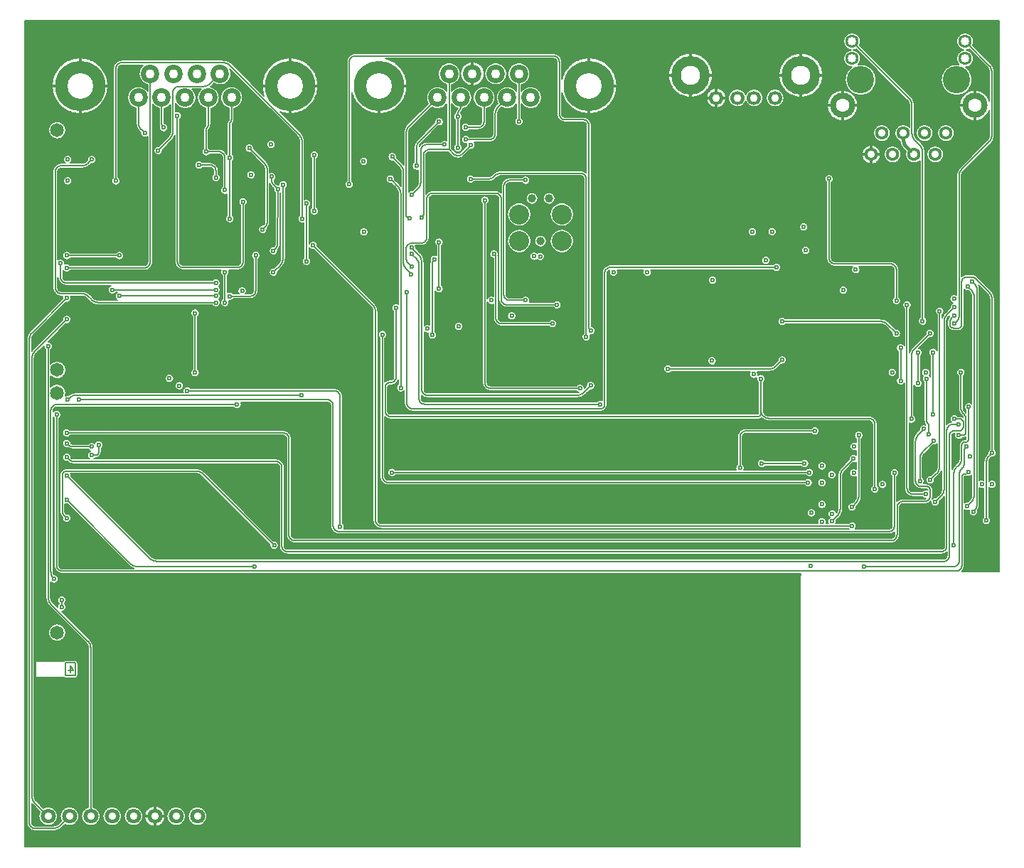
<source format=gbr>
G04 GENERATED BY PULSONIX 10.0 GERBER.DLL 7250*
G04 #@! TF.GenerationSoftware,Pulsonix,Pulsonix,10.0.7250*
G04 #@! TF.CreationDate,2019-09-22T12:23:23--1:00*
G04 #@! TF.Part,Single*
%FSLAX25Y25*%
%LPD*%
%MOIN*%
G04 #@! TF.FileFunction,Copper,L4,Bot*
G04 #@! TF.FilePolarity,Positive*
G04 #@! TA.AperFunction,OtherCopper*
%ADD10C,0.00591*%
G04 #@! TA.AperFunction,ViaPad*
%ADD11C,0.02362X0.00984*%
G04 #@! TA.AperFunction,Conductor*
%ADD12C,0.00630*%
%ADD13C,0.01575*%
G04 #@! TA.AperFunction,ComponentPad*
%ADD17C,0.03543X0.01181*%
G04 #@! TD.AperFunction*
%ADD74C,0.03902*%
%ADD75C,0.09350*%
%ADD86C,0.00500*%
G04 #@! TA.AperFunction,OtherCopper*
%ADD95C,0.01200*%
%ADD115C,0.00600*%
G04 #@! TD.AperFunction*
%ADD172C,0.06496*%
G04 #@! TA.AperFunction,ComponentPad*
%ADD205C,0.23622X0.12008*%
%ADD223C,0.08661X0.04291*%
G04 #@! TD.AperFunction*
%ADD224C,0.12795*%
G04 #@! TA.AperFunction,ComponentPad*
%ADD225C,0.11811X0.06299*%
%ADD226C,0.06299X0.04016*%
%ADD227C,0.06299X0.03504*%
%ADD228C,0.18110X0.09055*%
%ADD229C,0.06693X0.03622*%
%ADD233C,0.07087X0.03543*%
X0Y0D02*
D02*
D10*
X2470Y-2470D02*
Y-389656D01*
X365837*
Y-262992*
X365853Y-262714*
X365899Y-262440*
X365977Y-262173*
X366084Y-261916*
X366219Y-261673*
X20039*
X19695Y-261658*
X19352Y-261613*
X19015Y-261538*
X18686Y-261435*
X18367Y-261303*
X18061Y-261143*
X17770Y-260958*
X17496Y-260748*
X17241Y-260514*
X17008Y-260260*
X16798Y-259986*
X16613Y-259695*
X16453Y-259389*
X16321Y-259070*
X16217Y-258741*
X16143Y-258404*
X16098Y-258061*
X16083Y-257717*
Y-188730*
X15918Y-188599*
X15768Y-188452*
Y-260761*
X15778Y-261021*
X15810Y-261279*
X15862Y-261534*
X15934Y-261784*
X16026Y-262028*
X16278Y-262039*
X16527Y-262080*
X16769Y-262152*
X17001Y-262253*
X17218Y-262381*
X17419Y-262534*
X17599Y-262711*
X17756Y-262909*
X17888Y-263124*
X17993Y-263354*
X18069Y-263594*
X18115Y-263842*
X18130Y-264094*
X18115Y-264341*
X18071Y-264585*
X17998Y-264821*
X17897Y-265047*
X17771Y-265259*
X17619Y-265455*
X17446Y-265631*
X17252Y-265785*
X17042Y-265915*
X16818Y-266019*
X16583Y-266095*
X16340Y-266143*
X16093Y-266161*
X15846Y-266150*
X15602Y-266109*
X15365Y-266040*
X15138Y-265943*
X14924Y-265819*
X14726Y-265671*
X14547Y-265500*
Y-272576*
X14562Y-272915*
X14606Y-273251*
X14680Y-273583*
X14782Y-273907*
X14912Y-274220*
X15069Y-274522*
X15251Y-274808*
X15458Y-275077*
X15687Y-275327*
X17620Y-277261*
X17623Y-277029*
X17651Y-276799*
X17705Y-276573*
X17784Y-276355*
X17886Y-276147*
X18012Y-275952*
X18158Y-275772*
X18324Y-275610*
X18145Y-275434*
X17989Y-275236*
X17858Y-275022*
X17754Y-274793*
X17679Y-274553*
X17633Y-274306*
X17618Y-274055*
X17633Y-273806*
X17678Y-273560*
X17752Y-273322*
X17855Y-273095*
X17984Y-272881*
X18138Y-272685*
X18314Y-272508*
X18511Y-272354*
X18724Y-272225*
X18952Y-272123*
X19190Y-272048*
X19436Y-272003*
X19685Y-271988*
X19934Y-272003*
X20180Y-272048*
X20418Y-272123*
X20646Y-272225*
X20859Y-272354*
X21056Y-272508*
X21232Y-272685*
X21386Y-272881*
X21515Y-273095*
X21618Y-273322*
X21692Y-273560*
X21737Y-273806*
X21752Y-274055*
X21737Y-274306*
X21691Y-274553*
X21616Y-274793*
X21512Y-275022*
X21381Y-275236*
X21225Y-275434*
X21047Y-275610*
X21228Y-275790*
X21385Y-275990*
X21517Y-276208*
X21621Y-276441*
X21695Y-276685*
X21739Y-276936*
X21752Y-277191*
X21733Y-277445*
X21683Y-277695*
X21603Y-277937*
X21493Y-278167*
X21356Y-278382*
X21193Y-278579*
X21008Y-278754*
X20802Y-278904*
X20580Y-279029*
X20343Y-279125*
X20097Y-279191*
X19845Y-279226*
X19590Y-279230*
X32665Y-292305*
X32946Y-292606*
X33207Y-292924*
X33447Y-293259*
X33665Y-293608*
X33859Y-293972*
X34029Y-294347*
X34174Y-294732*
X34293Y-295126*
X34387Y-295527*
X34454Y-295934*
X34494Y-296343*
X34508Y-296755*
Y-371111*
X34849Y-371222*
X35180Y-371360*
X35499Y-371525*
X35803Y-371715*
X36091Y-371929*
X36361Y-372165*
X36610Y-372423*
X36838Y-372700*
X37043Y-372995*
X37223Y-373305*
X37378Y-373628*
X37506Y-373964*
X37606Y-374308*
X37678Y-374659*
X37722Y-375016*
X37736Y-375374*
X37721Y-375740*
X37676Y-376103*
X37601Y-376461*
X37496Y-376812*
X37363Y-377153*
X37203Y-377482*
X37015Y-377797*
X36802Y-378095*
X36566Y-378374*
X36307Y-378633*
X36028Y-378869*
X35730Y-379082*
X35415Y-379270*
X35086Y-379430*
X34745Y-379563*
X34394Y-379668*
X34036Y-379743*
X33673Y-379788*
X33307Y-379803*
X32941Y-379788*
X32578Y-379743*
X32220Y-379668*
X31869Y-379563*
X31528Y-379430*
X31199Y-379270*
X30884Y-379082*
X30586Y-378869*
X30307Y-378633*
X30048Y-378374*
X29812Y-378095*
X29599Y-377797*
X29411Y-377482*
X29251Y-377153*
X29118Y-376812*
X29013Y-376461*
X28938Y-376103*
X28893Y-375740*
X28878Y-375374*
X28892Y-375016*
X28936Y-374659*
X29008Y-374308*
X29108Y-373964*
X29236Y-373628*
X29391Y-373305*
X29571Y-372995*
X29776Y-372700*
X30004Y-372423*
X30254Y-372165*
X30523Y-371929*
X30811Y-371715*
X31116Y-371525*
X31434Y-371360*
X31765Y-371222*
X32106Y-371111*
Y-296755*
X32091Y-296416*
X32047Y-296079*
X31974Y-295748*
X31872Y-295424*
X31742Y-295110*
X31585Y-294809*
X31403Y-294523*
X31196Y-294254*
X30966Y-294003*
X13989Y-277026*
X13707Y-276725*
X13446Y-276407*
X13206Y-276072*
X12989Y-275722*
X12795Y-275359*
X12625Y-274984*
X12480Y-274599*
X12360Y-274204*
X12267Y-273803*
X12199Y-273397*
X12159Y-272987*
X12146Y-272576*
Y-156604*
X11950Y-156445*
X11774Y-156263*
X11623Y-156062*
X11496Y-155843*
X11398Y-155611*
X11328Y-155368*
X11289Y-155119*
X11280Y-154867*
X8010Y-158137*
X7781Y-158387*
X7574Y-158657*
X7391Y-158943*
X7235Y-159244*
X7105Y-159558*
X7003Y-159882*
X6929Y-160213*
X6885Y-160550*
X6870Y-160889*
Y-365627*
X6885Y-365966*
X6929Y-366303*
X7003Y-366634*
X7105Y-366958*
X7235Y-367272*
X7391Y-367573*
X7574Y-367859*
X7781Y-368128*
X8010Y-368379*
X11141Y-371510*
X11470Y-371343*
X11812Y-371205*
X12164Y-371095*
X12524Y-371014*
X12889Y-370964*
X13257Y-370945*
X13626Y-370956*
X13992Y-370998*
X14354Y-371070*
X14708Y-371172*
X15053Y-371303*
X15385Y-371462*
X15703Y-371649*
X16005Y-371861*
X16288Y-372097*
X16550Y-372357*
X16790Y-372637*
X17005Y-372936*
X17195Y-373252*
X17358Y-373583*
X17493Y-373926*
X17599Y-374279*
X17675Y-374640*
X17721Y-375006*
X17736Y-375374*
X17721Y-375740*
X17676Y-376103*
X17601Y-376461*
X17496Y-376812*
X17363Y-377153*
X17203Y-377482*
X17015Y-377797*
X16802Y-378095*
X16566Y-378374*
X16307Y-378633*
X16028Y-378869*
X15730Y-379082*
X15415Y-379270*
X15086Y-379430*
X14745Y-379563*
X14394Y-379668*
X14036Y-379743*
X13673Y-379788*
X13307Y-379803*
X12941Y-379788*
X12578Y-379743*
X12220Y-379668*
X11869Y-379563*
X11528Y-379430*
X11199Y-379270*
X10884Y-379082*
X10586Y-378869*
X10307Y-378633*
X10048Y-378374*
X9812Y-378095*
X9599Y-377797*
X9411Y-377482*
X9251Y-377153*
X9118Y-376812*
X9013Y-376461*
X8938Y-376103*
X8893Y-375740*
X8878Y-375374*
X8890Y-375051*
X8925Y-374730*
X8983Y-374412*
X9065Y-374099*
X9169Y-373793*
X9296Y-373496*
X9443Y-373208*
X6312Y-370077*
X6077Y-369829*
X5856Y-369569*
X5650Y-369297*
Y-378307*
X5663Y-378510*
X5703Y-378710*
X5768Y-378902*
X5858Y-379085*
X5971Y-379254*
X6105Y-379407*
X6258Y-379541*
X6427Y-379654*
X6610Y-379744*
X6802Y-379809*
X7002Y-379849*
X7205Y-379862*
X15509*
X15848Y-379847*
X16185Y-379803*
X16516Y-379730*
X16840Y-379628*
X17153Y-379498*
X17455Y-379341*
X17741Y-379158*
X18010Y-378952*
X18261Y-378722*
X19443Y-377540*
X19296Y-377252*
X19169Y-376955*
X19065Y-376649*
X18983Y-376336*
X18925Y-376018*
X18890Y-375697*
X18878Y-375374*
X18893Y-375008*
X18938Y-374645*
X19013Y-374287*
X19118Y-373936*
X19251Y-373595*
X19412Y-373266*
X19599Y-372951*
X19812Y-372653*
X20048Y-372374*
X20307Y-372115*
X20587Y-371879*
X20884Y-371666*
X21199Y-371478*
X21528Y-371318*
X21869Y-371185*
X22220Y-371080*
X22578Y-371005*
X22941Y-370960*
X23307Y-370945*
X23673Y-370960*
X24036Y-371005*
X24395Y-371080*
X24745Y-371185*
X25086Y-371318*
X25415Y-371478*
X25730Y-371666*
X26028Y-371879*
X26307Y-372115*
X26566Y-372374*
X26803Y-372653*
X27015Y-372951*
X27203Y-373266*
X27364Y-373595*
X27497Y-373936*
X27601Y-374287*
X27676Y-374645*
X27721Y-375008*
X27736Y-375374*
X27721Y-375742*
X27675Y-376108*
X27599Y-376469*
X27493Y-376822*
X27358Y-377165*
X27195Y-377496*
X27005Y-377812*
X26789Y-378111*
X26550Y-378391*
X26288Y-378651*
X26005Y-378887*
X25703Y-379099*
X25385Y-379286*
X25053Y-379445*
X24708Y-379576*
X24354Y-379678*
X23992Y-379750*
X23626Y-379792*
X23257Y-379803*
X22889Y-379784*
X22524Y-379734*
X22164Y-379653*
X21812Y-379543*
X21470Y-379405*
X21141Y-379238*
X19959Y-380421*
X19658Y-380702*
X19340Y-380963*
X19005Y-381203*
X18655Y-381421*
X18292Y-381615*
X17917Y-381785*
X17532Y-381930*
X17138Y-382049*
X16736Y-382143*
X16330Y-382210*
X15920Y-382250*
X15509Y-382264*
X7205*
X6860Y-382249*
X6518Y-382204*
X6181Y-382129*
X5851Y-382025*
X5533Y-381893*
X5226Y-381734*
X4935Y-381548*
X4661Y-381338*
X4407Y-381105*
X4174Y-380850*
X3964Y-380577*
X3778Y-380285*
X3619Y-379979*
X3487Y-379660*
X3383Y-379331*
X3308Y-378994*
X3263Y-378652*
X3248Y-378307*
Y-152109*
X3261Y-151698*
X3302Y-151288*
X3369Y-150882*
X3462Y-150481*
X3582Y-150086*
X3727Y-149701*
X3897Y-149326*
X4091Y-148963*
X4309Y-148613*
X4549Y-148278*
X4810Y-147960*
X5091Y-147659*
X19969Y-132781*
X19943Y-132531*
X19947Y-132280*
X19982Y-132031*
X20047Y-131788*
X20140Y-131555*
X19449*
X19104Y-131540*
X18762Y-131495*
X18425Y-131420*
X18096Y-131317*
X17777Y-131184*
X17470Y-131025*
X17179Y-130840*
X16905Y-130629*
X16651Y-130396*
X16418Y-130142*
X16208Y-129868*
X16022Y-129577*
X15863Y-129271*
X15731Y-128952*
X15627Y-128623*
X15552Y-128286*
X15507Y-127943*
X15492Y-127598*
Y-73071*
X15507Y-72726*
X15552Y-72384*
X15627Y-72047*
X15731Y-71718*
X15863Y-71399*
X16022Y-71092*
X16208Y-70801*
X16418Y-70527*
X16651Y-70273*
X16905Y-70040*
X17179Y-69830*
X17470Y-69644*
X17777Y-69485*
X18096Y-69353*
X18425Y-69249*
X18762Y-69174*
X19104Y-69129*
X19449Y-69114*
X21334*
X21140Y-68960*
X20965Y-68784*
X20814Y-68588*
X20686Y-68376*
X20585Y-68149*
X20512Y-67912*
X20468Y-67669*
X20453Y-67421*
X20468Y-67172*
X20513Y-66927*
X20587Y-66688*
X20690Y-66461*
X20819Y-66247*
X20973Y-66051*
X21149Y-65874*
X21346Y-65720*
X21559Y-65591*
X21787Y-65489*
X22025Y-65414*
X22271Y-65369*
X22520Y-65354*
X22769Y-65369*
X23014Y-65414*
X23253Y-65489*
X23480Y-65591*
X23694Y-65720*
X23890Y-65874*
X24067Y-66051*
X24221Y-66247*
X24350Y-66461*
X24452Y-66688*
X24527Y-66927*
X24572Y-67172*
X24587Y-67421*
X24572Y-67669*
X24527Y-67912*
X24454Y-68149*
X24353Y-68376*
X24226Y-68588*
X24074Y-68784*
X23900Y-68960*
X23706Y-69114*
X28973*
X29267Y-69101*
X29558Y-69063*
X29845Y-68999*
X30125Y-68911*
X30397Y-68798*
X30658Y-68663*
X30906Y-68505*
X31139Y-68326*
X31356Y-68127*
X31701Y-67781*
X31680Y-67612*
X31673Y-67441*
X31688Y-67192*
X31733Y-66946*
X31808Y-66708*
X31910Y-66480*
X32039Y-66267*
X32193Y-66070*
X32370Y-65894*
X32566Y-65740*
X32780Y-65611*
X33007Y-65508*
X33246Y-65434*
X33491Y-65389*
X33740Y-65374*
X33989Y-65389*
X34235Y-65434*
X34473Y-65508*
X34701Y-65611*
X34914Y-65740*
X35111Y-65894*
X35287Y-66070*
X35441Y-66267*
X35570Y-66480*
X35673Y-66708*
X35747Y-66946*
X35792Y-67192*
X35807Y-67441*
X35793Y-67680*
X35752Y-67915*
X35684Y-68144*
X35589Y-68364*
X35471Y-68571*
X35328Y-68764*
X35165Y-68938*
X34982Y-69093*
X34783Y-69225*
X34570Y-69334*
X34346Y-69417*
X34114Y-69474*
X33877Y-69503*
X33637Y-69505*
X33400Y-69480*
X33054Y-69825*
X32752Y-70106*
X32432Y-70365*
X32093Y-70600*
X31739Y-70810*
X31370Y-70994*
X30990Y-71152*
X30599Y-71282*
X30200Y-71384*
X29794Y-71457*
X29385Y-71501*
X28973Y-71516*
X19449*
X19246Y-71529*
X19046Y-71569*
X18854Y-71634*
X18671Y-71724*
X18502Y-71837*
X18349Y-71971*
X18215Y-72124*
X18102Y-72293*
X18012Y-72476*
X17947Y-72668*
X17907Y-72868*
X17894Y-73071*
Y-114420*
X18107Y-114287*
X18334Y-114180*
X18573Y-114102*
X18819Y-114054*
X19070Y-114036*
X19321Y-114048*
X19568Y-114091*
X19809Y-114163*
X20039Y-114264*
X20255Y-114392*
X20454Y-114545*
X20633Y-114722*
X20789Y-114919*
X20920Y-115133*
X21024Y-115362*
X21100Y-115601*
X21146Y-115848*
X21161Y-116099*
X21147Y-116349*
X21368Y-116263*
X21598Y-116202*
X21833Y-116169*
X22071Y-116162*
X22308Y-116183*
X22540Y-116231*
X22766Y-116305*
X22982Y-116405*
X23185Y-116529*
X23372Y-116675*
X23541Y-116842*
X23690Y-117028*
X58366*
X58569Y-117014*
X58769Y-116975*
X58961Y-116909*
X59144Y-116819*
X59313Y-116706*
X59466Y-116572*
X59600Y-116419*
X59713Y-116250*
X59803Y-116068*
X59868Y-115875*
X59908Y-115675*
X59921Y-115472*
Y-56647*
X59718Y-56792*
X59499Y-56911*
X59267Y-57003*
X59026Y-57066*
X58778Y-57100*
X58529Y-57104*
X58281Y-57078*
X58038Y-57022*
X57803Y-56937*
X57580Y-56825*
X57373Y-56686*
X57183Y-56523*
X57015Y-56339*
X56870Y-56136*
X56751Y-55917*
X56659Y-55685*
X56595Y-55444*
X56561Y-55197*
X56557Y-54947*
X56583Y-54699*
X56198Y-54314*
X55911Y-54005*
X55646Y-53677*
X55406Y-53331*
X55191Y-52968*
X55002Y-52591*
X54841Y-52202*
X54708Y-51802*
X54603Y-51393*
X54529Y-50978*
X54484Y-50559*
X54469Y-50138*
Y-43521*
X54095Y-43418*
X53730Y-43287*
X53375Y-43130*
X53033Y-42947*
X52706Y-42738*
X52395Y-42506*
X52103Y-42252*
X51830Y-41976*
X51578Y-41681*
X51349Y-41368*
X51144Y-41039*
X50963Y-40696*
X50809Y-40340*
X50682Y-39974*
X50582Y-39599*
X50510Y-39218*
X50467Y-38833*
X50453Y-38445*
X50468Y-38046*
X50514Y-37650*
X50589Y-37259*
X50695Y-36874*
X50829Y-36498*
X50992Y-36134*
X51183Y-35784*
X51399Y-35449*
X51640Y-35131*
X51905Y-34833*
X52192Y-34556*
X52499Y-34302*
X52825Y-34072*
X53168Y-33867*
X53525Y-33690*
X53894Y-33540*
X54274Y-33418*
X54662Y-33326*
X55056Y-33264*
X55454Y-33233*
X55853Y-33232*
X56250Y-33261*
X56645Y-33320*
X57033Y-33410*
X57414Y-33529*
X57785Y-33677*
X58143Y-33852*
X58486Y-34054*
X58814Y-34283*
X59122Y-34535*
X59411Y-34810*
X59678Y-35107*
X59921Y-35423*
Y-32340*
X59535Y-32233*
X59158Y-32096*
X58793Y-31931*
X58441Y-31739*
X58106Y-31520*
X57788Y-31276*
X57490Y-31008*
X57213Y-30718*
X56959Y-30407*
X56730Y-30078*
X56527Y-29733*
X56351Y-29373*
X56203Y-29000*
X56084Y-28617*
X55995Y-28226*
X55936Y-27830*
X55908Y-27430*
X55911Y-27029*
X55944Y-26630*
X56008Y-26234*
X56102Y-25844*
X56226Y-25463*
X56379Y-25093*
X56560Y-24735*
X56767Y-24392*
X57001Y-24066*
X57258Y-23759*
X57539Y-23473*
X57841Y-23209*
X47795*
X47592Y-23222*
X47392Y-23262*
X47200Y-23327*
X47017Y-23417*
X46848Y-23530*
X46695Y-23664*
X46561Y-23817*
X46448Y-23986*
X46358Y-24169*
X46293Y-24361*
X46253Y-24561*
X46240Y-24764*
Y-75758*
X46431Y-75912*
X46602Y-76088*
X46752Y-76283*
X46877Y-76495*
X46976Y-76719*
X47048Y-76954*
X47092Y-77196*
X47106Y-77441*
X47091Y-77690*
X47046Y-77936*
X46972Y-78174*
X46870Y-78401*
X46740Y-78615*
X46586Y-78812*
X46410Y-78988*
X46214Y-79142*
X46000Y-79271*
X45772Y-79374*
X45534Y-79448*
X45289Y-79493*
X45039Y-79508*
X44790Y-79493*
X44545Y-79448*
X44306Y-79374*
X44079Y-79271*
X43865Y-79142*
X43669Y-78988*
X43492Y-78812*
X43338Y-78615*
X43209Y-78401*
X43107Y-78174*
X43033Y-77936*
X42988Y-77690*
X42972Y-77441*
X42987Y-77196*
X43031Y-76954*
X43102Y-76720*
X43202Y-76495*
X43327Y-76284*
X43476Y-76089*
X43647Y-75913*
X43838Y-75759*
Y-24764*
X43853Y-24419*
X43898Y-24077*
X43973Y-23740*
X44077Y-23410*
X44209Y-23092*
X44368Y-22785*
X44554Y-22494*
X44764Y-22220*
X44997Y-21966*
X45251Y-21733*
X45525Y-21523*
X45816Y-21337*
X46123Y-21178*
X46441Y-21046*
X46771Y-20942*
X47108Y-20867*
X47450Y-20822*
X47795Y-20807*
X95135*
X95546Y-20821*
X95956Y-20861*
X96363Y-20928*
X96764Y-21021*
X97158Y-21141*
X97543Y-21286*
X97918Y-21456*
X98281Y-21650*
X98631Y-21868*
X98966Y-22108*
X99284Y-22369*
X99585Y-22650*
X114440Y-37505*
X114241Y-36945*
X114069Y-36376*
X113922Y-35800*
X113802Y-35219*
X113708Y-34632*
X113640Y-34041*
X113600Y-33448*
X113587Y-32854*
X113602Y-32221*
X113648Y-31589*
X113724Y-30961*
X113831Y-30336*
X113967Y-29718*
X114134Y-29107*
X114330Y-28504*
X114554Y-27912*
X114807Y-27331*
X115088Y-26764*
X115396Y-26210*
X115730Y-25672*
X116090Y-25151*
X116474Y-24647*
X116883Y-24163*
X117314Y-23699*
X117767Y-23257*
X118241Y-22837*
X118735Y-22440*
X119248Y-22068*
X119778Y-21721*
X120324Y-21400*
X120884Y-21106*
X121459Y-20839*
X122045Y-20600*
X122643Y-20390*
X123250Y-20208*
X123865Y-20057*
X124486Y-19935*
X125113Y-19844*
X125744Y-19782*
X126376Y-19752*
X127010*
X127642Y-19782*
X128273Y-19844*
X128899Y-19935*
X129521Y-20057*
X130136Y-20208*
X130743Y-20389*
X131340Y-20600*
X131927Y-20839*
X132501Y-21105*
X133062Y-21400*
X133608Y-21721*
X134138Y-22068*
X134650Y-22440*
X135144Y-22837*
X135618Y-23257*
X136072Y-23699*
X136503Y-24163*
X136911Y-24647*
X137296Y-25151*
X137656Y-25672*
X137990Y-26210*
X138298Y-26763*
X138579Y-27331*
X138831Y-27912*
X139056Y-28504*
X139252Y-29106*
X139418Y-29718*
X139555Y-30336*
X139662Y-30960*
X139738Y-31589*
X139784Y-32221*
X139799Y-32854*
X139784Y-33488*
X139738Y-34119*
X139662Y-34748*
X139555Y-35373*
X139418Y-35991*
X139252Y-36603*
X139056Y-37205*
X138831Y-37797*
X138578Y-38378*
X138297Y-38946*
X137990Y-39499*
X137655Y-40038*
X137295Y-40559*
X136911Y-41062*
X136502Y-41546*
X136071Y-42010*
X135617Y-42453*
X135143Y-42873*
X134649Y-43269*
X134137Y-43641*
X133607Y-43989*
X133061Y-44310*
X132500Y-44604*
X131925Y-44871*
X131338Y-45110*
X130741Y-45320*
X130134Y-45501*
X129519Y-45652*
X128897Y-45774*
X128270Y-45865*
X127640Y-45926*
X127007Y-45957*
X126373Y-45957*
X125741Y-45926*
X125110Y-45865*
X124483Y-45773*
X123862Y-45651*
X123247Y-45499*
X122640Y-45318*
X122042Y-45108*
X131680Y-54746*
X131962Y-55047*
X132223Y-55365*
X132463Y-55700*
X132681Y-56049*
X132875Y-56413*
X133045Y-56788*
X133190Y-57173*
X133309Y-57567*
X133403Y-57968*
X133470Y-58375*
X133510Y-58784*
X133524Y-59196*
Y-86203*
X133751Y-86112*
X133987Y-86048*
X134230Y-86012*
X134474Y-86005*
X134718Y-86027*
X134958Y-86078*
X135190Y-86157*
X135411Y-86263*
X135618Y-86394*
X135808Y-86549*
X135978Y-86725*
X136126Y-86920*
X136250Y-87131*
X136349Y-87355*
X136420Y-87590*
X136462Y-87831*
X136476Y-88075*
X136461Y-88320*
X136417Y-88561*
X136345Y-88795*
X136246Y-89019*
X136121Y-89230*
X135972Y-89424*
X135801Y-89599*
X135610Y-89753*
Y-106925*
X135720Y-106700*
X135857Y-106489*
X136017Y-106297*
X136201Y-106125*
X136403Y-105977*
X136622Y-105855*
X136854Y-105760*
X137096Y-105694*
X137344Y-105657*
X137595Y-105651*
X137844Y-105675*
X138089Y-105730*
X138326Y-105813*
X138550Y-105925*
X138760Y-106063*
X138951Y-106225*
X139121Y-106410*
X139267Y-106613*
X139388Y-106833*
X139481Y-107066*
X139546Y-107308*
X139580Y-107557*
X139585Y-107808*
X139558Y-108057*
X166090Y-134589*
X166371Y-134889*
X166633Y-135207*
X166873Y-135542*
X167090Y-135892*
X167284Y-136255*
X167454Y-136630*
X167599Y-137016*
X167719Y-137410*
X167812Y-137811*
X167879Y-138217*
X167920Y-138627*
X167933Y-139038*
Y-236535*
X167946Y-236738*
X167986Y-236938*
X168051Y-237131*
X168141Y-237313*
X168254Y-237482*
X168389Y-237635*
X168542Y-237769*
X168711Y-237882*
X168893Y-237972*
X169086Y-238038*
X169285Y-238077*
X169488Y-238091*
X374199*
X374113Y-237879*
X374050Y-237659*
X374013Y-237433*
X374000Y-237205*
X374015Y-236956*
X374060Y-236710*
X374134Y-236472*
X374237Y-236244*
X374366Y-236031*
X374520Y-235834*
X374696Y-235658*
X374893Y-235504*
X375106Y-235375*
X375334Y-235272*
X375572Y-235198*
X375818Y-235153*
X376067Y-235138*
X376316Y-235153*
X376562Y-235198*
X376800Y-235272*
X377027Y-235375*
X377241Y-235504*
X377438Y-235658*
X377614Y-235834*
X377768Y-236031*
X377897Y-236244*
X378000Y-236472*
X378074Y-236710*
X378119Y-236956*
X378134Y-237205*
X378121Y-237433*
X378083Y-237659*
X378021Y-237879*
X377934Y-238091*
X378924*
X378812Y-237869*
X378727Y-237635*
X378671Y-237394*
X378644Y-237147*
X378647Y-236898*
X378680Y-236652*
X378742Y-236411*
X378833Y-236180*
X378950Y-235961*
X379093Y-235758*
X379259Y-235573*
X379447Y-235410*
X379652Y-235271*
X379470Y-235136*
X379303Y-234981*
X379154Y-234810*
X379025Y-234623*
X378917Y-234423*
X378832Y-234213*
X378770Y-233994*
X378733Y-233770*
X378720Y-233543*
X378736Y-233291*
X378782Y-233043*
X378858Y-232801*
X378963Y-232572*
X379095Y-232356*
X379253Y-232159*
X379433Y-231982*
X379634Y-231828*
X379852Y-231700*
X380084Y-231600*
X380327Y-231528*
X380576Y-231487*
X380829Y-231477*
X381080Y-231497*
X381328Y-231548*
X381567Y-231629*
X381795Y-231739*
X382008Y-231875*
X382202Y-232037*
X382376Y-232221*
X382525Y-232424*
X382649Y-232645*
X382745Y-232879*
X382811Y-233123*
X382973Y-232848*
X383111Y-232562*
X383226Y-232265*
X383316Y-231959*
X383380Y-231648*
X383419Y-231332*
X383432Y-231014*
Y-216098*
X383446Y-215687*
X383486Y-215277*
X383553Y-214871*
X383647Y-214470*
X383766Y-214075*
X383911Y-213690*
X384081Y-213315*
X384275Y-212952*
X384493Y-212602*
X384733Y-212267*
X384994Y-211949*
X385275Y-211648*
X388867Y-208057*
X388840Y-207805*
X388845Y-207551*
X388881Y-207300*
X388947Y-207055*
X389043Y-206820*
X389167Y-206599*
X389317Y-206394*
X389491Y-206210*
X389686Y-206048*
X389899Y-205911*
X390128Y-205801*
X390369Y-205721*
X390617Y-205670*
X390870Y-205650*
X391123Y-205661*
X391373Y-205703*
X391616Y-205776*
X391849Y-205877*
X392067Y-206007*
Y-203816*
X391840Y-203908*
X391604Y-203972*
X391362Y-204008*
X391117Y-204015*
X390874Y-203993*
X390634Y-203942*
X390402Y-203863*
X390182Y-203758*
X389975Y-203627*
X389785Y-203473*
X389615Y-203297*
X389466Y-203103*
X389342Y-202892*
X389243Y-202668*
X389172Y-202434*
X389129Y-202193*
X389114Y-201949*
X389129Y-201705*
X389172Y-201464*
X389243Y-201230*
X389342Y-201006*
X389466Y-200795*
X389615Y-200600*
X389785Y-200425*
X389975Y-200270*
X390182Y-200140*
X390402Y-200034*
X390634Y-199956*
X390874Y-199905*
X391117Y-199883*
X391362Y-199890*
X391604Y-199926*
X391840Y-199990*
X392067Y-200081*
Y-198415*
X391876Y-198260*
X391705Y-198085*
X391555Y-197890*
X391430Y-197678*
X391331Y-197454*
X391259Y-197219*
X391215Y-196977*
X391201Y-196732*
X391216Y-196483*
X391261Y-196238*
X391335Y-195999*
X391438Y-195772*
X391567Y-195558*
X391721Y-195362*
X391897Y-195185*
X392094Y-195031*
X392307Y-194902*
X392535Y-194800*
X392773Y-194725*
X393019Y-194680*
X393268Y-194665*
X393517Y-194680*
X393762Y-194725*
X394001Y-194800*
X394228Y-194902*
X394442Y-195031*
X394638Y-195185*
X394815Y-195362*
X394969Y-195558*
X395098Y-195772*
X395200Y-195999*
X395275Y-196238*
X395320Y-196483*
X395335Y-196732*
X395320Y-196977*
X395277Y-197219*
X395205Y-197454*
X395105Y-197678*
X394980Y-197890*
X394831Y-198085*
X394660Y-198260*
X394469Y-198415*
Y-225156*
X394455Y-225564*
X394415Y-225971*
X394349Y-226374*
X394256Y-226772*
X394137Y-227162*
X393993Y-227545*
X393825Y-227917*
X393632Y-228277*
X393417Y-228624*
X393179Y-228956*
X392920Y-229271*
X392640Y-229570*
X392157Y-230053*
X392178Y-230223*
X392185Y-230394*
X392170Y-230643*
X392125Y-230888*
X392051Y-231127*
X391948Y-231354*
X391819Y-231568*
X391665Y-231764*
X391489Y-231941*
X391292Y-232095*
X391079Y-232224*
X390851Y-232326*
X390613Y-232401*
X390367Y-232446*
X390118Y-232461*
X389869Y-232446*
X389623Y-232401*
X389385Y-232326*
X389158Y-232224*
X388944Y-232095*
X388748Y-231941*
X388571Y-231764*
X388417Y-231568*
X388288Y-231354*
X388186Y-231127*
X388111Y-230888*
X388066Y-230643*
X388051Y-230394*
X388065Y-230155*
X388106Y-229919*
X388175Y-229690*
X388269Y-229471*
X388388Y-229263*
X388530Y-229071*
X388693Y-228896*
X388876Y-228742*
X389075Y-228609*
X389288Y-228501*
X389512Y-228418*
X389744Y-228361*
X389982Y-228331*
X390221Y-228329*
X390459Y-228355*
X390942Y-227871*
X391169Y-227624*
X391372Y-227359*
X391552Y-227076*
X391707Y-226779*
X391835Y-226470*
X391936Y-226150*
X392009Y-225823*
X392052Y-225491*
X392067Y-225156*
Y-216086*
X391853Y-216207*
X391625Y-216302*
X391389Y-216369*
X391146Y-216408*
X390900Y-216417*
X390654Y-216397*
X390413Y-216348*
X390179Y-216270*
X389957Y-216166*
X389748Y-216035*
X389556Y-215881*
X389384Y-215705*
X389234Y-215510*
X389108Y-215299*
X389009Y-215073*
X388936Y-214838*
X388893Y-214596*
X388878Y-214350*
X388893Y-214105*
X388936Y-213863*
X389009Y-213627*
X389108Y-213402*
X389234Y-213191*
X389384Y-212995*
X389556Y-212820*
X389748Y-212665*
X389957Y-212535*
X390179Y-212430*
X390413Y-212353*
X390654Y-212304*
X390900Y-212284*
X391146Y-212293*
X391389Y-212332*
X391626Y-212399*
X391853Y-212493*
X392067Y-212615*
Y-209426*
X391874Y-209542*
X391670Y-209637*
X391457Y-209709*
X391237Y-209757*
X391014Y-209781*
X390789Y-209780*
X390565Y-209755*
X386974Y-213347*
X386744Y-213597*
X386538Y-213866*
X386355Y-214153*
X386198Y-214454*
X386068Y-214767*
X385966Y-215091*
X385893Y-215423*
X385849Y-215759*
X385834Y-216098*
Y-231014*
X385820Y-231425*
X385780Y-231835*
X385713Y-232241*
X385619Y-232642*
X385500Y-233036*
X385355Y-233422*
X385185Y-233797*
X384991Y-234160*
X384773Y-234510*
X384533Y-234845*
X384272Y-235163*
X383991Y-235464*
X382747Y-236707*
X382773Y-236944*
X382771Y-237184*
X382741Y-237421*
X382685Y-237653*
X382601Y-237877*
X382493Y-238091*
X388436*
X388592Y-237898*
X388770Y-237725*
X388967Y-237575*
X389181Y-237449*
X389408Y-237350*
X389646Y-237279*
X389891Y-237237*
X390138Y-237225*
X390386Y-237242*
X390629Y-237289*
X390865Y-237364*
X391091Y-237468*
X391302Y-237597*
X391497Y-237751*
X391671Y-237928*
X391824Y-238124*
X391951Y-238336*
X392052Y-238563*
X392126Y-238800*
X392170Y-239044*
X392185Y-239291*
X392173Y-239510*
X392139Y-239727*
X392081Y-239938*
X392002Y-240142*
X391901Y-240337*
X391780Y-240520*
X391641Y-240689*
X407283*
X407486Y-240676*
X407686Y-240636*
X407879Y-240571*
X408061Y-240481*
X408230Y-240368*
X408383Y-240233*
X408517Y-240081*
X408630Y-239911*
X408720Y-239729*
X408786Y-239536*
X408825Y-239337*
X408839Y-239134*
Y-216092*
X408648Y-215938*
X408476Y-215762*
X408327Y-215567*
X408202Y-215356*
X408102Y-215131*
X408031Y-214896*
X407987Y-214655*
X407972Y-214409*
X407988Y-214160*
X408033Y-213915*
X408107Y-213676*
X408209Y-213449*
X408338Y-213235*
X408492Y-213039*
X408669Y-212862*
X408865Y-212708*
X409079Y-212579*
X409306Y-212477*
X409545Y-212403*
X409790Y-212358*
X410039Y-212343*
X410289Y-212358*
X410534Y-212403*
X410772Y-212477*
X411000Y-212579*
X411214Y-212708*
X411410Y-212862*
X411586Y-213039*
X411740Y-213235*
X411870Y-213449*
X411972Y-213676*
X412046Y-213915*
X412091Y-214160*
X412106Y-214409*
X412092Y-214655*
X412048Y-214896*
X411976Y-215131*
X411877Y-215356*
X411752Y-215567*
X411603Y-215762*
X411431Y-215938*
X411240Y-216092*
Y-227655*
X411494Y-227426*
X411766Y-227220*
X412056Y-227038*
X412359Y-226882*
X412676Y-226752*
X413002Y-226650*
X413336Y-226577*
X413674Y-226533*
X414016Y-226518*
X424094*
X424300Y-226505*
X424503Y-226464*
X424698Y-226397*
X424461Y-226375*
X424229Y-226327*
X424004Y-226253*
X423788Y-226153*
X423586Y-226029*
X423399Y-225883*
X423230Y-225716*
X423081Y-225531*
X418661*
X418317Y-225516*
X417974Y-225471*
X417637Y-225397*
X417308Y-225293*
X416989Y-225161*
X416683Y-225001*
X416392Y-224816*
X416118Y-224606*
X415864Y-224373*
X415630Y-224118*
X415420Y-223844*
X415235Y-223553*
X415075Y-223247*
X414943Y-222928*
X414839Y-222599*
X414765Y-222262*
X414720Y-221920*
X414705Y-221575*
Y-172212*
X414570Y-172418*
X414411Y-172606*
X414231Y-172774*
X414033Y-172919*
X413818Y-173039*
X413591Y-173134*
X413354Y-173200*
X413112Y-173239*
X412866Y-173247*
X412621Y-173227*
X412380Y-173178*
X412146Y-173100*
X411924Y-172996*
X411715Y-172865*
X411524Y-172711*
X411352Y-172535*
X411202Y-172340*
X411076Y-172129*
X410977Y-171904*
X410905Y-171669*
X410861Y-171427*
X410846Y-171181*
X410861Y-170936*
X410905Y-170694*
X410976Y-170460*
X411076Y-170235*
X411201Y-170024*
X411350Y-169829*
X411522Y-169653*
X411713Y-169499*
Y-157391*
X411522Y-157237*
X411350Y-157061*
X411201Y-156866*
X411076Y-156655*
X410976Y-156430*
X410905Y-156195*
X410861Y-155954*
X410846Y-155709*
X410861Y-155463*
X410905Y-155221*
X410977Y-154986*
X411076Y-154761*
X411202Y-154550*
X411352Y-154355*
X411524Y-154179*
X411715Y-154024*
X411924Y-153894*
X412146Y-153789*
X412380Y-153712*
X412621Y-153663*
X412866Y-153642*
X413112Y-153651*
X413355Y-153689*
X413591Y-153756*
X413818Y-153850*
X414033Y-153971*
X414231Y-154116*
X414411Y-154284*
X414570Y-154472*
X414705Y-154677*
Y-137312*
X414514Y-137158*
X414342Y-136982*
X414193Y-136787*
X414068Y-136576*
X413969Y-136351*
X413897Y-136117*
X413853Y-135875*
X413839Y-135630*
X413854Y-135381*
X413899Y-135135*
X413973Y-134897*
X414075Y-134669*
X414204Y-134456*
X414358Y-134259*
X414535Y-134083*
X414731Y-133929*
X414945Y-133800*
X415173Y-133697*
X415411Y-133623*
X415656Y-133578*
X415906Y-133563*
X416155Y-133578*
X416400Y-133623*
X416638Y-133697*
X416866Y-133800*
X417080Y-133929*
X417276Y-134083*
X417453Y-134259*
X417607Y-134456*
X417736Y-134669*
X417838Y-134897*
X417912Y-135135*
X417957Y-135381*
X417972Y-135630*
X417958Y-135875*
X417914Y-136117*
X417842Y-136351*
X417743Y-136576*
X417618Y-136787*
X417469Y-136982*
X417297Y-137158*
X417106Y-137312*
Y-157821*
X417251Y-157426*
X417422Y-157042*
X417617Y-156670*
X417838Y-156312*
X418081Y-155969*
X418347Y-155644*
X418635Y-155337*
X424654Y-149317*
X424633Y-149147*
X424626Y-148976*
X424641Y-148727*
X424686Y-148482*
X424760Y-148243*
X424863Y-148016*
X424992Y-147802*
X425146Y-147606*
X425322Y-147429*
X425519Y-147275*
X425732Y-147146*
X425960Y-147044*
X426198Y-146970*
X426444Y-146925*
X426693Y-146909*
X426942Y-146925*
X427188Y-146970*
X427426Y-147044*
X427653Y-147146*
X427867Y-147275*
X428064Y-147429*
X428240Y-147606*
X428394Y-147802*
X428523Y-148016*
X428626Y-148243*
X428700Y-148482*
X428745Y-148727*
X428760Y-148976*
X428746Y-149215*
X428705Y-149451*
X428636Y-149680*
X428542Y-149900*
X428423Y-150107*
X428281Y-150299*
X428118Y-150474*
X427935Y-150628*
X427736Y-150761*
X427523Y-150869*
X427299Y-150952*
X427067Y-151009*
X426829Y-151039*
X426590Y-151041*
X426352Y-151015*
X421543Y-155824*
X421781Y-155896*
X422009Y-155997*
X422223Y-156124*
X422420Y-156275*
X422597Y-156450*
X422752Y-156644*
X422883Y-156855*
X422988Y-157081*
X423064Y-157318*
X423112Y-157562*
X423130Y-157810*
X423118Y-158058*
X423076Y-158303*
X423005Y-158541*
X422906Y-158770*
X422781Y-158984*
X422630Y-159182*
X422457Y-159361*
X422264Y-159517*
Y-170680*
X422455Y-170834*
X422626Y-171010*
X422776Y-171205*
X422901Y-171416*
X423000Y-171641*
X423072Y-171875*
X423115Y-172117*
X423130Y-172362*
X423114Y-172615*
X423068Y-172865*
X422991Y-173107*
X422886Y-173337*
X422752Y-173553*
X422594Y-173751*
X422412Y-173928*
X422210Y-174082*
X421991Y-174209*
X421758Y-174309*
X421514Y-174379*
X421264Y-174419*
X421010Y-174428*
X420757Y-174406*
X420509Y-174354*
X420270Y-174271*
X420042Y-174159*
X419829Y-174020*
X419636Y-173857*
X419463Y-173671*
X419315Y-173465*
X419193Y-173243*
Y-187451*
X419384Y-187605*
X419555Y-187781*
X419704Y-187975*
X419829Y-188186*
X419928Y-188410*
X420000Y-188644*
X420044Y-188885*
X420059Y-189129*
X420045Y-189374*
X420002Y-189615*
X419931Y-189849*
X419833Y-190074*
X419709Y-190285*
X419561Y-190480*
X419390Y-190656*
X419200Y-190811*
X418994Y-190942*
X418773Y-191048*
X418541Y-191127*
X418301Y-191178*
X418057Y-191200*
X417812Y-191193*
X417570Y-191157*
X417333Y-191093*
X417106Y-191001*
Y-221575*
X417120Y-221778*
X417159Y-221977*
X417225Y-222170*
X417315Y-222352*
X417428Y-222522*
X417562Y-222674*
X417715Y-222809*
X417884Y-222922*
X418066Y-223012*
X418259Y-223077*
X418459Y-223117*
X418661Y-223130*
X423081*
X423230Y-222945*
X423399Y-222778*
X423587Y-222632*
X423789Y-222508*
X424005Y-222408*
X424231Y-222334*
X424463Y-222286*
X424700Y-222265*
X424937Y-222271*
X425172Y-222305*
X425402Y-222365*
X425623Y-222451*
X425571Y-222305*
X425491Y-222171*
X425389Y-222054*
X425266Y-221959*
X425127Y-221889*
X424978Y-221845*
X424823Y-221831*
X422363*
X422024Y-221815*
X421687Y-221768*
X421356Y-221690*
X421033Y-221582*
X420722Y-221445*
X420425Y-221279*
X420144Y-221087*
X419883Y-220870*
X419642Y-220629*
X419425Y-220367*
X419233Y-220087*
X419067Y-219790*
X418930Y-219479*
X418822Y-219156*
X418744Y-218825*
X418697Y-218488*
X418681Y-218148*
Y-199905*
X418695Y-199493*
X418735Y-199083*
X418802Y-198677*
X418896Y-198276*
X419015Y-197882*
X419160Y-197496*
X419330Y-197121*
X419524Y-196758*
X419742Y-196408*
X419982Y-196074*
X420243Y-195755*
X420524Y-195455*
X421859Y-194120*
X421833Y-193870*
X421837Y-193619*
X421872Y-193370*
X421936Y-193127*
X422030Y-192894*
X422152Y-192674*
X422299Y-192470*
X422470Y-192285*
X422661Y-192123*
X422872Y-191985*
X423097Y-191874*
X423334Y-191791*
X423580Y-191737*
X423830Y-191714*
X424081Y-191721*
X424330Y-191758*
X424572Y-191826*
X424392Y-191547*
X424238Y-191254*
X424109Y-190949*
X424009Y-190633*
X423936Y-190310*
X423893Y-189982*
X423878Y-189651*
Y-171879*
X423690Y-171728*
X423521Y-171556*
X423374Y-171365*
X423249Y-171159*
X423150Y-170939*
X423076Y-170709*
X423030Y-170472*
X423012Y-170232*
X423022Y-169991*
X423060Y-169753*
X423126Y-169521*
X423218Y-169298*
X423335Y-169087*
X423476Y-168892*
X423295Y-168737*
X423133Y-168563*
X422992Y-168371*
X422873Y-168164*
X422780Y-167945*
X422712Y-167717*
X422671Y-167482*
X422657Y-167244*
X422673Y-166995*
X422718Y-166749*
X422792Y-166511*
X422894Y-166284*
X423023Y-166070*
X423177Y-165874*
X423354Y-165697*
X423550Y-165543*
X423764Y-165414*
X423991Y-165311*
X424230Y-165237*
X424475Y-165192*
X424724Y-165177*
X424974Y-165192*
X425219Y-165237*
X425457Y-165311*
X425685Y-165414*
X425899Y-165543*
X426095Y-165697*
X426271Y-165874*
X426425Y-166070*
X426555Y-166284*
X426657Y-166511*
X426731Y-166749*
X426776Y-166995*
X426791Y-167244*
X426778Y-167479*
X426738Y-167711*
X426672Y-167937*
X426580Y-168154*
X426465Y-168359*
X426327Y-168549*
X426485Y-168682*
X426629Y-168830*
X426758Y-168992*
X426870Y-169166*
Y-159517*
X426679Y-159363*
X426508Y-159187*
X426358Y-158992*
X426233Y-158781*
X426134Y-158556*
X426062Y-158321*
X426019Y-158080*
X426004Y-157835*
X426019Y-157583*
X426065Y-157336*
X426140Y-157096*
X426245Y-156867*
X426376Y-156652*
X426532Y-156455*
X426711Y-156278*
X426910Y-156124*
X427127Y-155996*
X427357Y-155895*
X427598Y-155823*
X427846Y-155780*
X428097Y-155768*
X428348Y-155786*
X428595Y-155835*
X428834Y-155914*
X429062Y-156021*
X429275Y-156155*
X429470Y-156314*
X429645Y-156495*
X429796Y-156696*
X429921Y-156914*
X430020Y-157146*
Y-140226*
X429829Y-140071*
X429657Y-139896*
X429508Y-139701*
X429383Y-139489*
X429284Y-139265*
X429212Y-139030*
X429168Y-138788*
X429154Y-138543*
X429169Y-138294*
X429214Y-138049*
X429288Y-137810*
X429390Y-137583*
X429519Y-137369*
X429673Y-137173*
X429850Y-136996*
X430046Y-136842*
X430260Y-136713*
X430488Y-136611*
X430726Y-136536*
X430971Y-136491*
X431220Y-136476*
X431470Y-136491*
X431715Y-136536*
X431953Y-136611*
X432181Y-136713*
X432395Y-136842*
X432591Y-136996*
X432768Y-137173*
X432921Y-137369*
X433051Y-137583*
X433153Y-137810*
X433227Y-138049*
X433272Y-138294*
X433287Y-138543*
X433273Y-138788*
X433229Y-139030*
X433157Y-139265*
X433058Y-139489*
X432933Y-139701*
X432784Y-139896*
X432612Y-140071*
X432421Y-140226*
Y-141639*
X432566Y-141245*
X432736Y-140861*
X432932Y-140489*
X433153Y-140131*
X433396Y-139788*
X433662Y-139463*
X433949Y-139155*
X436190Y-136915*
X436163Y-136663*
X436168Y-136410*
X436204Y-136160*
X436269Y-135915*
X436365Y-135681*
X436488Y-135459*
X436638Y-135255*
X436811Y-135070*
X437005Y-134908*
X437218Y-134771*
X437446Y-134661*
X437210Y-134586*
X436984Y-134483*
X436771Y-134354*
X436576Y-134200*
X436401Y-134023*
X436249Y-133827*
X436121Y-133614*
X436019Y-133387*
X435945Y-133150*
X435901Y-132906*
X435886Y-132657*
X435901Y-132409*
X435945Y-132164*
X436019Y-131927*
X436121Y-131700*
X436249Y-131487*
X436402Y-131291*
X436578Y-131114*
X436773Y-130960*
X436985Y-130831*
X437212Y-130728*
X437449Y-130653*
X437693Y-130607*
X437942Y-130591*
X438190Y-130604*
X438435Y-130647*
X438673Y-130720*
X438900Y-130820*
X439114Y-130948*
Y-75338*
X439128Y-74926*
X439168Y-74516*
X439235Y-74110*
X439329Y-73709*
X439448Y-73315*
X439593Y-72929*
X439763Y-72554*
X439957Y-72191*
X440175Y-71841*
X440415Y-71507*
X440676Y-71188*
X440957Y-70888*
X453368Y-58477*
X453597Y-58227*
X453804Y-57957*
X453986Y-57671*
X454143Y-57370*
X454273Y-57056*
X454375Y-56732*
X454449Y-56401*
X454493Y-56064*
X454508Y-55725*
Y-44325*
X454347Y-44771*
X454158Y-45205*
X453940Y-45625*
X453695Y-46030*
X453424Y-46419*
X453128Y-46789*
X452809Y-47138*
X452467Y-47466*
X452104Y-47770*
X451722Y-48050*
X451323Y-48304*
X450907Y-48532*
X450478Y-48732*
X450036Y-48903*
X449585Y-49044*
X449124Y-49156*
X448658Y-49237*
X448187Y-49288*
X447714Y-49307*
X447240Y-49295*
X446769Y-49252*
X446301Y-49178*
X445839Y-49074*
X445385Y-48939*
X444941Y-48775*
X444509Y-48582*
X444090Y-48361*
X443686Y-48113*
X443300Y-47839*
X442933Y-47540*
X442586Y-47218*
X442261Y-46874*
X441959Y-46508*
X441682Y-46124*
X441431Y-45723*
X441207Y-45306*
X441010Y-44875*
X440843Y-44432*
X440705Y-43979*
X440597Y-43518*
X440519Y-43051*
X440472Y-42580*
X440457Y-42106*
X440472Y-41633*
X440519Y-41162*
X440596Y-40695*
X440705Y-40234*
X440843Y-39781*
X441010Y-39338*
X441207Y-38907*
X441431Y-38490*
X441682Y-38088*
X441959Y-37704*
X442261Y-37339*
X442586Y-36995*
X442933Y-36672*
X443300Y-36374*
X443686Y-36100*
X444090Y-35851*
X444508Y-35631*
X444941Y-35438*
X445385Y-35273*
X445839Y-35139*
X446301Y-35034*
X446769Y-34961*
X447240Y-34918*
X447714Y-34906*
X448187Y-34925*
X448658Y-34975*
X449124Y-35056*
X449584Y-35168*
X450036Y-35310*
X450478Y-35481*
X450907Y-35681*
X451323Y-35908*
X451722Y-36162*
X452104Y-36442*
X452467Y-36747*
X452809Y-37074*
X453128Y-37424*
X453424Y-37794*
X453695Y-38182*
X453940Y-38587*
X454158Y-39008*
X454347Y-39442*
X454508Y-39887*
Y-26794*
X454493Y-26455*
X454449Y-26119*
X454375Y-25787*
X454273Y-25463*
X454143Y-25150*
X453986Y-24849*
X453804Y-24562*
X453597Y-24293*
X453368Y-24043*
X445005Y-15680*
X444692Y-15827*
X444367Y-15947*
X444033Y-16039*
X443692Y-16102*
X444037Y-16166*
X444374Y-16260*
X444703Y-16382*
X445019Y-16533*
X445321Y-16710*
X445607Y-16913*
X445874Y-17140*
X446120Y-17389*
X446344Y-17658*
X446544Y-17946*
X446717Y-18251*
X446864Y-18569*
X446983Y-18899*
X447072Y-19237*
X447132Y-19583*
X447162Y-19932*
X447161Y-20282*
X447130Y-20631*
X447069Y-20976*
X446978Y-21314*
X446858Y-21644*
X446710Y-21961*
X446535Y-22265*
X446334Y-22552*
X446109Y-22820*
X445862Y-23069*
X445594Y-23294*
X445307Y-23496*
X445004Y-23672*
X444687Y-23821*
X444358Y-23942*
X444020Y-24034*
X443676Y-24097*
X443327Y-24129*
X443700Y-24408*
X444055Y-24711*
X444390Y-25036*
X444703Y-25381*
X444994Y-25746*
X445260Y-26129*
X445502Y-26528*
X445717Y-26941*
X445906Y-27368*
X446067Y-27806*
X446199Y-28253*
X446303Y-28708*
X446377Y-29168*
X446422Y-29632*
X446437Y-30098*
X446421Y-30575*
X446375Y-31049*
X446297Y-31519*
X446189Y-31984*
X446050Y-32440*
X445883Y-32886*
X445686Y-33320*
X445461Y-33740*
X445210Y-34145*
X444932Y-34532*
X444630Y-34901*
X444304Y-35249*
X443956Y-35574*
X443587Y-35877*
X443200Y-36154*
X442795Y-36406*
X442375Y-36631*
X441941Y-36828*
X441495Y-36995*
X441039Y-37134*
X440574Y-37242*
X440104Y-37320*
X439630Y-37366*
X439153Y-37382*
X438677Y-37366*
X438203Y-37320*
X437733Y-37242*
X437268Y-37134*
X436812Y-36995*
X436366Y-36827*
X435932Y-36631*
X435512Y-36406*
X435107Y-36154*
X434720Y-35877*
X434351Y-35574*
X434003Y-35249*
X433677Y-34901*
X433375Y-34532*
X433097Y-34145*
X432846Y-33740*
X432621Y-33320*
X432424Y-32886*
X432256Y-32440*
X432118Y-31983*
X432010Y-31519*
X431932Y-31049*
X431886Y-30575*
X431870Y-30098*
X431885Y-29635*
X431929Y-29174*
X432002Y-28717*
X432105Y-28265*
X432235Y-27821*
X432394Y-27385*
X432580Y-26961*
X432793Y-26550*
X433031Y-26153*
X433295Y-25771*
X433582Y-25408*
X433891Y-25063*
X434222Y-24739*
X434573Y-24436*
X434942Y-24156*
X435328Y-23900*
X435730Y-23670*
X436146Y-23465*
X436573Y-23287*
X437012Y-23137*
X437458Y-23015*
X437912Y-22921*
X438371Y-22857*
X438833Y-22822*
X439296Y-22816*
X439759Y-22840*
X440219Y-22893*
X439985Y-22627*
X439775Y-22342*
X439591Y-22039*
X439435Y-21721*
X439307Y-21390*
X439208Y-21050*
X439140Y-20702*
X439102Y-20350*
X439096Y-19995*
X439120Y-19642*
X439176Y-19292*
X439262Y-18948*
X439378Y-18613*
X439522Y-18290*
X439695Y-17980*
X439894Y-17687*
X440118Y-17413*
X440365Y-17159*
X440634Y-16927*
X440922Y-16721*
X441227Y-16540*
X441546Y-16387*
X441878Y-16262*
X442219Y-16167*
X442568Y-16102*
X442234Y-16041*
X441906Y-15952*
X441587Y-15835*
X441279Y-15692*
X440984Y-15524*
X440704Y-15331*
X440442Y-15116*
X440198Y-14879*
X439975Y-14623*
X439775Y-14349*
X439598Y-14059*
X439447Y-13755*
X439321Y-13440*
X439222Y-13115*
X439152Y-12783*
X439109Y-12446*
X439094Y-12106*
X439110Y-11755*
X439156Y-11406*
X439232Y-11062*
X439338Y-10726*
X439473Y-10401*
X439635Y-10089*
X439824Y-9792*
X440039Y-9512*
X440276Y-9253*
X440536Y-9015*
X440815Y-8801*
X441112Y-8611*
X441424Y-8449*
X441750Y-8314*
X442085Y-8208*
X442429Y-8132*
X442778Y-8086*
X443130Y-8071*
X443482Y-8086*
X443831Y-8132*
X444174Y-8208*
X444510Y-8314*
X444835Y-8449*
X445148Y-8611*
X445444Y-8801*
X445724Y-9015*
X445983Y-9253*
X446221Y-9512*
X446435Y-9792*
X446625Y-10089*
X446787Y-10401*
X446922Y-10726*
X447028Y-11062*
X447104Y-11405*
X447150Y-11754*
X447165Y-12106*
X447152Y-12431*
X447113Y-12754*
X447048Y-13072*
X446958Y-13384*
X446843Y-13688*
X446703Y-13981*
X455066Y-22344*
X455348Y-22645*
X455609Y-22963*
X455849Y-23298*
X456066Y-23648*
X456261Y-24011*
X456430Y-24386*
X456576Y-24772*
X456695Y-25166*
X456789Y-25567*
X456856Y-25973*
X456896Y-26383*
X456909Y-26794*
Y-55725*
X456896Y-56137*
X456856Y-56547*
X456789Y-56953*
X456695Y-57354*
X456576Y-57748*
X456430Y-58134*
X456260Y-58509*
X456066Y-58872*
X455849Y-59222*
X455609Y-59556*
X455348Y-59875*
X455066Y-60175*
X442656Y-72586*
X442426Y-72836*
X442220Y-73106*
X442037Y-73392*
X441880Y-73693*
X441750Y-74007*
X441648Y-74331*
X441575Y-74662*
X441531Y-74999*
X441516Y-75338*
Y-122249*
X441764Y-122047*
X442030Y-121869*
X442311Y-121716*
X442604Y-121588*
X442908Y-121488*
X443220Y-121416*
X443537Y-121373*
X443856Y-121358*
X446456*
X446744Y-121371*
X447030Y-121408*
X447311Y-121471*
X447586Y-121558*
X447853Y-121668*
X448108Y-121801*
X448351Y-121956*
X448580Y-122131*
X448793Y-122326*
X455184Y-128718*
X455466Y-129018*
X455727Y-129337*
X455967Y-129671*
X456184Y-130021*
X456379Y-130384*
X456549Y-130760*
X456694Y-131145*
X456813Y-131539*
X456907Y-131940*
X456974Y-132346*
X457014Y-132756*
X457028Y-133168*
Y-203278*
X457224Y-203437*
X457399Y-203619*
X457551Y-203820*
X457677Y-204039*
X457775Y-204271*
X457845Y-204514*
X457884Y-204763*
X457893Y-205015*
X457871Y-205266*
X457819Y-205513*
X457736Y-205752*
X457626Y-205978*
X457488Y-206190*
X457326Y-206383*
X457142Y-206555*
X456938Y-206704*
X456717Y-206826*
X456483Y-206921*
X456239Y-206986*
X455989Y-207021*
X455737Y-207026*
X455486Y-206999*
X455199Y-207286*
X454991Y-207516*
X454806Y-207766*
X454646Y-208033*
X454513Y-208314*
X454408Y-208607*
X454333Y-208908*
X454287Y-209216*
X454272Y-209526*
Y-218304*
X454448Y-218126*
X454644Y-217971*
X454857Y-217840*
X455085Y-217736*
X455323Y-217661*
X455569Y-217615*
X455819Y-217598*
X456069Y-217613*
X456315Y-217657*
X456554Y-217731*
X456782Y-217833*
X456997Y-217962*
X457194Y-218115*
X457371Y-218292*
X457526Y-218489*
X457656Y-218703*
X457759Y-218931*
X457833Y-219169*
X457879Y-219416*
X457894Y-219665*
X457879Y-219915*
X457833Y-220161*
X457759Y-220400*
X457656Y-220628*
X457526Y-220842*
X457371Y-221039*
X457194Y-221215*
X456997Y-221369*
X456783Y-221498*
X456554Y-221600*
X456315Y-221674*
X456069Y-221718*
X455819Y-221732*
X455569Y-221716*
X455323Y-221670*
X455085Y-221594*
X454857Y-221491*
X454644Y-221360*
X454448Y-221205*
X454272Y-221027*
Y-235050*
X454463Y-235204*
X454634Y-235380*
X454783Y-235575*
X454909Y-235786*
X455008Y-236011*
X455080Y-236246*
X455123Y-236487*
X455138Y-236732*
X455123Y-236981*
X455078Y-237227*
X455003Y-237465*
X454901Y-237693*
X454772Y-237906*
X454618Y-238103*
X454441Y-238279*
X454245Y-238433*
X454031Y-238562*
X453804Y-238665*
X453566Y-238739*
X453320Y-238784*
X453071Y-238799*
X452822Y-238784*
X452576Y-238739*
X452338Y-238665*
X452110Y-238562*
X451897Y-238433*
X451700Y-238279*
X451524Y-238103*
X451370Y-237906*
X451241Y-237693*
X451138Y-237465*
X451064Y-237227*
X451019Y-236981*
X451004Y-236732*
X451019Y-236487*
X451062Y-236246*
X451134Y-236011*
X451233Y-235786*
X451358Y-235575*
X451508Y-235380*
X451679Y-235204*
X451870Y-235050*
Y-221514*
X451656Y-221606*
X451433Y-221674*
X451204Y-221716*
X450971Y-221732*
X450739Y-221722*
X450508Y-221686*
X450284Y-221624*
X450067Y-221537*
X449862Y-221426*
Y-228845*
X449848Y-229259*
X449807Y-229670*
X449738Y-230078*
X449642Y-230480*
X449519Y-230875*
X449370Y-231260*
X449196Y-231635*
X448997Y-231997*
X449040Y-232182*
X449066Y-232370*
X449075Y-232559*
X449060Y-232808*
X449015Y-233054*
X448940Y-233292*
X448838Y-233520*
X448709Y-233733*
X448555Y-233930*
X448378Y-234106*
X448182Y-234260*
X447968Y-234389*
X447741Y-234492*
X447503Y-234566*
X447257Y-234611*
X447008Y-234626*
X446759Y-234611*
X446513Y-234566*
X446275Y-234492*
X446047Y-234389*
X445834Y-234260*
X445637Y-234106*
X445461Y-233930*
X445307Y-233733*
X445178Y-233520*
X445075Y-233292*
X445001Y-233054*
X444956Y-232808*
X444941Y-232559*
X444950Y-232362*
X444978Y-232167*
X445025Y-231976*
X445090Y-231789*
X444874Y-231898*
X444647Y-231980*
X444413Y-232036*
X444173Y-232064*
X443932Y-232063*
X443692Y-232035*
X443458Y-231979*
X443231Y-231896*
X443016Y-231787*
X442815Y-231654*
Y-257717*
X442800Y-258063*
X442754Y-258406*
X442679Y-258744*
X442575Y-259074*
X442442Y-259394*
X442281Y-259701*
X442095Y-259993*
X441883Y-260267*
X441648Y-260522*
X458947*
Y-2470*
X2470*
X13378Y-53720D02*
X13394Y-53360D01*
X13441Y-53003*
X13519Y-52651*
X13627Y-52307*
X13765Y-51973*
X13932Y-51654*
X14126Y-51349*
X14345Y-51063*
X14589Y-50797*
X14855Y-50554*
X15141Y-50334*
X15445Y-50141*
X15765Y-49974*
X16098Y-49836*
X16442Y-49727*
X16794Y-49649*
X17151Y-49602*
X17512Y-49587*
X17872Y-49602*
X18230Y-49649*
X18582Y-49727*
X18926Y-49836*
X19259Y-49974*
X19579Y-50140*
X19883Y-50334*
X20169Y-50554*
X20435Y-50797*
X20679Y-51063*
X20898Y-51349*
X21092Y-51654*
X21258Y-51973*
X21396Y-52307*
X21505Y-52651*
X21583Y-53003*
X21630Y-53360*
X21646Y-53720*
X21630Y-54081*
X21583Y-54438*
X21505Y-54790*
X21396Y-55134*
X21258Y-55468*
X21092Y-55787*
X20898Y-56092*
X20679Y-56378*
X20435Y-56644*
X20169Y-56887*
X19883Y-57107*
X19579Y-57300*
X19259Y-57467*
X18926Y-57605*
X18582Y-57713*
X18230Y-57792*
X17872Y-57839*
X17512Y-57854*
X17152Y-57839*
X16794Y-57792*
X16442Y-57714*
X16098Y-57605*
X15765Y-57467*
X15445Y-57301*
X15141Y-57107*
X14855Y-56887*
X14589Y-56644*
X14345Y-56378*
X14126Y-56092*
X13932Y-55787*
X13765Y-55468*
X13627Y-55134*
X13519Y-54790*
X13441Y-54438*
X13394Y-54081*
X13378Y-53720*
X15161Y-32854D02*
X15177Y-32221D01*
X15223Y-31589*
X15299Y-30961*
X15406Y-30336*
X15542Y-29718*
X15709Y-29107*
X15904Y-28504*
X16129Y-27912*
X16382Y-27331*
X16663Y-26764*
X16971Y-26210*
X17305Y-25672*
X17665Y-25151*
X18049Y-24647*
X18458Y-24163*
X18889Y-23699*
X19342Y-23257*
X19816Y-22837*
X20310Y-22440*
X20823Y-22068*
X21352Y-21721*
X21898Y-21400*
X22459Y-21106*
X23034Y-20839*
X23620Y-20600*
X24218Y-20390*
X24825Y-20208*
X25440Y-20057*
X26061Y-19935*
X26688Y-19844*
X27318Y-19782*
X27951Y-19752*
X28584*
X29217Y-19782*
X29847Y-19844*
X30474Y-19935*
X31096Y-20057*
X31711Y-20208*
X32318Y-20389*
X32915Y-20600*
X33502Y-20839*
X34076Y-21105*
X34637Y-21400*
X35183Y-21721*
X35713Y-22068*
X36225Y-22440*
X36719Y-22837*
X37193Y-23257*
X37646Y-23699*
X38078Y-24163*
X38486Y-24647*
X38871Y-25151*
X39231Y-25672*
X39565Y-26210*
X39873Y-26763*
X40153Y-27331*
X40406Y-27912*
X40631Y-28504*
X40827Y-29106*
X40993Y-29718*
X41130Y-30336*
X41236Y-30960*
X41313Y-31589*
X41359Y-32221*
X41374Y-32854*
X41359Y-33488*
X41313Y-34119*
X41236Y-34748*
X41130Y-35372*
X40993Y-35991*
X40827Y-36602*
X40631Y-37204*
X40406Y-37797*
X40153Y-38377*
X39873Y-38945*
X39565Y-39499*
X39231Y-40037*
X38871Y-40558*
X38486Y-41061*
X38078Y-41545*
X37647Y-42009*
X37193Y-42452*
X36719Y-42872*
X36225Y-43268*
X35713Y-43641*
X35183Y-43988*
X34637Y-44309*
X34076Y-44603*
X33502Y-44870*
X32915Y-45109*
X32318Y-45319*
X31711Y-45500*
X31096Y-45652*
X30474Y-45774*
X29848Y-45865*
X29217Y-45926*
X28584Y-45957*
X27951*
X27318Y-45926*
X26688Y-45865*
X26061Y-45774*
X25440Y-45652*
X24825Y-45500*
X24218Y-45319*
X23620Y-45109*
X23034Y-44870*
X22459Y-44603*
X21898Y-44309*
X21352Y-43988*
X20823Y-43641*
X20310Y-43268*
X19816Y-42872*
X19342Y-42452*
X18889Y-42009*
X18458Y-41546*
X18049Y-41061*
X17665Y-40558*
X17305Y-40037*
X16971Y-39499*
X16663Y-38945*
X16382Y-38378*
X16129Y-37797*
X15905Y-37205*
X15709Y-36602*
X15542Y-35991*
X15406Y-35373*
X15299Y-34748*
X15223Y-34119*
X15177Y-33488*
X15161Y-32854*
X254114Y-29762D02*
X254279Y-29149D01*
X254473Y-28546*
X254696Y-27952*
X254947Y-27370*
X255226Y-26800*
X255533Y-26245*
X255866Y-25705*
X256224Y-25182*
X256608Y-24677*
X257015Y-24192*
X257446Y-23726*
X257898Y-23282*
X258372Y-22860*
X258865Y-22461*
X259377Y-22087*
X259907Y-21739*
X260453Y-21416*
X261013Y-21120*
X261588Y-20851*
X262175Y-20610*
X262772Y-20399*
X263380Y-20216*
X263995Y-20063*
X264617Y-19940*
X265244Y-19847*
X265876Y-19784*
X266509Y-19752*
X267143Y-19751*
X267776Y-19781*
X268408Y-19841*
X269035Y-19931*
X269658Y-20052*
X270274Y-20203*
X270882Y-20383*
X271480Y-20593*
X272068Y-20831*
X272643Y-21098*
X273205Y-21392*
X273752Y-21713*
X274283Y-22059*
X274797Y-22432*
X275292Y-22828*
X275767Y-23248*
X276221Y-23691*
X276653Y-24155*
X277062Y-24639*
X277448Y-25143*
X277809Y-25664*
X278143Y-26203*
X278452Y-26757*
X278733Y-27325*
X278987Y-27906*
X279212Y-28499*
X279408Y-29102*
X279575Y-29714*
X279712Y-30333*
X279819Y-30958*
X279895Y-31588*
X279941Y-32220*
X279957Y-32854*
X279941Y-33488*
X279895Y-34121*
X279819Y-34750*
X279712Y-35375*
X279575Y-35995*
X279408Y-36606*
X279212Y-37209*
X278987Y-37802*
X278733Y-38384*
X278452Y-38952*
X278143Y-39506*
X277808Y-40044*
X277448Y-40566*
X277062Y-41070*
X276653Y-41554*
X276221Y-42018*
X275767Y-42460*
X275291Y-42880*
X274797Y-43277*
X274283Y-43649*
X273752Y-43996*
X273205Y-44317*
X272643Y-44611*
X272068Y-44877*
X271480Y-45116*
X270882Y-45325*
X270274Y-45506*
X269658Y-45656*
X269035Y-45777*
X268408Y-45868*
X267776Y-45928*
X267143Y-45957*
X266509Y-45956*
X265875Y-45924*
X265244Y-45862*
X264617Y-45769*
X263995Y-45646*
X263380Y-45493*
X262772Y-45310*
X262175Y-45098*
X261588Y-44858*
X261013Y-44589*
X260453Y-44293*
X259907Y-43970*
X259377Y-43621*
X258865Y-43247*
X258372Y-42849*
X257898Y-42427*
X257446Y-41983*
X257015Y-41517*
X256608Y-41031*
X256224Y-40526*
X255865Y-40003*
X255533Y-39463*
X255226Y-38908*
X254947Y-38339*
X254695Y-37757*
X254473Y-37163*
X254279Y-36559*
X254114Y-35947*
Y-45984*
X254127Y-46187*
X254167Y-46387*
X254233Y-46579*
X254323Y-46762*
X254436Y-46931*
X254570Y-47084*
X254723Y-47218*
X254892Y-47331*
X255074Y-47421*
X255267Y-47486*
X255466Y-47526*
X255669Y-47539*
X264016*
X264361Y-47554*
X264703Y-47599*
X265040Y-47674*
X265369Y-47778*
X265688Y-47910*
X265994Y-48069*
X266285Y-48255*
X266559Y-48465*
X266814Y-48698*
X267047Y-48953*
X267257Y-49227*
X267442Y-49518*
X267602Y-49824*
X267734Y-50143*
X267838Y-50472*
X267912Y-50809*
X267957Y-51151*
X267972Y-51496*
Y-145677*
X268213Y-145731*
X268445Y-145814*
X268665Y-145923*
X268871Y-146058*
X269060Y-146216*
X269228Y-146396*
X269374Y-146594*
X269495Y-146809*
X269589Y-147036*
X269657Y-147273*
X269695Y-147516*
X269704Y-147762*
X269684Y-148008*
X269635Y-148249*
X269558Y-148483*
X269453Y-148705*
X269322Y-148914*
X269168Y-149106*
X268992Y-149278*
X268797Y-149428*
X268585Y-149554*
X268360Y-149653*
X268124Y-149725*
X267882Y-149769*
X267636Y-149784*
X267391Y-149769*
X267472Y-149975*
X267531Y-150189*
X267567Y-150408*
X267579Y-150630*
X267564Y-150879*
X267519Y-151125*
X267444Y-151363*
X267342Y-151590*
X267213Y-151804*
X267059Y-152001*
X266882Y-152177*
X266686Y-152331*
X266472Y-152460*
X266245Y-152563*
X266006Y-152637*
X265761Y-152682*
X265512Y-152697*
X265263Y-152682*
X265017Y-152637*
X264779Y-152563*
X264551Y-152460*
X264338Y-152331*
X264141Y-152177*
X263965Y-152001*
X263811Y-151804*
X263682Y-151590*
X263579Y-151363*
X263505Y-151125*
X263460Y-150879*
X263445Y-150630*
X263459Y-150385*
X263503Y-150143*
X263575Y-149908*
X263674Y-149684*
X263799Y-149473*
X263949Y-149278*
X264120Y-149102*
X264311Y-148948*
Y-76575*
X264298Y-76372*
X264258Y-76172*
X264193Y-75980*
X264103Y-75797*
X263990Y-75628*
X263856Y-75475*
X263703Y-75341*
X263533Y-75228*
X263351Y-75138*
X263158Y-75073*
X262959Y-75033*
X262756Y-75020*
X225747*
X225436Y-75035*
X225129Y-75081*
X224827Y-75156*
X224534Y-75261*
X224253Y-75394*
X223987Y-75554*
X223737Y-75739*
X223507Y-75948*
X223310Y-76144*
X223019Y-76415*
X222709Y-76665*
X222383Y-76891*
X222041Y-77094*
X221685Y-77272*
X221318Y-77424*
X220941Y-77550*
X220555Y-77648*
X220164Y-77719*
X219769Y-77761*
X219372Y-77776*
X213021*
X212865Y-77968*
X212687Y-78141*
X212490Y-78292*
X212276Y-78417*
X212048Y-78516*
X211811Y-78587*
X211566Y-78629*
X211318Y-78642*
X211071Y-78624*
X210827Y-78578*
X210591Y-78502*
X210366Y-78398*
X210154Y-78269*
X209960Y-78115*
X209785Y-77938*
X209633Y-77743*
X209506Y-77530*
X209404Y-77303*
X209331Y-77066*
X209287Y-76822*
X209272Y-76575*
X209287Y-76327*
X209331Y-76083*
X209404Y-75846*
X209506Y-75620*
X209633Y-75407*
X209785Y-75211*
X209960Y-75035*
X210154Y-74881*
X210366Y-74751*
X210591Y-74648*
X210827Y-74572*
X211071Y-74525*
X211318Y-74508*
X211566Y-74520*
X211811Y-74562*
X212048Y-74633*
X212276Y-74732*
X212490Y-74858*
X212687Y-75008*
X212865Y-75181*
X213021Y-75374*
X219372*
X219682Y-75359*
X219990Y-75313*
X220291Y-75238*
X220584Y-75133*
X220865Y-75000*
X221132Y-74840*
X221381Y-74655*
X221612Y-74446*
X221808Y-74249*
X222099Y-73978*
X222409Y-73729*
X222736Y-73502*
X223077Y-73299*
X223433Y-73121*
X223800Y-72969*
X224177Y-72844*
X224563Y-72745*
X224954Y-72675*
X225349Y-72632*
X225747Y-72618*
X262756*
X263103Y-72633*
X263448Y-72679*
X263788Y-72755*
X264119Y-72860*
X264440Y-72995*
X264748Y-73156*
X265041Y-73345*
X265316Y-73558*
X265571Y-73794*
Y-51496*
X265558Y-51293*
X265518Y-51094*
X265452Y-50901*
X265363Y-50718*
X265249Y-50549*
X265115Y-50396*
X264962Y-50262*
X264793Y-50149*
X264611Y-50059*
X264418Y-49994*
X264219Y-49954*
X264016Y-49941*
X255669*
X255324Y-49926*
X254982Y-49881*
X254645Y-49806*
X254316Y-49702*
X253997Y-49570*
X253691Y-49411*
X253400Y-49225*
X253126Y-49015*
X252871Y-48782*
X252638Y-48528*
X252428Y-48254*
X252243Y-47963*
X252083Y-47656*
X251951Y-47338*
X251847Y-47008*
X251773Y-46671*
X251728Y-46329*
X251713Y-45984*
Y-21654*
X251699Y-21451*
X251660Y-21251*
X251594Y-21058*
X251504Y-20876*
X251391Y-20707*
X251257Y-20554*
X251104Y-20420*
X250935Y-20307*
X250753Y-20217*
X250560Y-20151*
X250360Y-20112*
X250157Y-20098*
X171436*
X172042Y-20257*
X172640Y-20444*
X173228Y-20660*
X173806Y-20903*
X174371Y-21174*
X174923Y-21472*
X175459Y-21796*
X175980Y-22144*
X176483Y-22518*
X176968Y-22915*
X177434Y-23335*
X177878Y-23776*
X178301Y-24238*
X178702Y-24720*
X179079Y-25221*
X179432Y-25739*
X179759Y-26273*
X180061Y-26823*
X180336Y-27386*
X180584Y-27961*
X180804Y-28548*
X180996Y-29145*
X181159Y-29750*
X181292Y-30362*
X181397Y-30980*
X181472Y-31603*
X181516Y-32228*
X181531Y-32854*
X181516Y-33488*
X181470Y-34121*
X181394Y-34750*
X181287Y-35375*
X181150Y-35995*
X180983Y-36606*
X180787Y-37209*
X180562Y-37802*
X180308Y-38384*
X180027Y-38952*
X179718Y-39506*
X179383Y-40044*
X179023Y-40566*
X178637Y-41070*
X178228Y-41554*
X177796Y-42018*
X177341Y-42460*
X176866Y-42880*
X176371Y-43277*
X175858Y-43649*
X175327Y-43996*
X174780Y-44317*
X174218Y-44611*
X173643Y-44877*
X173055Y-45116*
X172457Y-45325*
X171849Y-45506*
X171233Y-45656*
X170610Y-45777*
X169983Y-45868*
X169351Y-45928*
X168718Y-45957*
X168084Y-45956*
X167450Y-45924*
X166819Y-45862*
X166192Y-45769*
X165570Y-45646*
X164954Y-45493*
X164347Y-45310*
X163749Y-45098*
X163163Y-44858*
X162588Y-44589*
X162027Y-44293*
X161482Y-43970*
X160952Y-43621*
X160440Y-43247*
X159947Y-42849*
X159473Y-42427*
X159021Y-41983*
X158590Y-41517*
X158182Y-41031*
X157799Y-40526*
X157440Y-40003*
X157107Y-39463*
X156801Y-38908*
X156522Y-38339*
X156270Y-37757*
X156047Y-37163*
X155853Y-36559*
X155689Y-35947*
Y-77333*
X155880Y-77488*
X156051Y-77663*
X156201Y-77858*
X156326Y-78070*
X156425Y-78294*
X156497Y-78529*
X156541Y-78771*
X156555Y-79016*
X156540Y-79265*
X156495Y-79510*
X156421Y-79749*
X156318Y-79976*
X156189Y-80190*
X156035Y-80386*
X155859Y-80563*
X155662Y-80717*
X155449Y-80846*
X155221Y-80948*
X154983Y-81023*
X154737Y-81068*
X154488Y-81083*
X154239Y-81068*
X153994Y-81023*
X153755Y-80948*
X153528Y-80846*
X153314Y-80717*
X153118Y-80563*
X152941Y-80386*
X152787Y-80190*
X152658Y-79976*
X152556Y-79749*
X152481Y-79510*
X152436Y-79265*
X152421Y-79016*
X152436Y-78771*
X152479Y-78529*
X152551Y-78294*
X152650Y-78070*
X152776Y-77858*
X152925Y-77663*
X153096Y-77488*
X153287Y-77333*
Y-21654*
X153302Y-21309*
X153347Y-20966*
X153422Y-20629*
X153526Y-20300*
X153658Y-19981*
X153817Y-19675*
X154003Y-19384*
X154213Y-19110*
X154446Y-18856*
X154701Y-18622*
X154975Y-18412*
X155266Y-18227*
X155572Y-18068*
X155891Y-17935*
X156220Y-17832*
X156557Y-17757*
X156899Y-17712*
X157244Y-17697*
X250157*
X250502Y-17712*
X250845Y-17757*
X251182Y-17832*
X251511Y-17935*
X251830Y-18068*
X252136Y-18227*
X252427Y-18412*
X252701Y-18622*
X252955Y-18856*
X253189Y-19110*
X253399Y-19384*
X253584Y-19675*
X253744Y-19981*
X253876Y-20300*
X253979Y-20629*
X254054Y-20966*
X254099Y-21309*
X254114Y-21654*
Y-29762*
X402028Y-220207D02*
X402219Y-220362D01*
X402390Y-220537*
X402539Y-220732*
X402664Y-220944*
X402764Y-221168*
X402836Y-221403*
X402879Y-221645*
X402894Y-221890*
X402879Y-222139*
X402834Y-222384*
X402759Y-222623*
X402657Y-222850*
X402528Y-223064*
X402374Y-223260*
X402197Y-223437*
X402001Y-223591*
X401787Y-223720*
X401560Y-223822*
X401321Y-223897*
X401076Y-223942*
X400827Y-223957*
X400578Y-223942*
X400332Y-223897*
X400094Y-223822*
X399866Y-223720*
X399653Y-223591*
X399456Y-223437*
X399280Y-223260*
X399126Y-223064*
X398997Y-222850*
X398894Y-222623*
X398820Y-222384*
X398775Y-222139*
X398760Y-221890*
X398774Y-221645*
X398818Y-221403*
X398890Y-221168*
X398989Y-220944*
X399114Y-220732*
X399264Y-220537*
X399435Y-220362*
X399626Y-220207*
Y-191614*
X399613Y-191411*
X399573Y-191212*
X399508Y-191019*
X399418Y-190837*
X399305Y-190667*
X399170Y-190514*
X399018Y-190380*
X398848Y-190267*
X398666Y-190177*
X398473Y-190112*
X398274Y-190072*
X398071Y-190059*
X351299*
X350900Y-190044*
X350502Y-189997*
X350110Y-189920*
X349725Y-189812*
X349349Y-189675*
X348986Y-189509*
X348636Y-189315*
X348302Y-189094*
X347987Y-188849*
X347691Y-188579*
X347480Y-188745*
X347252Y-188888*
X347012Y-189007*
X346760Y-189102*
X346500Y-189170*
X346234Y-189211*
X345966Y-189224*
X174016*
X173675Y-189210*
X173337Y-189166*
X173004Y-189094*
X172678Y-188993*
X172362Y-188865*
X172058Y-188711*
X171768Y-188531*
X171495Y-188327*
X171240Y-188100*
Y-216181*
X171253Y-216384*
X171293Y-216584*
X171359Y-216776*
X171449Y-216959*
X171562Y-217128*
X171696Y-217281*
X171849Y-217415*
X172018Y-217528*
X172200Y-217618*
X172393Y-217683*
X172592Y-217723*
X172795Y-217736*
X367885*
X368041Y-217543*
X368218Y-217371*
X368416Y-217220*
X368630Y-217095*
X368857Y-216996*
X369095Y-216925*
X369339Y-216883*
X369587Y-216870*
X369834Y-216887*
X370078Y-216934*
X370314Y-217010*
X370540Y-217113*
X370751Y-217243*
X370946Y-217397*
X371120Y-217573*
X371272Y-217769*
X371400Y-217982*
X371501Y-218208*
X371574Y-218445*
X371619Y-218689*
X371634Y-218937*
X371619Y-219185*
X371575Y-219429*
X371501Y-219666*
X371400Y-219892*
X371272Y-220105*
X371120Y-220301*
X370946Y-220477*
X370751Y-220631*
X370540Y-220761*
X370314Y-220864*
X370078Y-220940*
X369835Y-220987*
X369587Y-221004*
X369339Y-220991*
X369095Y-220949*
X368857Y-220878*
X368630Y-220779*
X368416Y-220654*
X368218Y-220504*
X368041Y-220331*
X367885Y-220138*
X172795*
X172450Y-220123*
X172108Y-220078*
X171771Y-220003*
X171442Y-219899*
X171123Y-219767*
X170817Y-219608*
X170526Y-219422*
X170252Y-219212*
X169997Y-218979*
X169764Y-218724*
X169554Y-218451*
X169369Y-218159*
X169209Y-217853*
X169077Y-217534*
X168973Y-217205*
X168899Y-216868*
X168854Y-216526*
X168839Y-216181*
Y-151171*
X168648Y-151016*
X168476Y-150840*
X168327Y-150646*
X168202Y-150434*
X168102Y-150210*
X168031Y-149975*
X167987Y-149733*
X167972Y-149488*
X167988Y-149239*
X168033Y-148994*
X168107Y-148755*
X168209Y-148528*
X168338Y-148314*
X168492Y-148118*
X168669Y-147941*
X168865Y-147787*
X169079Y-147658*
X169306Y-147556*
X169545Y-147481*
X169790Y-147436*
X170039Y-147421*
X170289Y-147436*
X170534Y-147481*
X170772Y-147556*
X171000Y-147658*
X171214Y-147787*
X171410Y-147941*
X171586Y-148118*
X171740Y-148314*
X171870Y-148528*
X171972Y-148755*
X172046Y-148994*
X172091Y-149239*
X172106Y-149488*
X172092Y-149733*
X172048Y-149975*
X171976Y-150210*
X171877Y-150434*
X171752Y-150646*
X171603Y-150841*
X171431Y-151016*
X171240Y-151171*
Y-171649*
X171500Y-171436*
X171779Y-171247*
X172074Y-171084*
X172382Y-170949*
X172702Y-170842*
X173030Y-170766*
X173363Y-170720*
X173699Y-170704*
X173978*
X174167Y-170689*
X174351Y-170645*
X174526Y-170573*
X174687Y-170474*
X174831Y-170351*
X174954Y-170207*
X175053Y-170045*
X175126Y-169870*
X175170Y-169686*
X175185Y-169497*
Y-138628*
X174995Y-138468*
X174825Y-138286*
X174678Y-138085*
X174557Y-137868*
X174462Y-137638*
X174396Y-137399*
X174359Y-137153*
X174351Y-136904*
X174374Y-136656*
X174426Y-136413*
X174508Y-136178*
X174616Y-135954*
X174751Y-135746*
X174910Y-135554*
X175091Y-135383*
X175291Y-135236*
X175507Y-135113*
X175737Y-135017*
X175976Y-134949*
X176222Y-134911*
X176470Y-134902*
X176718Y-134924*
X176961Y-134975*
X177197Y-135054*
X177421Y-135162*
Y-83566*
X177406Y-83227*
X177362Y-82890*
X177289Y-82559*
X177187Y-82235*
X177057Y-81921*
X176900Y-81620*
X176717Y-81334*
X176511Y-81065*
X176281Y-80814*
X174081Y-78614*
X173843Y-78639*
X173604Y-78637*
X173367Y-78608*
X173134Y-78551*
X172910Y-78468*
X172697Y-78359*
X172498Y-78227*
X172315Y-78072*
X172152Y-77898*
X172010Y-77705*
X171891Y-77498*
X171797Y-77278*
X171728Y-77049*
X171687Y-76814*
X171673Y-76575*
X171688Y-76326*
X171733Y-76080*
X171808Y-75842*
X171910Y-75614*
X172039Y-75401*
X172193Y-75204*
X172370Y-75028*
X172566Y-74874*
X172780Y-74745*
X173007Y-74642*
X173246Y-74568*
X173491Y-74523*
X173740Y-74508*
X173989Y-74523*
X174235Y-74568*
X174473Y-74642*
X174701Y-74745*
X174914Y-74874*
X175111Y-75028*
X175287Y-75204*
X175441Y-75401*
X175570Y-75614*
X175673Y-75842*
X175747Y-76080*
X175792Y-76326*
X175807Y-76575*
X175800Y-76746*
X175779Y-76915*
X177980Y-79116*
X178214Y-79364*
X178435Y-79624*
X178642Y-79896*
Y-73487*
X178627Y-73148*
X178583Y-72811*
X178509Y-72480*
X178407Y-72156*
X178277Y-71843*
X178120Y-71541*
X177938Y-71255*
X177731Y-70986*
X177502Y-70736*
X174947Y-68180*
X174709Y-68206*
X174470Y-68204*
X174233Y-68175*
X174000Y-68118*
X173776Y-68035*
X173563Y-67926*
X173364Y-67794*
X173182Y-67639*
X173018Y-67465*
X172876Y-67272*
X172757Y-67065*
X172663Y-66845*
X172594Y-66616*
X172553Y-66380*
X172539Y-66142*
X172554Y-65893*
X172599Y-65647*
X172674Y-65409*
X172776Y-65181*
X172905Y-64968*
X173059Y-64771*
X173236Y-64595*
X173432Y-64441*
X173646Y-64312*
X173873Y-64209*
X174112Y-64135*
X174357Y-64090*
X174606Y-64075*
X174855Y-64090*
X175101Y-64135*
X175339Y-64209*
X175567Y-64312*
X175780Y-64441*
X175977Y-64595*
X176153Y-64771*
X176307Y-64968*
X176436Y-65181*
X176539Y-65409*
X176613Y-65647*
X176658Y-65893*
X176673Y-66142*
X176666Y-66313*
X176645Y-66482*
X179200Y-69037*
X179465Y-69319*
X179712Y-69617*
X179941Y-69929*
Y-55239*
X179954Y-54828*
X179995Y-54418*
X180062Y-54011*
X180155Y-53610*
X180275Y-53216*
X180420Y-52831*
X180590Y-52456*
X180784Y-52093*
X181002Y-51743*
X181241Y-51408*
X181503Y-51090*
X181784Y-50789*
X191388Y-41185*
X191191Y-40836*
X191021Y-40473*
X190879Y-40098*
X190767Y-39712*
X190684Y-39320*
X190632Y-38922*
X190611Y-38521*
X190620Y-38120*
X190661Y-37721*
X190732Y-37326*
X190833Y-36938*
X190963Y-36559*
X191122Y-36191*
X191310Y-35836*
X191523Y-35496*
X191763Y-35175*
X192026Y-34872*
X192312Y-34590*
X192618Y-34332*
X192944Y-34097*
X193286Y-33889*
X193644Y-33707*
X194015Y-33553*
X194396Y-33428*
X194786Y-33333*
X195182Y-33268*
X195581Y-33234*
X195982Y-33231*
X196383Y-33258*
X196780Y-33316*
X197171Y-33404*
X197554Y-33523*
X197927Y-33670*
X198288Y-33845*
X198634Y-34048*
X198964Y-34277*
X199275Y-34530*
X199565Y-34807*
X199834Y-35105*
X200079Y-35423*
Y-32340*
X199705Y-32237*
X199340Y-32106*
X198985Y-31949*
X198644Y-31765*
X198316Y-31557*
X198006Y-31325*
X197713Y-31071*
X197440Y-30795*
X197188Y-30500*
X196959Y-30187*
X196754Y-29858*
X196574Y-29515*
X196419Y-29159*
X196292Y-28793*
X196192Y-28418*
X196121Y-28037*
X196077Y-27651*
X196063Y-27264*
X196078Y-26864*
X196124Y-26467*
X196200Y-26075*
X196306Y-25690*
X196441Y-25314*
X196605Y-24949*
X196796Y-24598*
X197013Y-24263*
X197255Y-23945*
X197521Y-23646*
X197809Y-23369*
X198117Y-23115*
X198444Y-22885*
X198787Y-22681*
X199146Y-22504*
X199516Y-22354*
X199897Y-22234*
X200286Y-22143*
X200681Y-22082*
X201080Y-22051*
X201479*
X201878Y-22082*
X202273Y-22143*
X202662Y-22234*
X203043Y-22354*
X203413Y-22504*
X203772Y-22681*
X204115Y-22885*
X204442Y-23115*
X204750Y-23369*
X205038Y-23646*
X205304Y-23945*
X205546Y-24263*
X205764Y-24598*
X205954Y-24949*
X206118Y-25314*
X206253Y-25690*
X206359Y-26075*
X206435Y-26467*
X206481Y-26864*
X206496Y-27264*
X206482Y-27651*
X206438Y-28037*
X206367Y-28418*
X206267Y-28793*
X206140Y-29159*
X205985Y-29515*
X205805Y-29858*
X205600Y-30187*
X205371Y-30500*
X205119Y-30795*
X204846Y-31071*
X204553Y-31325*
X204243Y-31557*
X203915Y-31765*
X203574Y-31949*
X203219Y-32106*
X202854Y-32237*
X202480Y-32340*
Y-35423*
X202724Y-35107*
X202990Y-34810*
X203279Y-34535*
X203588Y-34283*
X203915Y-34055*
X204259Y-33852*
X204617Y-33677*
X204987Y-33529*
X205368Y-33410*
X205757Y-33320*
X206151Y-33261*
X206549Y-33232*
X206948Y-33233*
X207345Y-33265*
X207739Y-33326*
X208127Y-33418*
X208507Y-33540*
X208877Y-33690*
X209234Y-33867*
X209576Y-34072*
X209902Y-34302*
X210209Y-34556*
X210496Y-34833*
X210761Y-35131*
X211003Y-35449*
X211219Y-35784*
X211409Y-36134*
X211572Y-36498*
X211707Y-36874*
X211812Y-37258*
X211888Y-37650*
X211934Y-38046*
X211949Y-38445*
X211934Y-38842*
X211888Y-39237*
X211813Y-39628*
X211708Y-40011*
X211574Y-40386*
X211412Y-40749*
X211223Y-41099*
X211008Y-41433*
X210768Y-41750*
X210505Y-42048*
X210219Y-42325*
X209914Y-42579*
X209589Y-42809*
X209249Y-43014*
X208893Y-43193*
X208525Y-43344*
X208147Y-43466*
X207760Y-43559*
X207643Y-43938*
X207497Y-44307*
X207323Y-44663*
X207121Y-45004*
X206893Y-45329*
X206641Y-45636*
X206825Y-45793*
X206990Y-45970*
X207132Y-46166*
X207251Y-46376*
X207344Y-46599*
X207411Y-46832*
X207450Y-47071*
X207460Y-47313*
X207443Y-47554*
X207397Y-47791*
X207324Y-48022*
X207225Y-48242*
X207100Y-48450*
X206952Y-48641*
X206783Y-48814*
X206594Y-48966*
Y-60168*
X206786Y-60322*
X206957Y-60498*
X207106Y-60693*
X207231Y-60904*
X207331Y-61129*
X207402Y-61364*
X207446Y-61605*
X207461Y-61850*
X207446Y-62100*
X207401Y-62345*
X207326Y-62583*
X207224Y-62811*
X207095Y-63025*
X206941Y-63221*
X206764Y-63397*
X206568Y-63551*
X206354Y-63681*
X206127Y-63783*
X205888Y-63857*
X205643Y-63902*
X205394Y-63917*
X205145Y-63902*
X204899Y-63857*
X204661Y-63783*
X204433Y-63681*
X204220Y-63551*
X204023Y-63397*
X203847Y-63221*
X203693Y-63025*
X203564Y-62811*
X203461Y-62583*
X203387Y-62345*
X203342Y-62100*
X203327Y-61850*
X203341Y-61605*
X203385Y-61364*
X203457Y-61129*
X203556Y-60904*
X203681Y-60693*
X203830Y-60498*
X204002Y-60322*
X204193Y-60168*
Y-48966*
X204002Y-48812*
X203831Y-48636*
X203681Y-48441*
X203556Y-48230*
X203457Y-48005*
X203385Y-47770*
X203341Y-47529*
X203327Y-47283*
X203341Y-47038*
X203385Y-46797*
X203457Y-46562*
X203556Y-46337*
X203681Y-46126*
X203831Y-45931*
X204002Y-45755*
X204193Y-45601*
Y-45203*
X204207Y-45014*
X204251Y-44829*
X204323Y-44654*
X204422Y-44492*
X204545Y-44348*
X204741Y-44151*
X204936Y-43935*
X205105Y-43699*
X205249Y-43446*
X204884Y-43323*
X204529Y-43173*
X204186Y-42998*
X203857Y-42798*
X203544Y-42574*
X203248Y-42327*
X202971Y-42060*
X202715Y-41772*
X202480Y-41467*
Y-62219*
X204269Y-64008*
X204422Y-64142*
X204590Y-64254*
X204772Y-64344*
X204963Y-64409*
X205162Y-64448*
X205364Y-64462*
X205566Y-64448*
X205765Y-64409*
X205957Y-64344*
X206138Y-64254*
X206307Y-64142*
X206459Y-64008*
X209497Y-60970*
X209471Y-60730*
X209473Y-60488*
X209504Y-60248*
X209563Y-60014*
X209329Y-60068*
X209091Y-60095*
X208851Y-60095*
X208612Y-60066*
X208379Y-60010*
X208154Y-59928*
X207940Y-59820*
X207739Y-59687*
X207556Y-59533*
X207391Y-59358*
X207248Y-59165*
X207129Y-58958*
X207034Y-58737*
X206965Y-58507*
X206923Y-58271*
X206909Y-58031*
X206924Y-57784*
X206969Y-57540*
X207042Y-57303*
X207143Y-57076*
X207271Y-56864*
X207423Y-56668*
X207598Y-56492*
X207792Y-56337*
X208004Y-56208*
X208229Y-56104*
X208465Y-56029*
X208709Y-55982*
X208956Y-55965*
X209204Y-55977*
X209448Y-56019*
X209686Y-56090*
X209914Y-56189*
X210127Y-56315*
X210325Y-56465*
X210503Y-56638*
X210659Y-56831*
X220118*
X220321Y-56817*
X220521Y-56778*
X220713Y-56712*
X220896Y-56622*
X221065Y-56509*
X221218Y-56375*
X221352Y-56222*
X221465Y-56053*
X221555Y-55871*
X221620Y-55678*
X221660Y-55479*
X221673Y-55276*
Y-46223*
X221687Y-45812*
X221727Y-45402*
X221794Y-44996*
X221888Y-44595*
X222007Y-44201*
X222152Y-43815*
X222322Y-43440*
X222516Y-43077*
X222734Y-42727*
X222974Y-42392*
X223235Y-42074*
X223516Y-41774*
X224105Y-41185*
X223907Y-40836*
X223737Y-40473*
X223595Y-40098*
X223483Y-39712*
X223401Y-39320*
X223349Y-38922*
X223327Y-38521*
X223337Y-38120*
X223377Y-37721*
X223448Y-37326*
X223549Y-36938*
X223680Y-36559*
X223839Y-36191*
X224026Y-35836*
X224240Y-35496*
X224479Y-35175*
X224743Y-34872*
X225028Y-34590*
X225335Y-34332*
X225660Y-34097*
X226003Y-33889*
X226361Y-33707*
X226731Y-33553*
X227112Y-33428*
X227502Y-33333*
X227898Y-33268*
X228298Y-33234*
X228699Y-33231*
X229099Y-33258*
X229496Y-33316*
X229887Y-33404*
X230271Y-33523*
X230644Y-33670*
X231005Y-33845*
X231351Y-34048*
X231680Y-34277*
X231991Y-34530*
X232282Y-34807*
X232550Y-35105*
X232795Y-35423*
Y-32340*
X232421Y-32237*
X232056Y-32106*
X231702Y-31949*
X231360Y-31765*
X231033Y-31557*
X230722Y-31325*
X230430Y-31071*
X230157Y-30795*
X229905Y-30500*
X229676Y-30187*
X229470Y-29858*
X229290Y-29515*
X229136Y-29159*
X229009Y-28793*
X228909Y-28418*
X228837Y-28037*
X228794Y-27651*
X228780Y-27264*
X228795Y-26864*
X228841Y-26467*
X228917Y-26075*
X229023Y-25690*
X229158Y-25314*
X229321Y-24949*
X229512Y-24598*
X229729Y-24263*
X229972Y-23945*
X230237Y-23646*
X230525Y-23369*
X230834Y-23115*
X231161Y-22885*
X231504Y-22681*
X231862Y-22504*
X232233Y-22354*
X232614Y-22234*
X233003Y-22143*
X233398Y-22082*
X233796Y-22051*
X234196*
X234594Y-22082*
X234989Y-22143*
X235378Y-22234*
X235759Y-22354*
X236130Y-22504*
X236488Y-22681*
X236832Y-22885*
X237158Y-23115*
X237467Y-23369*
X237755Y-23646*
X238021Y-23945*
X238263Y-24263*
X238480Y-24598*
X238671Y-24949*
X238834Y-25314*
X238969Y-25690*
X239075Y-26075*
X239151Y-26467*
X239197Y-26864*
X239213Y-27264*
X239198Y-27651*
X239155Y-28037*
X239083Y-28418*
X238984Y-28793*
X238856Y-29159*
X238702Y-29515*
X238522Y-29858*
X238316Y-30187*
X238087Y-30500*
X237836Y-30795*
X237563Y-31071*
X237270Y-31325*
X236959Y-31557*
X236632Y-31765*
X236290Y-31949*
X235936Y-32106*
X235571Y-32237*
X235197Y-32340*
Y-35423*
X235440Y-35107*
X235707Y-34810*
X235996Y-34535*
X236304Y-34283*
X236632Y-34055*
X236975Y-33852*
X237333Y-33677*
X237704Y-33529*
X238084Y-33410*
X238473Y-33320*
X238867Y-33261*
X239265Y-33232*
X239664Y-33233*
X240062Y-33265*
X240456Y-33326*
X240844Y-33418*
X241224Y-33540*
X241593Y-33690*
X241950Y-33867*
X242293Y-34072*
X242619Y-34302*
X242926Y-34556*
X243213Y-34833*
X243478Y-35131*
X243719Y-35449*
X243935Y-35784*
X244126Y-36134*
X244289Y-36498*
X244423Y-36874*
X244529Y-37258*
X244604Y-37650*
X244650Y-38046*
X244665Y-38445*
X244650Y-38843*
X244604Y-39240*
X244529Y-39631*
X244423Y-40016*
X244289Y-40391*
X244126Y-40755*
X243936Y-41106*
X243719Y-41441*
X243478Y-41758*
X243213Y-42057*
X242926Y-42334*
X242619Y-42588*
X242293Y-42818*
X241950Y-43022*
X241593Y-43200*
X241224Y-43350*
X240844Y-43471*
X240456Y-43563*
X240062Y-43625*
X239664Y-43657*
X239265Y-43658*
X238868Y-43629*
X238473Y-43569*
X238085Y-43480*
X237704Y-43361*
X237334Y-43213*
X236975Y-43038*
X236632Y-42835*
X236305Y-42607*
X235996Y-42355*
X235707Y-42080*
X235440Y-41783*
X235197Y-41467*
Y-47871*
X235392Y-48025*
X235567Y-48201*
X235720Y-48397*
X235848Y-48610*
X235949Y-48837*
X236023Y-49074*
X236068Y-49319*
X236083Y-49567*
X236068Y-49816*
X236023Y-50062*
X235948Y-50300*
X235846Y-50527*
X235717Y-50741*
X235563Y-50938*
X235386Y-51114*
X235190Y-51268*
X234976Y-51397*
X234749Y-51500*
X234510Y-51574*
X234265Y-51619*
X234016Y-51634*
X233767Y-51619*
X233521Y-51574*
X233283Y-51500*
X233055Y-51397*
X232842Y-51268*
X232645Y-51114*
X232469Y-50938*
X232315Y-50741*
X232186Y-50527*
X232083Y-50300*
X232009Y-50062*
X231964Y-49816*
X231949Y-49567*
X231963Y-49325*
X232006Y-49086*
X232076Y-48854*
X232173Y-48632*
X232295Y-48422*
X232441Y-48229*
X232608Y-48053*
X232795Y-47899*
Y-41467*
X232556Y-41778*
X232294Y-42071*
X232010Y-42343*
X231707Y-42592*
X231386Y-42819*
X231049Y-43020*
X230698Y-43196*
X230334Y-43344*
X229961Y-43465*
X229579Y-43557*
X229192Y-43621*
X228800Y-43655*
X228408Y-43660*
X228016Y-43635*
X227627Y-43580*
X227243Y-43497*
X226867Y-43385*
X226500Y-43244*
X226145Y-43077*
X225803Y-42884*
X225215Y-43472*
X224985Y-43722*
X224779Y-43991*
X224596Y-44278*
X224439Y-44579*
X224309Y-44893*
X224207Y-45216*
X224134Y-45548*
X224090Y-45884*
X224075Y-46223*
Y-55276*
X224060Y-55620*
X224015Y-55963*
X223940Y-56300*
X223836Y-56629*
X223704Y-56948*
X223545Y-57254*
X223359Y-57545*
X223149Y-57819*
X222916Y-58073*
X222661Y-58307*
X222388Y-58517*
X222096Y-58702*
X221790Y-58862*
X221471Y-58994*
X221142Y-59098*
X220805Y-59172*
X220463Y-59217*
X220118Y-59232*
X213058*
X213212Y-59421*
X213343Y-59627*
X213448Y-59847*
X213527Y-60078*
X213578Y-60316*
X213601Y-60559*
X213595Y-60803*
X213560Y-61044*
X213498Y-61280*
X213407Y-61506*
X213291Y-61721*
X213150Y-61920*
X212987Y-62101*
X212804Y-62262*
X212603Y-62400*
X212387Y-62513*
X212159Y-62600*
X211923Y-62660*
X211681Y-62692*
X211437Y-62695*
X211195Y-62669*
X208157Y-65706*
X207903Y-65939*
X207630Y-66149*
X207339Y-66334*
X207033Y-66493*
X206715Y-66625*
X206386Y-66729*
X206050Y-66803*
X205708Y-66848*
X205364Y-66863*
X205020Y-66848*
X204678Y-66803*
X204342Y-66729*
X204013Y-66625*
X203695Y-66493*
X203389Y-66334*
X203099Y-66149*
X202825Y-65939*
X202571Y-65706*
X200782Y-63917*
X192008*
X191805Y-63931*
X191605Y-63970*
X191413Y-64036*
X191230Y-64126*
X191061Y-64239*
X190908Y-64373*
X190774Y-64526*
X190661Y-64695*
X190571Y-64877*
X190506Y-65070*
X190466Y-65270*
X190453Y-65472*
Y-83524*
X190664Y-83273*
X190896Y-83041*
X191145Y-82828*
X191412Y-82637*
X191694Y-82468*
X191988Y-82324*
X192294Y-82204*
X192608Y-82110*
X192929Y-82043*
X193255Y-82002*
X193583Y-81988*
X222913*
X223255Y-82003*
X223594Y-82047*
X223927Y-82120*
X224254Y-82222*
X224570Y-82352*
X224874Y-82508*
X225163Y-82690*
X225435Y-82896*
X225689Y-83125*
Y-79882*
X225704Y-79537*
X225749Y-79195*
X225824Y-78858*
X225928Y-78529*
X226060Y-78210*
X226219Y-77904*
X226404Y-77612*
X226615Y-77339*
X226848Y-77084*
X227102Y-76851*
X227376Y-76641*
X227667Y-76455*
X227973Y-76296*
X228292Y-76164*
X228622Y-76060*
X228959Y-75985*
X229301Y-75940*
X229646Y-75925*
X235444*
X235600Y-75732*
X235778Y-75559*
X235975Y-75409*
X236189Y-75284*
X236416Y-75185*
X236654Y-75114*
X236898Y-75072*
X237146Y-75059*
X237394Y-75076*
X237637Y-75123*
X237873Y-75199*
X238099Y-75302*
X238310Y-75432*
X238505Y-75586*
X238679Y-75762*
X238831Y-75958*
X238959Y-76171*
X239060Y-76397*
X239134Y-76634*
X239178Y-76878*
X239193Y-77126*
X239178Y-77374*
X239134Y-77618*
X239060Y-77855*
X238959Y-78081*
X238831Y-78294*
X238679Y-78490*
X238505Y-78666*
X238310Y-78820*
X238099Y-78950*
X237873Y-79053*
X237637Y-79129*
X237394Y-79176*
X237146Y-79193*
X236898Y-79180*
X236654Y-79138*
X236416Y-79067*
X236189Y-78968*
X235975Y-78843*
X235778Y-78693*
X235600Y-78520*
X235444Y-78327*
X229646*
X229443Y-78340*
X229243Y-78380*
X229051Y-78445*
X228868Y-78535*
X228699Y-78648*
X228546Y-78782*
X228412Y-78935*
X228299Y-79104*
X228209Y-79287*
X228144Y-79479*
X228104Y-79679*
X228091Y-79882*
Y-130709*
X228104Y-130912*
X228144Y-131111*
X228209Y-131304*
X228299Y-131486*
X228412Y-131655*
X228546Y-131808*
X228699Y-131942*
X228868Y-132055*
X229051Y-132145*
X229243Y-132211*
X229443Y-132251*
X229646Y-132264*
X235404*
X235558Y-132073*
X235733Y-131902*
X235928Y-131753*
X236138Y-131628*
X236362Y-131529*
X236596Y-131457*
X236837Y-131413*
X237082Y-131398*
X237327Y-131412*
X237568Y-131454*
X237802Y-131525*
X238027Y-131624*
X238238Y-131748*
X238433Y-131896*
X238609Y-132066*
X238764Y-132256*
X238895Y-132463*
X239001Y-132684*
X239079Y-132916*
X239130Y-133156*
X239153Y-133400*
X239146Y-133644*
X239110Y-133887*
X239046Y-134123*
X238954Y-134350*
X250129*
X250285Y-134158*
X250463Y-133985*
X250660Y-133834*
X250874Y-133709*
X251101Y-133610*
X251339Y-133539*
X251583Y-133497*
X251831Y-133484*
X252079Y-133502*
X252322Y-133548*
X252558Y-133624*
X252784Y-133728*
X252995Y-133857*
X253190Y-134011*
X253364Y-134188*
X253516Y-134383*
X253644Y-134596*
X253745Y-134823*
X253819Y-135060*
X253863Y-135304*
X253878Y-135551*
X253863Y-135799*
X253819Y-136043*
X253745Y-136280*
X253644Y-136506*
X253516Y-136719*
X253364Y-136915*
X253190Y-137091*
X252995Y-137245*
X252784Y-137375*
X252558Y-137478*
X252322Y-137554*
X252079Y-137601*
X251831Y-137618*
X251583Y-137606*
X251339Y-137564*
X251101Y-137493*
X250874Y-137394*
X250660Y-137268*
X250463Y-137118*
X250285Y-136945*
X250129Y-136752*
X228425*
X228080Y-136737*
X227738Y-136692*
X227401Y-136617*
X227072Y-136513*
X226753Y-136381*
X226447Y-136222*
X226156Y-136036*
X225882Y-135826*
X225627Y-135593*
X225394Y-135339*
X225184Y-135065*
X224999Y-134774*
X224839Y-134467*
X224707Y-134149*
X224603Y-133819*
X224529Y-133482*
X224484Y-133140*
X224469Y-132795*
Y-85945*
X224455Y-85742*
X224416Y-85542*
X224350Y-85350*
X224260Y-85167*
X224147Y-84998*
X224013Y-84845*
X223860Y-84711*
X223691Y-84598*
X223508Y-84508*
X223316Y-84443*
X223116Y-84403*
X222913Y-84390*
X193583*
X193380Y-84403*
X193180Y-84443*
X192988Y-84508*
X192805Y-84598*
X192636Y-84711*
X192483Y-84845*
X192349Y-84998*
X192236Y-85167*
X192146Y-85350*
X192081Y-85542*
X192041Y-85742*
X192028Y-85945*
Y-103858*
X192013Y-104203*
X191967Y-104545*
X191893Y-104882*
X191789Y-105212*
X191657Y-105530*
X191498Y-105837*
X191312Y-106128*
X191102Y-106402*
X190869Y-106656*
X190614Y-106889*
X190340Y-107099*
X190049Y-107285*
X189743Y-107444*
X189424Y-107576*
X189095Y-107680*
X188758Y-107755*
X188416Y-107800*
X188071Y-107815*
X185470*
X185557Y-108014*
X185623Y-108220*
X185666Y-108433*
X185687Y-108648*
X185685Y-108865*
X185661Y-109081*
X187743Y-111163*
X188025Y-111464*
X188286Y-111782*
X188526Y-112117*
X188744Y-112467*
X188938Y-112830*
X189108Y-113205*
X189253Y-113590*
X189372Y-113985*
X189466Y-114386*
X189533Y-114792*
X189573Y-115202*
X189587Y-115613*
Y-145325*
X189764Y-145164*
X189959Y-145024*
X190169Y-144908*
X190390Y-144817*
X190621Y-144753*
X190858Y-144715*
X191097Y-144705*
X191336Y-144723*
X191572Y-144768*
X191800Y-144841*
X192019Y-144939*
X192224Y-145062*
Y-116350*
X192235Y-116070*
X192265Y-115791*
X192315Y-115515*
X192385Y-115244*
X192474Y-114978*
X192401Y-114742*
X192357Y-114499*
X192343Y-114252*
X192357Y-114005*
X192401Y-113762*
X192474Y-113526*
X192575Y-113300*
X192702Y-113087*
X192853Y-112892*
X193027Y-112716*
X193220Y-112562*
X193430Y-112432*
X193655Y-112328*
X193890Y-112251*
X194132Y-112204*
X194379Y-112185*
X194626Y-112196*
X194870Y-112237*
X195107Y-112306*
X195335Y-112404*
Y-107863*
X195144Y-107709*
X194972Y-107533*
X194823Y-107338*
X194698Y-107127*
X194599Y-106903*
X194527Y-106668*
X194483Y-106426*
X194469Y-106181*
X194484Y-105932*
X194529Y-105686*
X194603Y-105448*
X194705Y-105221*
X194834Y-105007*
X194988Y-104811*
X195165Y-104634*
X195361Y-104480*
X195575Y-104351*
X195802Y-104249*
X196041Y-104174*
X196286Y-104129*
X196535Y-104114*
X196785Y-104129*
X197030Y-104174*
X197268Y-104249*
X197496Y-104351*
X197710Y-104480*
X197906Y-104634*
X198083Y-104811*
X198236Y-105007*
X198366Y-105221*
X198468Y-105448*
X198542Y-105686*
X198587Y-105932*
X198602Y-106181*
X198588Y-106426*
X198544Y-106668*
X198472Y-106903*
X198373Y-107127*
X198248Y-107339*
X198099Y-107533*
X197927Y-107709*
X197736Y-107863*
Y-126389*
X197927Y-126543*
X198099Y-126719*
X198248Y-126914*
X198373Y-127125*
X198472Y-127349*
X198544Y-127584*
X198588Y-127826*
X198602Y-128071*
X198588Y-128317*
X198544Y-128560*
X198471Y-128796*
X198371Y-129022*
X198244Y-129234*
X198093Y-129429*
X197920Y-129605*
X197728Y-129759*
X197518Y-129889*
X197294Y-129994*
X197059Y-130070*
X196817Y-130119*
X196571Y-130138*
X196324Y-130127*
X196081Y-130087*
X195844Y-130019*
X195616Y-129922*
X195402Y-129799*
X195204Y-129652*
X195025Y-129482*
X194868Y-129292*
X194734Y-129084*
X194626Y-128862*
Y-148003*
X194817Y-148157*
X194988Y-148333*
X195138Y-148528*
X195263Y-148739*
X195362Y-148964*
X195434Y-149198*
X195478Y-149440*
X195492Y-149685*
X195477Y-149934*
X195432Y-150180*
X195358Y-150418*
X195255Y-150646*
X195126Y-150859*
X194972Y-151056*
X194796Y-151232*
X194599Y-151386*
X194386Y-151515*
X194158Y-151618*
X193920Y-151692*
X193674Y-151737*
X193425Y-151752*
X193176Y-151737*
X192931Y-151692*
X192692Y-151618*
X192465Y-151515*
X192251Y-151386*
X192055Y-151232*
X191878Y-151056*
X191724Y-150859*
X191595Y-150646*
X191493Y-150418*
X191418Y-150180*
X191373Y-149934*
X191358Y-149685*
X191372Y-149450*
X191412Y-149218*
X191478Y-148993*
X191569Y-148776*
X191334Y-148821*
X191095Y-148838*
X190856Y-148828*
X190620Y-148791*
X190389Y-148726*
X190168Y-148635*
X189958Y-148519*
X189764Y-148379*
X189587Y-148218*
Y-175236*
X189600Y-175439*
X189640Y-175639*
X189705Y-175831*
X189795Y-176014*
X189908Y-176183*
X190042Y-176336*
X190195Y-176470*
X190364Y-176583*
X190547Y-176673*
X190739Y-176738*
X190939Y-176778*
X191142Y-176791*
X260962*
X261304Y-176776*
X261643Y-176731*
X261977Y-176656*
X261769Y-176578*
X261571Y-176478*
X261384Y-176358*
X261211Y-176217*
X261055Y-176060*
X260916Y-175886*
X220748*
X220403Y-175871*
X220061Y-175826*
X219724Y-175751*
X219395Y-175647*
X219076Y-175515*
X218770Y-175356*
X218479Y-175170*
X218205Y-174960*
X217950Y-174727*
X217717Y-174473*
X217507Y-174199*
X217321Y-173908*
X217162Y-173601*
X217030Y-173282*
X216926Y-172953*
X216851Y-172616*
X216806Y-172274*
X216791Y-171929*
Y-88178*
X216600Y-88024*
X216429Y-87848*
X216280Y-87653*
X216154Y-87442*
X216055Y-87218*
X215983Y-86983*
X215940Y-86741*
X215925Y-86496*
X215940Y-86247*
X215985Y-86001*
X216060Y-85763*
X216162Y-85536*
X216291Y-85322*
X216445Y-85125*
X216622Y-84949*
X216818Y-84795*
X217032Y-84666*
X217259Y-84563*
X217497Y-84489*
X217743Y-84444*
X217992Y-84429*
X218241Y-84444*
X218487Y-84489*
X218725Y-84563*
X218953Y-84666*
X219166Y-84795*
X219363Y-84949*
X219539Y-85125*
X219693Y-85322*
X219822Y-85536*
X219925Y-85763*
X219999Y-86001*
X220044Y-86247*
X220059Y-86496*
X220044Y-86741*
X220001Y-86983*
X219929Y-87218*
X219830Y-87442*
X219705Y-87653*
X219555Y-87848*
X219384Y-88024*
X219193Y-88178*
Y-132584*
X219313Y-132365*
X219459Y-132162*
X219628Y-131977*
X219818Y-131815*
X220026Y-131677*
X220250Y-131564*
X220485Y-131480*
X220729Y-131425*
X220978Y-131399*
X221228Y-131404*
X221475Y-131439*
X221717Y-131504*
X221949Y-131597*
Y-113733*
X221712Y-113679*
X221484Y-113599*
X221266Y-113492*
X221062Y-113361*
X220876Y-113206*
X220708Y-113031*
X220562Y-112837*
X220440Y-112628*
X220343Y-112406*
X220273Y-112174*
X220231Y-111935*
X220217Y-111693*
X220232Y-111444*
X220277Y-111198*
X220351Y-110960*
X220453Y-110732*
X220582Y-110519*
X220736Y-110322*
X220913Y-110146*
X221109Y-109992*
X221323Y-109863*
X221551Y-109760*
X221789Y-109686*
X222034Y-109641*
X222283Y-109626*
X222533Y-109641*
X222778Y-109686*
X223016Y-109760*
X223244Y-109863*
X223458Y-109992*
X223654Y-110146*
X223831Y-110322*
X223984Y-110519*
X224114Y-110732*
X224216Y-110960*
X224290Y-111198*
X224335Y-111444*
X224350Y-111693*
X224341Y-111894*
X224311Y-112093*
X224263Y-112288*
X224196Y-112478*
X224263Y-112730*
X224311Y-112986*
X224341Y-113245*
X224350Y-113506*
Y-141654*
X224364Y-141857*
X224403Y-142056*
X224469Y-142249*
X224559Y-142431*
X224672Y-142600*
X224806Y-142753*
X224959Y-142887*
X225128Y-143000*
X225310Y-143090*
X225503Y-143156*
X225703Y-143195*
X225906Y-143209*
X248042*
X248198Y-143016*
X248376Y-142843*
X248573Y-142693*
X248787Y-142567*
X249015Y-142468*
X249252Y-142397*
X249497Y-142355*
X249745Y-142343*
X249992Y-142360*
X250236Y-142407*
X250472Y-142482*
X250697Y-142586*
X250909Y-142715*
X251103Y-142870*
X251278Y-143046*
X251430Y-143242*
X251557Y-143454*
X251659Y-143681*
X251732Y-143918*
X251776Y-144162*
X251791Y-144409*
X251776Y-144657*
X251732Y-144901*
X251659Y-145138*
X251557Y-145365*
X251430Y-145577*
X251278Y-145773*
X251103Y-145949*
X250909Y-146103*
X250697Y-146233*
X250472Y-146337*
X250236Y-146412*
X249992Y-146459*
X249745Y-146476*
X249497Y-146464*
X249252Y-146422*
X249015Y-146351*
X248787Y-146252*
X248573Y-146126*
X248376Y-145976*
X248198Y-145803*
X248042Y-145610*
X225906*
X225561Y-145595*
X225218Y-145550*
X224881Y-145475*
X224552Y-145372*
X224233Y-145240*
X223927Y-145080*
X223636Y-144895*
X223362Y-144685*
X223108Y-144451*
X222874Y-144197*
X222664Y-143923*
X222479Y-143632*
X222319Y-143326*
X222187Y-143007*
X222084Y-142678*
X222009Y-142341*
X221964Y-141998*
X221949Y-141654*
Y-135332*
X221717Y-135425*
X221475Y-135490*
X221228Y-135525*
X220978Y-135530*
X220729Y-135504*
X220485Y-135449*
X220250Y-135365*
X220026Y-135253*
X219818Y-135114*
X219628Y-134952*
X219459Y-134768*
X219313Y-134564*
X219193Y-134345*
Y-171929*
X219206Y-172132*
X219246Y-172332*
X219311Y-172524*
X219401Y-172707*
X219514Y-172876*
X219648Y-173029*
X219801Y-173163*
X219971Y-173276*
X220153Y-173366*
X220346Y-173431*
X220545Y-173471*
X220748Y-173484*
X260916*
X261072Y-173291*
X261250Y-173119*
X261447Y-172968*
X261661Y-172843*
X261889Y-172744*
X262126Y-172673*
X262371Y-172631*
X262619Y-172618*
X262866Y-172636*
X263110Y-172682*
X263346Y-172758*
X263571Y-172861*
X263783Y-172991*
X263977Y-173145*
X264152Y-173321*
X264304Y-173517*
X264431Y-173730*
X264533Y-173956*
X264606Y-174193*
X264650Y-174437*
X264665Y-174685*
X264665Y-174699*
X265560Y-173805*
X265539Y-173635*
X265531Y-173465*
X265547Y-173215*
X265592Y-172970*
X265666Y-172732*
X265768Y-172504*
X265897Y-172290*
X266051Y-172094*
X266228Y-171917*
X266424Y-171764*
X266638Y-171634*
X266865Y-171532*
X267104Y-171458*
X267349Y-171413*
X267598Y-171398*
X267848Y-171413*
X268093Y-171458*
X268331Y-171532*
X268559Y-171634*
X268773Y-171764*
X268969Y-171917*
X269146Y-172094*
X269299Y-172290*
X269429Y-172504*
X269531Y-172732*
X269605Y-172970*
X269650Y-173215*
X269665Y-173465*
X269652Y-173703*
X269610Y-173939*
X269542Y-174168*
X269448Y-174388*
X269329Y-174595*
X269187Y-174787*
X269023Y-174962*
X268841Y-175116*
X268642Y-175249*
X268429Y-175357*
X268204Y-175441*
X267972Y-175497*
X267735Y-175527*
X267496Y-175529*
X267258Y-175503*
X265411Y-177350*
X265111Y-177631*
X264793Y-177892*
X264458Y-178132*
X264108Y-178350*
X263745Y-178544*
X263370Y-178714*
X262984Y-178859*
X262590Y-178979*
X262189Y-179072*
X261783Y-179139*
X261373Y-179179*
X260962Y-179193*
X191142*
X190800Y-179178*
X190462Y-179134*
X190128Y-179061*
X189802Y-178959*
X189485Y-178829*
X189181Y-178673*
X188892Y-178491*
X188620Y-178285*
X188366Y-178056*
Y-179449*
X188379Y-179652*
X188419Y-179851*
X188485Y-180044*
X188574Y-180226*
X188688Y-180396*
X188822Y-180549*
X188975Y-180683*
X189144Y-180796*
X189326Y-180886*
X189519Y-180951*
X189718Y-180991*
X189921Y-181004*
X270404*
X270555Y-180817*
X270726Y-180649*
X270915Y-180502*
X271121Y-180377*
X271339Y-180278*
X271567Y-180204*
X271803Y-180157*
X272042Y-180138*
X272282Y-180147*
X272519Y-180183*
X272750Y-180247*
X272972Y-180337*
Y-120748*
X272987Y-120403*
X273033Y-120061*
X273107Y-119724*
X273211Y-119395*
X273343Y-119076*
X273502Y-118770*
X273688Y-118479*
X273898Y-118205*
X274131Y-117950*
X274386Y-117717*
X274660Y-117507*
X274951Y-117321*
X275257Y-117162*
X275576Y-117030*
X275905Y-116926*
X276242Y-116851*
X276584Y-116806*
X276929Y-116791*
X353042*
X353198Y-116598*
X353376Y-116426*
X353573Y-116275*
X353787Y-116150*
X354015Y-116051*
X354252Y-115980*
X354497Y-115938*
X354745Y-115925*
X354992Y-115943*
X355236Y-115989*
X355472Y-116065*
X355697Y-116168*
X355909Y-116298*
X356103Y-116452*
X356278Y-116628*
X356430Y-116824*
X356557Y-117037*
X356659Y-117264*
X356732Y-117500*
X356776Y-117744*
X356791Y-117992*
X356776Y-118240*
X356732Y-118484*
X356659Y-118721*
X356557Y-118947*
X356430Y-119160*
X356278Y-119356*
X356103Y-119532*
X355909Y-119686*
X355697Y-119816*
X355472Y-119919*
X355236Y-119995*
X354992Y-120042*
X354745Y-120059*
X354497Y-120047*
X354252Y-120004*
X354015Y-119933*
X353787Y-119834*
X353573Y-119709*
X353376Y-119559*
X353198Y-119386*
X353042Y-119193*
X295890*
X295987Y-119384*
X296063Y-119584*
X296117Y-119791*
X296151Y-120003*
X296162Y-120217*
X296146Y-120466*
X296101Y-120711*
X296027Y-120949*
X295925Y-121177*
X295796Y-121391*
X295642Y-121587*
X295465Y-121764*
X295269Y-121918*
X295055Y-122047*
X294828Y-122149*
X294589Y-122223*
X294344Y-122268*
X294095Y-122283*
X293846Y-122268*
X293600Y-122223*
X293362Y-122149*
X293134Y-122047*
X292921Y-121918*
X292724Y-121764*
X292548Y-121587*
X292394Y-121391*
X292264Y-121177*
X292162Y-120949*
X292088Y-120711*
X292043Y-120466*
X292028Y-120217*
X292039Y-120003*
X292072Y-119791*
X292127Y-119584*
X292203Y-119384*
X292299Y-119193*
X280142*
X280239Y-119384*
X280315Y-119584*
X280369Y-119791*
X280403Y-120003*
X280414Y-120217*
X280399Y-120466*
X280354Y-120711*
X280279Y-120949*
X280177Y-121177*
X280048Y-121391*
X279894Y-121587*
X279717Y-121764*
X279521Y-121918*
X279307Y-122047*
X279080Y-122149*
X278841Y-122223*
X278596Y-122268*
X278347Y-122283*
X278098Y-122268*
X277852Y-122223*
X277614Y-122149*
X277386Y-122047*
X277173Y-121918*
X276976Y-121764*
X276800Y-121587*
X276646Y-121391*
X276516Y-121177*
X276414Y-120949*
X276340Y-120711*
X276295Y-120466*
X276280Y-120217*
X276295Y-119965*
X276341Y-119717*
X276417Y-119477*
X276521Y-119247*
X276329Y-119313*
X276148Y-119404*
X275979Y-119517*
X275827Y-119651*
X275694Y-119804*
X275581Y-119973*
X275492Y-120155*
X275427Y-120347*
X275387Y-120546*
X275374Y-120748*
Y-182204*
X275360Y-182511*
X275317Y-182816*
X275247Y-183115*
X275149Y-183406*
X275025Y-183687*
X274876Y-183956*
X274702Y-184209*
X274506Y-184446*
X274288Y-184663*
X274052Y-184859*
X273798Y-185033*
X273530Y-185183*
X273249Y-185307*
X272957Y-185404*
X272658Y-185475*
X272354Y-185517*
X272047Y-185531*
X184173*
X183828Y-185516*
X183486Y-185471*
X183149Y-185397*
X182820Y-185293*
X182501Y-185161*
X182195Y-185001*
X181904Y-184816*
X181630Y-184606*
X181375Y-184373*
X181142Y-184118*
X180932Y-183844*
X180747Y-183553*
X180587Y-183247*
X180455Y-182928*
X180351Y-182599*
X180277Y-182262*
X180232Y-181920*
X180217Y-181575*
Y-175803*
X180044Y-175989*
X179850Y-176151*
X179637Y-176289*
X179409Y-176399*
X179170Y-176481*
X178922Y-176533*
X178669Y-176555*
X178416Y-176545*
X178166Y-176504*
X177923Y-176433*
X177691Y-176333*
X177472Y-176206*
X177271Y-176052*
X177090Y-175875*
X176931Y-175677*
X176799Y-175462*
X176693Y-175231*
X176617Y-174990*
X176571Y-174741*
X176555Y-174488*
X176570Y-174243*
X176613Y-174001*
X176685Y-173767*
X176784Y-173542*
X176909Y-173331*
X177059Y-173136*
X177230Y-172960*
X177421Y-172806*
Y-170772*
X177298Y-171066*
X177149Y-171348*
X176976Y-171616*
X176781Y-171868*
X176565Y-172103*
X176329Y-172317*
X176076Y-172511*
X175806Y-172681*
X175523Y-172828*
X175228Y-172949*
X174924Y-173045*
X174613Y-173114*
X174296Y-173155*
X173978Y-173169*
X173699*
X173511Y-173184*
X173326Y-173228*
X173151Y-173300*
X172990Y-173399*
X172846Y-173522*
X172723Y-173666*
X172624Y-173828*
X172551Y-174003*
X172507Y-174187*
X172492Y-174376*
Y-185236*
X172508Y-185453*
X172554Y-185665*
X172630Y-185869*
X172734Y-186060*
X172864Y-186234*
X173018Y-186388*
X173192Y-186518*
X173383Y-186622*
X173586Y-186698*
X173799Y-186744*
X174016Y-186760*
X345966*
X346029Y-186747*
X346082Y-186712*
X346117Y-186659*
X346130Y-186596*
Y-171817*
X345946Y-171663*
X345781Y-171489*
X345638Y-171297*
X345518Y-171090*
X345422Y-170870*
X345353Y-170641*
X345310Y-170405*
X345295Y-170165*
X345308Y-169926*
X345349Y-169690*
X345146Y-169841*
X344926Y-169966*
X344693Y-170063*
X344449Y-170131*
X344199Y-170169*
X343946Y-170176*
X343694Y-170152*
X343447Y-170097*
X343208Y-170013*
X342982Y-169900*
X342771Y-169760*
X342579Y-169596*
X342408Y-169409*
X342261Y-169203*
X342141Y-168981*
X342049Y-168745*
X341986Y-168500*
X341953Y-168249*
X341952Y-167996*
X341981Y-167745*
X342041Y-167499*
X342131Y-167263*
X342248Y-167039*
X342392Y-166831*
X305501*
X305345Y-167024*
X305167Y-167196*
X304970Y-167347*
X304756Y-167472*
X304529Y-167571*
X304291Y-167642*
X304046Y-167684*
X303799Y-167697*
X303551Y-167679*
X303308Y-167633*
X303072Y-167557*
X302846Y-167454*
X302635Y-167324*
X302440Y-167170*
X302266Y-166994*
X302114Y-166798*
X301986Y-166585*
X301885Y-166359*
X301811Y-166122*
X301767Y-165878*
X301752Y-165630*
X301767Y-165382*
X301811Y-165138*
X301885Y-164901*
X301986Y-164675*
X302113Y-164462*
X302266Y-164266*
X302440Y-164090*
X302635Y-163936*
X302846Y-163806*
X303071Y-163703*
X303308Y-163627*
X303551Y-163580*
X303799Y-163563*
X304046Y-163576*
X304291Y-163618*
X304529Y-163689*
X304756Y-163788*
X304970Y-163913*
X305167Y-164063*
X305345Y-164236*
X305501Y-164429*
X351001*
X351340Y-164414*
X351677Y-164370*
X352008Y-164297*
X352332Y-164194*
X352646Y-164065*
X352947Y-163908*
X353233Y-163725*
X353502Y-163519*
X353753Y-163289*
X355284Y-161758*
X355263Y-161588*
X355256Y-161417*
X355271Y-161168*
X355316Y-160923*
X355390Y-160684*
X355493Y-160457*
X355622Y-160243*
X355776Y-160047*
X355952Y-159870*
X356149Y-159716*
X356362Y-159587*
X356590Y-159485*
X356828Y-159410*
X357074Y-159365*
X357323Y-159350*
X357572Y-159365*
X357817Y-159410*
X358056Y-159485*
X358283Y-159587*
X358497Y-159716*
X358693Y-159870*
X358870Y-160047*
X359024Y-160243*
X359153Y-160457*
X359255Y-160684*
X359330Y-160923*
X359375Y-161168*
X359390Y-161417*
X359376Y-161656*
X359335Y-161892*
X359266Y-162121*
X359172Y-162340*
X359053Y-162548*
X358911Y-162740*
X358748Y-162915*
X358565Y-163069*
X358366Y-163202*
X358153Y-163310*
X357929Y-163393*
X357696Y-163450*
X357459Y-163480*
X357220Y-163482*
X356982Y-163456*
X355451Y-164988*
X355150Y-165269*
X354832Y-165530*
X354497Y-165770*
X354147Y-165988*
X353784Y-166182*
X353409Y-166352*
X353024Y-166497*
X352630Y-166616*
X352229Y-166710*
X351822Y-166777*
X351412Y-166817*
X351001Y-166831*
X345639*
X345772Y-167020*
X345883Y-167223*
X345970Y-167437*
X346033Y-167660*
X346071Y-167888*
X346083Y-168119*
X346069Y-168350*
X346029Y-168578*
X346227Y-168430*
X346441Y-168307*
X346668Y-168210*
X346906Y-168142*
X347149Y-168102*
X347396Y-168091*
X347642Y-168110*
X347885Y-168158*
X348119Y-168234*
X348343Y-168338*
X348553Y-168468*
X348746Y-168622*
X348920Y-168799*
X349071Y-168994*
X349197Y-169206*
X349298Y-169432*
X349370Y-169668*
X349414Y-169911*
X349429Y-170157*
X349415Y-170398*
X349373Y-170635*
X349304Y-170865*
X349209Y-171086*
X349088Y-171295*
X348944Y-171488*
X348779Y-171662*
X348594Y-171817*
Y-185335*
X348650Y-185607*
X348733Y-185871*
X348842Y-186126*
X348977Y-186368*
X349135Y-186596*
X349316Y-186806*
X349517Y-186997*
X349736Y-187167*
X349971Y-187314*
X350220Y-187436*
X350480Y-187532*
X350748Y-187601*
X351022Y-187643*
X351299Y-187657*
X398071*
X398416Y-187673*
X398758Y-187718*
X399095Y-187792*
X399424Y-187896*
X399743Y-188028*
X400049Y-188188*
X400340Y-188373*
X400614Y-188583*
X400869Y-188816*
X401102Y-189071*
X401312Y-189345*
X401498Y-189636*
X401657Y-189942*
X401789Y-190261*
X401893Y-190590*
X401968Y-190927*
X402013Y-191269*
X402028Y-191614*
Y-220207*
X347657Y-114724D02*
X347673Y-114475D01*
X347718Y-114230*
X347792Y-113991*
X347894Y-113764*
X348023Y-113550*
X348177Y-113354*
X348354Y-113177*
X348550Y-113023*
X348764Y-112894*
X348991Y-112792*
X349230Y-112718*
X349475Y-112673*
X349724Y-112657*
X349974Y-112673*
X350219Y-112718*
X350457Y-112792*
X350685Y-112894*
X350899Y-113023*
X351095Y-113177*
X351271Y-113354*
X351425Y-113550*
X351555Y-113764*
X351657Y-113991*
X351731Y-114230*
X351776Y-114475*
X351791Y-114724*
X351776Y-114974*
X351731Y-115219*
X351657Y-115457*
X351555Y-115685*
X351425Y-115899*
X351271Y-116095*
X351095Y-116271*
X350899Y-116425*
X350685Y-116555*
X350457Y-116657*
X350219Y-116731*
X349974Y-116776*
X349724Y-116791*
X349475Y-116776*
X349230Y-116731*
X348991Y-116657*
X348764Y-116555*
X348550Y-116425*
X348354Y-116271*
X348177Y-116095*
X348023Y-115899*
X347894Y-115685*
X347792Y-115457*
X347718Y-115219*
X347673Y-114974*
X347657Y-114724*
X410604Y-146938D02*
X410842Y-146912D01*
X411081Y-146914*
X411319Y-146944*
X411551Y-147000*
X411775Y-147083*
X411988Y-147192*
X412187Y-147324*
X412370Y-147479*
X412533Y-147654*
X412675Y-147846*
X412794Y-148053*
X412888Y-148273*
X412957Y-148502*
X412998Y-148738*
X413012Y-148976*
X412997Y-149226*
X412952Y-149471*
X412877Y-149709*
X412775Y-149937*
X412646Y-150151*
X412492Y-150347*
X412315Y-150523*
X412119Y-150677*
X411905Y-150807*
X411678Y-150909*
X411440Y-150983*
X411194Y-151028*
X410945Y-151043*
X410696Y-151028*
X410450Y-150983*
X410212Y-150909*
X409984Y-150807*
X409771Y-150677*
X409574Y-150523*
X409398Y-150347*
X409244Y-150151*
X409115Y-149937*
X409012Y-149709*
X408938Y-149471*
X408893Y-149226*
X408878Y-148976*
X408885Y-148806*
X408906Y-148636*
X405957Y-145687*
X405707Y-145458*
X405438Y-145251*
X405151Y-145069*
X404850Y-144912*
X404537Y-144782*
X404213Y-144680*
X403881Y-144606*
X403545Y-144562*
X403206Y-144547*
X359005*
X358849Y-144740*
X358671Y-144913*
X358474Y-145063*
X358260Y-145189*
X358033Y-145288*
X357795Y-145359*
X357550Y-145401*
X357303Y-145413*
X357055Y-145396*
X356812Y-145349*
X356575Y-145274*
X356350Y-145170*
X356139Y-145040*
X355944Y-144886*
X355770Y-144710*
X355617Y-144514*
X355490Y-144302*
X355389Y-144075*
X355315Y-143838*
X355271Y-143594*
X355256Y-143346*
X355271Y-143099*
X355315Y-142855*
X355389Y-142618*
X355490Y-142391*
X355617Y-142179*
X355770Y-141983*
X355944Y-141806*
X356139Y-141652*
X356350Y-141523*
X356575Y-141419*
X356812Y-141344*
X357055Y-141297*
X357303Y-141280*
X357550Y-141292*
X357795Y-141334*
X358033Y-141405*
X358260Y-141504*
X358474Y-141630*
X358671Y-141780*
X358849Y-141953*
X359005Y-142146*
X403206*
X403617Y-142159*
X404027Y-142199*
X404433Y-142267*
X404834Y-142360*
X405229Y-142480*
X405614Y-142625*
X405989Y-142795*
X406352Y-142989*
X406702Y-143206*
X407037Y-143446*
X407355Y-143707*
X407656Y-143989*
X410604Y-146938*
X406909Y-167205D02*
X406925Y-166956D01*
X406970Y-166710*
X407044Y-166472*
X407146Y-166244*
X407275Y-166031*
X407429Y-165834*
X407606Y-165658*
X407802Y-165504*
X408016Y-165375*
X408243Y-165272*
X408482Y-165198*
X408727Y-165153*
X408976Y-165138*
X409226Y-165153*
X409471Y-165198*
X409709Y-165272*
X409937Y-165375*
X410151Y-165504*
X410347Y-165658*
X410523Y-165834*
X410677Y-166031*
X410807Y-166244*
X410909Y-166472*
X410983Y-166710*
X411028Y-166956*
X411043Y-167205*
X411028Y-167454*
X410983Y-167699*
X410909Y-167938*
X410807Y-168165*
X410677Y-168379*
X410523Y-168575*
X410347Y-168752*
X410151Y-168906*
X409937Y-169035*
X409709Y-169137*
X409471Y-169212*
X409226Y-169257*
X408976Y-169272*
X408727Y-169257*
X408482Y-169212*
X408243Y-169137*
X408016Y-169035*
X407802Y-168906*
X407606Y-168752*
X407429Y-168575*
X407275Y-168379*
X407146Y-168165*
X407044Y-167938*
X406970Y-167699*
X406925Y-167454*
X406909Y-167205*
X402343Y-219764D02*
X402358Y-219514D01*
X402403Y-219269*
X402477Y-219031*
X402579Y-218803*
X402708Y-218589*
X402862Y-218393*
X403039Y-218216*
X403235Y-218063*
X403449Y-217933*
X403676Y-217831*
X403915Y-217757*
X404160Y-217712*
X404409Y-217697*
X404659Y-217712*
X404904Y-217757*
X405142Y-217831*
X405370Y-217933*
X405584Y-218063*
X405780Y-218216*
X405957Y-218393*
X406110Y-218589*
X406240Y-218803*
X406342Y-219031*
X406416Y-219269*
X406461Y-219514*
X406476Y-219764*
X406461Y-220013*
X406416Y-220258*
X406342Y-220496*
X406240Y-220724*
X406110Y-220938*
X405957Y-221134*
X405780Y-221311*
X405584Y-221465*
X405370Y-221594*
X405142Y-221696*
X404904Y-221770*
X404659Y-221815*
X404409Y-221830*
X404160Y-221815*
X403915Y-221770*
X403676Y-221696*
X403449Y-221594*
X403235Y-221465*
X403039Y-221311*
X402862Y-221134*
X402708Y-220938*
X402579Y-220724*
X402477Y-220496*
X402403Y-220258*
X402358Y-220013*
X402343Y-219764*
X322461Y-161811D02*
X322476Y-161562D01*
X322521Y-161316*
X322595Y-161078*
X322697Y-160850*
X322827Y-160637*
X322980Y-160440*
X323157Y-160264*
X323353Y-160110*
X323567Y-159981*
X323795Y-159878*
X324033Y-159804*
X324278Y-159759*
X324528Y-159744*
X324777Y-159759*
X325022Y-159804*
X325261Y-159878*
X325488Y-159981*
X325702Y-160110*
X325898Y-160264*
X326075Y-160440*
X326229Y-160637*
X326358Y-160850*
X326460Y-161078*
X326534Y-161316*
X326579Y-161562*
X326594Y-161811*
X326579Y-162060*
X326534Y-162306*
X326460Y-162544*
X326358Y-162772*
X326229Y-162985*
X326075Y-163182*
X325898Y-163358*
X325702Y-163512*
X325488Y-163641*
X325261Y-163744*
X325022Y-163818*
X324777Y-163863*
X324528Y-163878*
X324278Y-163863*
X324033Y-163818*
X323795Y-163744*
X323567Y-163641*
X323353Y-163512*
X323157Y-163358*
X322980Y-163182*
X322827Y-162985*
X322697Y-162772*
X322595Y-162544*
X322521Y-162306*
X322476Y-162060*
X322461Y-161811*
X322697Y-124016D02*
X322712Y-123767D01*
X322757Y-123521*
X322831Y-123283*
X322934Y-123055*
X323063Y-122842*
X323217Y-122645*
X323393Y-122469*
X323590Y-122315*
X323803Y-122186*
X324031Y-122083*
X324269Y-122009*
X324515Y-121964*
X324764Y-121949*
X325013Y-121964*
X325258Y-122009*
X325497Y-122083*
X325724Y-122186*
X325938Y-122315*
X326134Y-122469*
X326311Y-122645*
X326465Y-122842*
X326594Y-123055*
X326696Y-123283*
X326771Y-123521*
X326816Y-123767*
X326831Y-124016*
X326816Y-124265*
X326771Y-124510*
X326696Y-124749*
X326594Y-124976*
X326465Y-125190*
X326311Y-125386*
X326134Y-125563*
X325938Y-125717*
X325724Y-125846*
X325497Y-125948*
X325258Y-126023*
X325013Y-126068*
X324764Y-126083*
X324515Y-126068*
X324269Y-126023*
X324031Y-125948*
X323803Y-125846*
X323590Y-125717*
X323393Y-125563*
X323217Y-125386*
X323063Y-125190*
X322934Y-124976*
X322831Y-124749*
X322757Y-124510*
X322712Y-124265*
X322697Y-124016*
X378602Y-215197D02*
X378617Y-214948D01*
X378662Y-214702*
X378737Y-214464*
X378839Y-214236*
X378968Y-214023*
X379122Y-213826*
X379299Y-213650*
X379495Y-213496*
X379709Y-213367*
X379936Y-213264*
X380175Y-213190*
X380420Y-213145*
X380669Y-213130*
X380918Y-213145*
X381164Y-213190*
X381402Y-213264*
X381630Y-213367*
X381843Y-213496*
X382040Y-213650*
X382216Y-213826*
X382370Y-214023*
X382499Y-214236*
X382602Y-214464*
X382676Y-214702*
X382721Y-214948*
X382736Y-215197*
X382721Y-215446*
X382676Y-215691*
X382602Y-215930*
X382499Y-216157*
X382370Y-216371*
X382216Y-216567*
X382040Y-216744*
X381843Y-216898*
X381630Y-217027*
X381402Y-217129*
X381164Y-217204*
X380918Y-217249*
X380669Y-217264*
X380420Y-217249*
X380175Y-217204*
X379936Y-217129*
X379709Y-217027*
X379495Y-216898*
X379299Y-216744*
X379122Y-216567*
X378968Y-216371*
X378839Y-216157*
X378737Y-215930*
X378662Y-215691*
X378617Y-215446*
X378602Y-215197*
X370995Y-193524D02*
X371151Y-193331D01*
X371329Y-193158*
X371526Y-193008*
X371740Y-192882*
X371967Y-192783*
X372205Y-192712*
X372450Y-192670*
X372697Y-192658*
X372945Y-192675*
X373188Y-192722*
X373425Y-192797*
X373650Y-192901*
X373861Y-193030*
X374056Y-193184*
X374230Y-193361*
X374383Y-193557*
X374510Y-193769*
X374611Y-193996*
X374685Y-194233*
X374729Y-194477*
X374744Y-194724*
X374729Y-194972*
X374685Y-195216*
X374611Y-195453*
X374510Y-195679*
X374383Y-195892*
X374230Y-196088*
X374056Y-196264*
X373861Y-196418*
X373650Y-196548*
X373425Y-196652*
X373188Y-196727*
X372945Y-196774*
X372697Y-196791*
X372450Y-196779*
X372205Y-196737*
X371967Y-196666*
X371740Y-196567*
X371526Y-196441*
X371329Y-196291*
X371151Y-196118*
X370995Y-195925*
X340352*
X340149Y-195939*
X339949Y-195978*
X339757Y-196044*
X339574Y-196134*
X339405Y-196247*
X339252Y-196381*
X339118Y-196534*
X339005Y-196703*
X338915Y-196885*
X338850Y-197078*
X338810Y-197277*
X338797Y-197480*
Y-210403*
X338984Y-210553*
X339153Y-210724*
X339300Y-210914*
X339425Y-211119*
X339525Y-211337*
X339599Y-211566*
X339646Y-211801*
X339665Y-212041*
X339656Y-212281*
X339620Y-212518*
X339556Y-212750*
X339466Y-212972*
X368436*
X368592Y-212780*
X368770Y-212607*
X368967Y-212456*
X369181Y-212331*
X369408Y-212232*
X369646Y-212161*
X369891Y-212119*
X370138Y-212106*
X370386Y-212124*
X370629Y-212171*
X370865Y-212246*
X371091Y-212350*
X371302Y-212479*
X371497Y-212633*
X371671Y-212810*
X371824Y-213005*
X371951Y-213218*
X372052Y-213445*
X372126Y-213682*
X372170Y-213926*
X372185Y-214173*
X372170Y-214421*
X372126Y-214665*
X372052Y-214902*
X371951Y-215128*
X371824Y-215341*
X371671Y-215537*
X371497Y-215713*
X371302Y-215867*
X371091Y-215997*
X370866Y-216100*
X370629Y-216176*
X370386Y-216223*
X370138Y-216240*
X369891Y-216228*
X369646Y-216186*
X369408Y-216115*
X369181Y-216016*
X368967Y-215890*
X368770Y-215740*
X368592Y-215567*
X368436Y-215374*
X176171*
X176015Y-215567*
X175837Y-215740*
X175639Y-215890*
X175425Y-216015*
X175198Y-216114*
X174960Y-216186*
X174716Y-216228*
X174468Y-216240*
X174221Y-216223*
X173977Y-216176*
X173741Y-216100*
X173515Y-215997*
X173304Y-215867*
X173109Y-215713*
X172935Y-215537*
X172783Y-215341*
X172655Y-215128*
X172554Y-214902*
X172481Y-214665*
X172436Y-214421*
X172421Y-214173*
X172436Y-213926*
X172481Y-213682*
X172554Y-213445*
X172655Y-213218*
X172783Y-213005*
X172935Y-212810*
X173109Y-212633*
X173304Y-212479*
X173515Y-212350*
X173741Y-212246*
X173977Y-212170*
X174221Y-212124*
X174468Y-212106*
X174716Y-212119*
X174960Y-212161*
X175198Y-212232*
X175425Y-212331*
X175639Y-212456*
X175837Y-212607*
X176015Y-212780*
X176171Y-212972*
X335731*
X335641Y-212750*
X335577Y-212519*
X335541Y-212282*
X335532Y-212043*
X335551Y-211804*
X335597Y-211569*
X335671Y-211340*
X335770Y-211122*
X335894Y-210917*
X336041Y-210728*
X336209Y-210557*
X336395Y-210406*
Y-197480*
X336410Y-197135*
X336455Y-196793*
X336530Y-196456*
X336634Y-196127*
X336766Y-195808*
X336925Y-195502*
X337111Y-195211*
X337321Y-194937*
X337554Y-194682*
X337809Y-194449*
X338082Y-194239*
X338374Y-194054*
X338680Y-193894*
X338999Y-193762*
X339328Y-193658*
X339665Y-193584*
X340007Y-193539*
X340352Y-193524*
X370995*
X374000Y-229134D02*
X374015Y-228885D01*
X374060Y-228639*
X374134Y-228401*
X374237Y-228173*
X374366Y-227960*
X374520Y-227763*
X374696Y-227587*
X374893Y-227433*
X375106Y-227304*
X375334Y-227201*
X375572Y-227127*
X375818Y-227082*
X376067Y-227067*
X376316Y-227082*
X376562Y-227127*
X376800Y-227201*
X377027Y-227304*
X377241Y-227433*
X377438Y-227587*
X377614Y-227763*
X377768Y-227960*
X377897Y-228173*
X378000Y-228401*
X378074Y-228639*
X378119Y-228885*
X378134Y-229134*
X378119Y-229383*
X378074Y-229629*
X378000Y-229867*
X377897Y-230094*
X377768Y-230308*
X377614Y-230504*
X377438Y-230681*
X377241Y-230835*
X377027Y-230964*
X376800Y-231066*
X376562Y-231141*
X376316Y-231186*
X376067Y-231201*
X375818Y-231186*
X375572Y-231141*
X375334Y-231066*
X375106Y-230964*
X374893Y-230835*
X374696Y-230681*
X374520Y-230504*
X374366Y-230308*
X374237Y-230094*
X374134Y-229867*
X374060Y-229629*
X374015Y-229383*
X374000Y-229134*
Y-218976D02*
X374015Y-218727D01*
X374060Y-218482*
X374134Y-218243*
X374237Y-218016*
X374366Y-217802*
X374520Y-217606*
X374696Y-217429*
X374893Y-217275*
X375106Y-217146*
X375334Y-217044*
X375572Y-216970*
X375818Y-216925*
X376067Y-216909*
X376316Y-216925*
X376562Y-216970*
X376800Y-217044*
X377027Y-217146*
X377241Y-217275*
X377438Y-217429*
X377614Y-217606*
X377768Y-217802*
X377897Y-218016*
X378000Y-218243*
X378074Y-218482*
X378119Y-218727*
X378134Y-218976*
X378119Y-219226*
X378074Y-219471*
X378000Y-219709*
X377897Y-219937*
X377768Y-220151*
X377614Y-220347*
X377438Y-220523*
X377241Y-220677*
X377027Y-220807*
X376800Y-220909*
X376562Y-220983*
X376316Y-221028*
X376067Y-221043*
X375818Y-221028*
X375572Y-220983*
X375334Y-220909*
X375106Y-220807*
X374893Y-220677*
X374696Y-220523*
X374520Y-220347*
X374366Y-220151*
X374237Y-219937*
X374134Y-219709*
X374060Y-219471*
X374015Y-219226*
X374000Y-218976*
Y-211102D02*
X374015Y-210853D01*
X374060Y-210608*
X374134Y-210369*
X374237Y-210142*
X374366Y-209928*
X374520Y-209732*
X374696Y-209555*
X374893Y-209401*
X375106Y-209272*
X375334Y-209170*
X375572Y-209096*
X375818Y-209051*
X376067Y-209035*
X376316Y-209051*
X376562Y-209096*
X376800Y-209170*
X377027Y-209272*
X377241Y-209401*
X377438Y-209555*
X377614Y-209732*
X377768Y-209928*
X377897Y-210142*
X378000Y-210369*
X378074Y-210608*
X378119Y-210853*
X378134Y-211102*
X378119Y-211351*
X378074Y-211597*
X378000Y-211835*
X377897Y-212063*
X377768Y-212276*
X377614Y-212473*
X377438Y-212649*
X377241Y-212803*
X377027Y-212933*
X376800Y-213035*
X376562Y-213109*
X376316Y-213154*
X376067Y-213169*
X375818Y-213154*
X375572Y-213109*
X375334Y-213035*
X375106Y-212933*
X374893Y-212803*
X374696Y-212649*
X374520Y-212473*
X374366Y-212276*
X374237Y-212063*
X374134Y-211835*
X374060Y-211597*
X374015Y-211351*
X374000Y-211102*
X366192Y-208760D02*
X366348Y-208567D01*
X366526Y-208394*
X366723Y-208244*
X366937Y-208118*
X367164Y-208019*
X367402Y-207948*
X367646Y-207906*
X367894Y-207894*
X368142Y-207911*
X368385Y-207958*
X368621Y-208034*
X368847Y-208137*
X369058Y-208267*
X369253Y-208421*
X369427Y-208597*
X369579Y-208793*
X369707Y-209006*
X369808Y-209232*
X369882Y-209469*
X369926Y-209713*
X369941Y-209961*
X369926Y-210208*
X369882Y-210452*
X369808Y-210689*
X369707Y-210916*
X369579Y-211128*
X369427Y-211324*
X369253Y-211501*
X369058Y-211655*
X368847Y-211784*
X368621Y-211888*
X368385Y-211963*
X368142Y-212010*
X367894Y-212028*
X367646Y-212015*
X367402Y-211973*
X367164Y-211902*
X366937Y-211803*
X366723Y-211677*
X366526Y-211527*
X366348Y-211354*
X366192Y-211161*
X349438*
X349282Y-211354*
X349104Y-211527*
X348907Y-211677*
X348693Y-211803*
X348466Y-211902*
X348228Y-211973*
X347984Y-212015*
X347736Y-212027*
X347488Y-212010*
X347245Y-211963*
X347009Y-211888*
X346783Y-211784*
X346572Y-211655*
X346377Y-211501*
X346203Y-211324*
X346051Y-211128*
X345923Y-210916*
X345822Y-210689*
X345748Y-210452*
X345704Y-210208*
X345689Y-209961*
X345704Y-209713*
X345748Y-209469*
X345822Y-209232*
X345923Y-209006*
X346050Y-208793*
X346203Y-208597*
X346377Y-208421*
X346572Y-208267*
X346783Y-208137*
X347009Y-208034*
X347245Y-207958*
X347488Y-207911*
X347736Y-207894*
X347984Y-207906*
X348228Y-207948*
X348466Y-208019*
X348693Y-208118*
X348907Y-208244*
X349104Y-208394*
X349282Y-208567*
X349438Y-208760*
X366192*
X368957Y-233107D02*
X368972Y-232858D01*
X369017Y-232613*
X369091Y-232374*
X369193Y-232147*
X369323Y-231933*
X369477Y-231737*
X369653Y-231560*
X369849Y-231406*
X370063Y-231277*
X370291Y-231175*
X370529Y-231100*
X370774Y-231055*
X371024Y-231040*
X371273Y-231055*
X371518Y-231100*
X371757Y-231175*
X371984Y-231277*
X372198Y-231406*
X372394Y-231560*
X372571Y-231737*
X372725Y-231933*
X372854Y-232147*
X372956Y-232374*
X373030Y-232613*
X373075Y-232858*
X373091Y-233107*
X373075Y-233356*
X373030Y-233602*
X372956Y-233840*
X372854Y-234068*
X372725Y-234281*
X372571Y-234478*
X372394Y-234654*
X372198Y-234808*
X371984Y-234937*
X371757Y-235040*
X371518Y-235114*
X371273Y-235159*
X371024Y-235174*
X370774Y-235159*
X370529Y-235114*
X370291Y-235040*
X370063Y-234937*
X369849Y-234808*
X369653Y-234654*
X369477Y-234478*
X369323Y-234281*
X369193Y-234068*
X369091Y-233840*
X369017Y-233602*
X368972Y-233356*
X368957Y-233107*
X212421Y-38445D02*
X212437Y-38046D01*
X212482Y-37649*
X212559Y-37256*
X212664Y-36871*
X212799Y-36495*
X212963Y-36130*
X213154Y-35779*
X213371Y-35444*
X213613Y-35126*
X213879Y-34828*
X214167Y-34550*
X214475Y-34296*
X214802Y-34066*
X215146Y-33862*
X215504Y-33685*
X215874Y-33535*
X216255Y-33415*
X216645Y-33324*
X217039Y-33263*
X217438Y-33232*
X217838*
X218236Y-33263*
X218631Y-33324*
X219020Y-33415*
X219401Y-33535*
X219772Y-33685*
X220130Y-33862*
X220473Y-34066*
X220800Y-34296*
X221108Y-34550*
X221396Y-34827*
X221662Y-35126*
X221905Y-35444*
X222122Y-35779*
X222313Y-36130*
X222476Y-36495*
X222611Y-36871*
X222717Y-37256*
X222793Y-37649*
X222839Y-38045*
X222854Y-38445*
X222840Y-38832*
X222797Y-39218*
X222725Y-39599*
X222625Y-39974*
X222498Y-40340*
X222344Y-40696*
X222163Y-41039*
X221958Y-41368*
X221729Y-41681*
X221477Y-41976*
X221204Y-42252*
X220912Y-42506*
X220601Y-42738*
X220274Y-42946*
X219932Y-43130*
X219578Y-43287*
X219212Y-43418*
X218839Y-43521*
Y-49528*
X218824Y-49872*
X218779Y-50215*
X218704Y-50552*
X218600Y-50881*
X218468Y-51200*
X218309Y-51506*
X218123Y-51797*
X217913Y-52071*
X217680Y-52325*
X217425Y-52559*
X217151Y-52769*
X216860Y-52954*
X216554Y-53114*
X216235Y-53246*
X215906Y-53349*
X215569Y-53424*
X215227Y-53469*
X214882Y-53484*
X210659*
X210503Y-53677*
X210325Y-53850*
X210127Y-54000*
X209914Y-54126*
X209686Y-54225*
X209448Y-54296*
X209204Y-54338*
X208956Y-54350*
X208709Y-54333*
X208465Y-54286*
X208229Y-54211*
X208004Y-54107*
X207792Y-53977*
X207598Y-53823*
X207423Y-53647*
X207271Y-53451*
X207143Y-53239*
X207042Y-53012*
X206969Y-52775*
X206924Y-52531*
X206909Y-52283*
X206924Y-52036*
X206969Y-51792*
X207042Y-51555*
X207143Y-51328*
X207271Y-51116*
X207423Y-50920*
X207598Y-50744*
X207792Y-50589*
X208004Y-50460*
X208229Y-50356*
X208465Y-50281*
X208709Y-50234*
X208956Y-50217*
X209204Y-50229*
X209448Y-50271*
X209686Y-50342*
X209914Y-50441*
X210127Y-50567*
X210325Y-50717*
X210503Y-50890*
X210659Y-51083*
X214882*
X215085Y-51069*
X215284Y-51030*
X215477Y-50964*
X215659Y-50874*
X215829Y-50761*
X215982Y-50627*
X216116Y-50474*
X216229Y-50305*
X216319Y-50123*
X216384Y-49930*
X216424Y-49730*
X216437Y-49528*
Y-43521*
X216063Y-43418*
X215698Y-43287*
X215344Y-43130*
X215002Y-42947*
X214675Y-42738*
X214364Y-42506*
X214071Y-42252*
X213798Y-41976*
X213547Y-41681*
X213317Y-41368*
X213112Y-41039*
X212932Y-40696*
X212778Y-40340*
X212650Y-39974*
X212550Y-39599*
X212479Y-39218*
X212436Y-38833*
X212421Y-38445*
X237258Y-85669D02*
X237273Y-85373D01*
X237320Y-85079*
X237397Y-84793*
X237503Y-84515*
X237638Y-84251*
X237799Y-84002*
X237986Y-83771*
X238196Y-83561*
X238427Y-83374*
X238676Y-83213*
X238941Y-83078*
X239218Y-82971*
X239505Y-82895*
X239798Y-82848*
X240094Y-82833*
X240391Y-82848*
X240684Y-82895*
X240971Y-82971*
X241248Y-83078*
X241513Y-83213*
X241762Y-83374*
X241993Y-83561*
X242203Y-83771*
X242389Y-84002*
X242551Y-84251*
X242686Y-84515*
X242792Y-84793*
X242869Y-85079*
X242916Y-85373*
X242931Y-85669*
X242916Y-85966*
X242869Y-86259*
X242792Y-86546*
X242686Y-86823*
X242551Y-87088*
X242389Y-87337*
X242203Y-87567*
X241993Y-87777*
X241762Y-87964*
X241513Y-88126*
X241248Y-88261*
X240971Y-88367*
X240684Y-88444*
X240391Y-88491*
X240095Y-88506*
X239798Y-88491*
X239505Y-88444*
X239218Y-88367*
X238941Y-88261*
X238676Y-88126*
X238427Y-87964*
X238196Y-87777*
X237986Y-87567*
X237800Y-87337*
X237638Y-87088*
X237503Y-86823*
X237397Y-86546*
X237320Y-86259*
X237273Y-85966*
X237258Y-85669*
X241258Y-105669D02*
X241273Y-105373D01*
X241320Y-105079*
X241397Y-104793*
X241503Y-104515*
X241638Y-104251*
X241799Y-104002*
X241986Y-103771*
X242196Y-103561*
X242427Y-103374*
X242676Y-103213*
X242941Y-103078*
X243218Y-102971*
X243505Y-102895*
X243798Y-102848*
X244094Y-102833*
X244391Y-102848*
X244684Y-102895*
X244971Y-102971*
X245248Y-103078*
X245513Y-103213*
X245762Y-103374*
X245993Y-103561*
X246203Y-103771*
X246389Y-104002*
X246551Y-104251*
X246686Y-104515*
X246792Y-104793*
X246869Y-105079*
X246916Y-105373*
X246931Y-105669*
X246916Y-105966*
X246869Y-106259*
X246792Y-106546*
X246686Y-106823*
X246551Y-107088*
X246389Y-107337*
X246203Y-107567*
X245993Y-107777*
X245762Y-107964*
X245513Y-108126*
X245248Y-108261*
X244971Y-108367*
X244684Y-108444*
X244391Y-108491*
X244095Y-108506*
X243798Y-108491*
X243505Y-108444*
X243218Y-108367*
X242941Y-108261*
X242676Y-108126*
X242427Y-107964*
X242196Y-107777*
X241986Y-107567*
X241800Y-107337*
X241638Y-107088*
X241503Y-106823*
X241397Y-106546*
X241320Y-106259*
X241273Y-105966*
X241258Y-105669*
X234094Y-100108D02*
X234510Y-100124D01*
X234923Y-100171*
X235332Y-100248*
X235734Y-100356*
X236126Y-100493*
X236507Y-100659*
X236875Y-100854*
X237227Y-101075*
X237562Y-101322*
X237877Y-101593*
X238171Y-101887*
X238442Y-102202*
X238689Y-102537*
X238910Y-102889*
X239105Y-103257*
X239271Y-103638*
X239408Y-104030*
X239516Y-104432*
X239593Y-104841*
X239640Y-105254*
X239655Y-105669*
X239640Y-106085*
X239593Y-106498*
X239516Y-106907*
X239408Y-107308*
X239271Y-107701*
X239105Y-108082*
X238910Y-108450*
X238689Y-108802*
X238442Y-109136*
X238171Y-109452*
X237877Y-109746*
X237562Y-110017*
X237227Y-110264*
X236875Y-110485*
X236507Y-110679*
X236126Y-110846*
X235733Y-110983*
X235332Y-111091*
X234923Y-111168*
X234510Y-111214*
X234094Y-111230*
X233679Y-111215*
X233266Y-111168*
X232857Y-111091*
X232455Y-110983*
X232063Y-110846*
X231682Y-110679*
X231314Y-110485*
X230962Y-110264*
X230627Y-110017*
X230312Y-109746*
X230018Y-109452*
X229747Y-109136*
X229500Y-108802*
X229279Y-108450*
X229084Y-108082*
X228918Y-107701*
X228781Y-107308*
X228673Y-106907*
X228596Y-106498*
X228549Y-106085*
X228534Y-105669*
X228549Y-105254*
X228596Y-104841*
X228673Y-104432*
X228781Y-104030*
X228918Y-103638*
X229084Y-103257*
X229279Y-102889*
X229500Y-102537*
X229747Y-102202*
X230018Y-101887*
X230312Y-101593*
X230627Y-101322*
X230962Y-101075*
X231314Y-100854*
X231682Y-100659*
X232063Y-100493*
X232456Y-100356*
X232857Y-100248*
X233266Y-100171*
X233679Y-100124*
X234094Y-100108*
X242558Y-111371D02*
X242752Y-111209D01*
X242965Y-111072*
X243192Y-110961*
X243432Y-110880*
X243680Y-110828*
X243932Y-110808*
X244185Y-110818*
X244434Y-110858*
X244677Y-110930*
X244910Y-111030*
X245128Y-111158*
X245329Y-111311*
X245510Y-111488*
X245668Y-111686*
X245800Y-111901*
X245905Y-112131*
X245982Y-112373*
X246028Y-112621*
X246043Y-112874*
X246028Y-113122*
X245984Y-113367*
X245910Y-113604*
X245808Y-113831*
X245680Y-114044*
X245527Y-114240*
X245352Y-114417*
X245157Y-114571*
X244945Y-114700*
X244718Y-114803*
X244481Y-114878*
X244237Y-114924*
X243989Y-114941*
X243741Y-114927*
X243496Y-114884*
X243258Y-114812*
X243031Y-114712*
X242817Y-114585*
X242620Y-114433*
X242442Y-114259*
X242248Y-114421*
X242035Y-114558*
X241808Y-114668*
X241568Y-114750*
X241320Y-114801*
X241068Y-114822*
X240815Y-114812*
X240566Y-114771*
X240323Y-114700*
X240090Y-114600*
X239872Y-114472*
X239671Y-114319*
X239490Y-114142*
X239332Y-113944*
X239200Y-113729*
X239095Y-113498*
X239018Y-113257*
X238972Y-113008*
X238957Y-112756*
X238972Y-112508*
X239016Y-112263*
X239090Y-112026*
X239192Y-111799*
X239320Y-111586*
X239473Y-111390*
X239648Y-111213*
X239843Y-111059*
X240055Y-110930*
X240282Y-110827*
X240519Y-110752*
X240763Y-110706*
X241011Y-110689*
X241259Y-110703*
X241504Y-110746*
X241742Y-110818*
X241969Y-110918*
X242183Y-111045*
X242380Y-111197*
X242558Y-111371*
X234094Y-87608D02*
X234510Y-87624D01*
X234923Y-87671*
X235332Y-87748*
X235734Y-87856*
X236126Y-87993*
X236507Y-88159*
X236875Y-88354*
X237227Y-88575*
X237562Y-88822*
X237877Y-89093*
X238171Y-89387*
X238442Y-89702*
X238689Y-90037*
X238910Y-90389*
X239105Y-90757*
X239271Y-91138*
X239408Y-91530*
X239516Y-91932*
X239593Y-92341*
X239640Y-92754*
X239655Y-93169*
X239640Y-93585*
X239593Y-93998*
X239516Y-94407*
X239408Y-94808*
X239271Y-95201*
X239105Y-95582*
X238910Y-95950*
X238689Y-96302*
X238442Y-96636*
X238171Y-96952*
X237877Y-97246*
X237562Y-97517*
X237227Y-97764*
X236875Y-97985*
X236507Y-98179*
X236126Y-98346*
X235733Y-98483*
X235332Y-98591*
X234923Y-98668*
X234510Y-98714*
X234094Y-98730*
X233679Y-98715*
X233266Y-98668*
X232857Y-98591*
X232455Y-98483*
X232063Y-98346*
X231682Y-98179*
X231314Y-97985*
X230962Y-97764*
X230627Y-97517*
X230312Y-97246*
X230018Y-96952*
X229747Y-96636*
X229500Y-96302*
X229279Y-95950*
X229084Y-95582*
X228918Y-95201*
X228781Y-94808*
X228673Y-94407*
X228596Y-93998*
X228549Y-93585*
X228534Y-93169*
X228549Y-92754*
X228596Y-92341*
X228673Y-91932*
X228781Y-91530*
X228918Y-91138*
X229084Y-90757*
X229279Y-90389*
X229500Y-90037*
X229747Y-89702*
X230018Y-89387*
X230312Y-89093*
X230627Y-88822*
X230962Y-88575*
X231314Y-88354*
X231682Y-88159*
X232063Y-87993*
X232456Y-87856*
X232857Y-87748*
X233266Y-87671*
X233679Y-87624*
X234094Y-87608*
X228524Y-140748D02*
X228539Y-140499D01*
X228584Y-140253*
X228658Y-140015*
X228760Y-139787*
X228890Y-139574*
X229043Y-139377*
X229220Y-139201*
X229416Y-139047*
X229630Y-138918*
X229858Y-138815*
X230096Y-138741*
X230341Y-138696*
X230591Y-138681*
X230840Y-138696*
X231085Y-138741*
X231324Y-138815*
X231551Y-138918*
X231765Y-139047*
X231961Y-139201*
X232138Y-139377*
X232292Y-139574*
X232421Y-139787*
X232523Y-140015*
X232597Y-140253*
X232642Y-140499*
X232657Y-140748*
X232642Y-140997*
X232597Y-141243*
X232523Y-141481*
X232421Y-141709*
X232292Y-141922*
X232138Y-142119*
X231961Y-142295*
X231765Y-142449*
X231551Y-142578*
X231324Y-142681*
X231085Y-142755*
X230840Y-142800*
X230591Y-142815*
X230341Y-142800*
X230096Y-142755*
X229858Y-142681*
X229630Y-142578*
X229416Y-142449*
X229220Y-142295*
X229043Y-142119*
X228890Y-141922*
X228760Y-141709*
X228658Y-141481*
X228584Y-141243*
X228539Y-140997*
X228524Y-140748*
X203642Y-145669D02*
X203657Y-145420D01*
X203702Y-145175*
X203776Y-144936*
X203879Y-144709*
X204008Y-144495*
X204162Y-144299*
X204338Y-144122*
X204535Y-143968*
X204748Y-143839*
X204976Y-143737*
X205214Y-143662*
X205460Y-143617*
X205709Y-143602*
X205958Y-143617*
X206203Y-143662*
X206442Y-143737*
X206669Y-143839*
X206883Y-143968*
X207079Y-144122*
X207256Y-144299*
X207410Y-144495*
X207539Y-144709*
X207641Y-144936*
X207716Y-145175*
X207761Y-145420*
X207776Y-145669*
X207761Y-145918*
X207716Y-146164*
X207641Y-146402*
X207539Y-146630*
X207410Y-146843*
X207256Y-147040*
X207079Y-147216*
X206883Y-147370*
X206669Y-147499*
X206442Y-147602*
X206203Y-147676*
X205958Y-147721*
X205709Y-147736*
X205460Y-147721*
X205214Y-147676*
X204976Y-147602*
X204748Y-147499*
X204535Y-147370*
X204338Y-147216*
X204162Y-147040*
X204008Y-146843*
X203879Y-146630*
X203776Y-146402*
X203702Y-146164*
X203657Y-145918*
X203642Y-145669*
X245258Y-85669D02*
X245273Y-85373D01*
X245320Y-85079*
X245397Y-84793*
X245503Y-84515*
X245638Y-84251*
X245799Y-84002*
X245986Y-83771*
X246196Y-83561*
X246427Y-83374*
X246676Y-83213*
X246941Y-83078*
X247218Y-82971*
X247505Y-82895*
X247798Y-82848*
X248094Y-82833*
X248391Y-82848*
X248684Y-82895*
X248971Y-82971*
X249248Y-83078*
X249513Y-83213*
X249762Y-83374*
X249993Y-83561*
X250203Y-83771*
X250389Y-84002*
X250551Y-84251*
X250686Y-84515*
X250792Y-84793*
X250869Y-85079*
X250916Y-85373*
X250931Y-85669*
X250916Y-85966*
X250869Y-86259*
X250792Y-86546*
X250686Y-86823*
X250551Y-87088*
X250389Y-87337*
X250203Y-87567*
X249993Y-87777*
X249762Y-87964*
X249513Y-88126*
X249248Y-88261*
X248971Y-88367*
X248684Y-88444*
X248391Y-88491*
X248095Y-88506*
X247798Y-88491*
X247505Y-88444*
X247218Y-88367*
X246941Y-88261*
X246676Y-88126*
X246427Y-87964*
X246196Y-87777*
X245986Y-87567*
X245800Y-87337*
X245638Y-87088*
X245503Y-86823*
X245397Y-86546*
X245320Y-86259*
X245273Y-85966*
X245258Y-85669*
X254094Y-100108D02*
X254510Y-100124D01*
X254923Y-100171*
X255332Y-100248*
X255734Y-100356*
X256126Y-100493*
X256507Y-100659*
X256875Y-100854*
X257227Y-101075*
X257562Y-101322*
X257877Y-101593*
X258171Y-101887*
X258442Y-102202*
X258689Y-102537*
X258910Y-102889*
X259105Y-103257*
X259271Y-103638*
X259408Y-104030*
X259516Y-104432*
X259593Y-104841*
X259640Y-105254*
X259655Y-105669*
X259640Y-106085*
X259593Y-106498*
X259516Y-106907*
X259408Y-107308*
X259271Y-107701*
X259105Y-108082*
X258910Y-108450*
X258689Y-108802*
X258442Y-109136*
X258171Y-109452*
X257877Y-109746*
X257562Y-110017*
X257227Y-110264*
X256875Y-110485*
X256507Y-110679*
X256126Y-110846*
X255733Y-110983*
X255332Y-111091*
X254923Y-111168*
X254510Y-111214*
X254094Y-111230*
X253679Y-111215*
X253266Y-111168*
X252857Y-111091*
X252455Y-110983*
X252063Y-110846*
X251682Y-110679*
X251314Y-110485*
X250962Y-110264*
X250627Y-110017*
X250312Y-109746*
X250018Y-109452*
X249747Y-109136*
X249500Y-108802*
X249279Y-108450*
X249084Y-108082*
X248918Y-107701*
X248781Y-107308*
X248673Y-106907*
X248596Y-106498*
X248549Y-106085*
X248534Y-105669*
X248549Y-105254*
X248596Y-104841*
X248673Y-104432*
X248781Y-104030*
X248918Y-103638*
X249084Y-103257*
X249279Y-102889*
X249500Y-102537*
X249747Y-102202*
X250018Y-101887*
X250312Y-101593*
X250627Y-101322*
X250962Y-101075*
X251314Y-100854*
X251682Y-100659*
X252063Y-100493*
X252456Y-100356*
X252857Y-100248*
X253266Y-100171*
X253679Y-100124*
X254094Y-100108*
Y-87608D02*
X254510Y-87624D01*
X254923Y-87671*
X255332Y-87748*
X255734Y-87856*
X256126Y-87993*
X256507Y-88159*
X256875Y-88354*
X257227Y-88575*
X257562Y-88822*
X257877Y-89093*
X258171Y-89387*
X258442Y-89702*
X258689Y-90037*
X258910Y-90389*
X259105Y-90757*
X259271Y-91138*
X259408Y-91530*
X259516Y-91932*
X259593Y-92341*
X259640Y-92754*
X259655Y-93169*
X259640Y-93585*
X259593Y-93998*
X259516Y-94407*
X259408Y-94808*
X259271Y-95201*
X259105Y-95582*
X258910Y-95950*
X258689Y-96302*
X258442Y-96636*
X258171Y-96952*
X257877Y-97246*
X257562Y-97517*
X257227Y-97764*
X256875Y-97985*
X256507Y-98179*
X256126Y-98346*
X255733Y-98483*
X255332Y-98591*
X254923Y-98668*
X254510Y-98714*
X254094Y-98730*
X253679Y-98715*
X253266Y-98668*
X252857Y-98591*
X252455Y-98483*
X252063Y-98346*
X251682Y-98179*
X251314Y-97985*
X250962Y-97764*
X250627Y-97517*
X250312Y-97246*
X250018Y-96952*
X249747Y-96636*
X249500Y-96302*
X249279Y-95950*
X249084Y-95582*
X248918Y-95201*
X248781Y-94808*
X248673Y-94407*
X248596Y-93998*
X248549Y-93585*
X248534Y-93169*
X248549Y-92754*
X248596Y-92341*
X248673Y-91932*
X248781Y-91530*
X248918Y-91138*
X249084Y-90757*
X249279Y-90389*
X249500Y-90037*
X249747Y-89702*
X250018Y-89387*
X250312Y-89093*
X250627Y-88822*
X250962Y-88575*
X251314Y-88354*
X251682Y-88159*
X252063Y-87993*
X252456Y-87856*
X252857Y-87748*
X253266Y-87671*
X253679Y-87624*
X254094Y-87608*
X206559Y-27264D02*
X206575Y-26843D01*
X206622Y-26425*
X206700Y-26012*
X206809Y-25606*
X206948Y-25208*
X207116Y-24823*
X207313Y-24451*
X207537Y-24095*
X207786Y-23756*
X208061Y-23437*
X208358Y-23140*
X208677Y-22865*
X209016Y-22615*
X209372Y-22392*
X209744Y-22195*
X210130Y-22027*
X210527Y-21888*
X210933Y-21779*
X211346Y-21701*
X211765Y-21654*
X212185Y-21638*
X212605Y-21654*
X213024Y-21701*
X213437Y-21779*
X213843Y-21888*
X214240Y-22027*
X214626Y-22195*
X214998Y-22391*
X215354Y-22615*
X215693Y-22865*
X216012Y-23140*
X216309Y-23437*
X216584Y-23756*
X216833Y-24094*
X217057Y-24451*
X217254Y-24823*
X217422Y-25208*
X217561Y-25605*
X217670Y-26012*
X217748Y-26425*
X217795Y-26843*
X217811Y-27264*
X217795Y-27684*
X217748Y-28102*
X217670Y-28516*
X217561Y-28922*
X217422Y-29319*
X217254Y-29705*
X217057Y-30077*
X216833Y-30433*
X216584Y-30771*
X216309Y-31090*
X216012Y-31388*
X215693Y-31662*
X215354Y-31912*
X214998Y-32136*
X214626Y-32333*
X214240Y-32501*
X213843Y-32640*
X213437Y-32749*
X213024Y-32827*
X212606Y-32874*
X212185Y-32890*
X211765Y-32874*
X211347Y-32827*
X210933Y-32749*
X210527Y-32640*
X210130Y-32501*
X209744Y-32333*
X209372Y-32136*
X209016Y-31912*
X208677Y-31662*
X208358Y-31388*
X208061Y-31091*
X207786Y-30772*
X207537Y-30433*
X207313Y-30077*
X207116Y-29705*
X206948Y-29319*
X206809Y-28922*
X206700Y-28516*
X206622Y-28102*
X206575Y-27684*
X206559Y-27264*
X217874D02*
X217889Y-26864D01*
X217935Y-26467*
X218011Y-26075*
X218117Y-25690*
X218252Y-25314*
X218416Y-24949*
X218607Y-24598*
X218824Y-24263*
X219066Y-23945*
X219332Y-23646*
X219620Y-23369*
X219928Y-23115*
X220255Y-22885*
X220599Y-22681*
X220957Y-22504*
X221327Y-22354*
X221708Y-22234*
X222097Y-22143*
X222492Y-22082*
X222891Y-22051*
X223290*
X223689Y-22082*
X224084Y-22143*
X224473Y-22234*
X224854Y-22354*
X225224Y-22504*
X225583Y-22681*
X225926Y-22885*
X226253Y-23115*
X226561Y-23369*
X226849Y-23646*
X227115Y-23945*
X227357Y-24263*
X227575Y-24598*
X227765Y-24949*
X227929Y-25314*
X228064Y-25690*
X228170Y-26075*
X228246Y-26467*
X228292Y-26864*
X228307Y-27264*
X228292Y-27663*
X228246Y-28060*
X228170Y-28452*
X228064Y-28838*
X227929Y-29214*
X227765Y-29578*
X227574Y-29930*
X227357Y-30265*
X227115Y-30583*
X226849Y-30881*
X226561Y-31158*
X226253Y-31412*
X225926Y-31642*
X225583Y-31847*
X225224Y-32024*
X224854Y-32173*
X224473Y-32294*
X224084Y-32385*
X223689Y-32446*
X223290Y-32477*
X222891*
X222492Y-32446*
X222097Y-32385*
X221708Y-32294*
X221327Y-32173*
X220957Y-32024*
X220599Y-31847*
X220255Y-31642*
X219928Y-31413*
X219620Y-31158*
X219332Y-30881*
X219066Y-30583*
X218824Y-30265*
X218607Y-29930*
X218416Y-29579*
X218252Y-29214*
X218117Y-28838*
X218011Y-28452*
X217935Y-28060*
X217889Y-27663*
X217874Y-27264*
X159114Y-68307D02*
X159129Y-68058D01*
X159174Y-67812*
X159249Y-67574*
X159351Y-67347*
X159480Y-67133*
X159634Y-66936*
X159811Y-66760*
X160007Y-66606*
X160221Y-66477*
X160448Y-66374*
X160686Y-66300*
X160932Y-66255*
X161181Y-66240*
X161430Y-66255*
X161676Y-66300*
X161914Y-66374*
X162142Y-66477*
X162355Y-66606*
X162552Y-66760*
X162728Y-66936*
X162882Y-67133*
X163011Y-67347*
X163114Y-67574*
X163188Y-67812*
X163233Y-68058*
X163248Y-68307*
X163233Y-68556*
X163188Y-68802*
X163114Y-69040*
X163011Y-69268*
X162882Y-69481*
X162728Y-69678*
X162552Y-69854*
X162355Y-70008*
X162142Y-70137*
X161914Y-70240*
X161676Y-70314*
X161430Y-70359*
X161181Y-70374*
X160932Y-70359*
X160686Y-70314*
X160448Y-70240*
X160221Y-70137*
X160007Y-70008*
X159811Y-69854*
X159634Y-69678*
X159480Y-69481*
X159351Y-69268*
X159249Y-69040*
X159174Y-68802*
X159129Y-68556*
X159114Y-68307*
X159193Y-101378D02*
X159208Y-101129D01*
X159253Y-100883*
X159327Y-100645*
X159430Y-100417*
X159559Y-100204*
X159713Y-100007*
X159889Y-99831*
X160086Y-99677*
X160299Y-99548*
X160527Y-99445*
X160765Y-99371*
X161011Y-99326*
X161260Y-99311*
X161509Y-99326*
X161754Y-99371*
X161993Y-99445*
X162220Y-99548*
X162434Y-99677*
X162630Y-99831*
X162807Y-100007*
X162961Y-100204*
X163090Y-100417*
X163192Y-100645*
X163267Y-100883*
X163312Y-101129*
X163327Y-101378*
X163312Y-101627*
X163267Y-101873*
X163192Y-102111*
X163090Y-102339*
X162961Y-102552*
X162807Y-102749*
X162630Y-102925*
X162434Y-103079*
X162220Y-103208*
X161993Y-103311*
X161754Y-103385*
X161509Y-103430*
X161260Y-103445*
X161011Y-103430*
X160765Y-103385*
X160527Y-103311*
X160299Y-103208*
X160086Y-103079*
X159889Y-102925*
X159713Y-102749*
X159559Y-102552*
X159430Y-102339*
X159327Y-102111*
X159253Y-101873*
X159208Y-101627*
X159193Y-101378*
X304059Y-27933D02*
X304075Y-27363D01*
X304122Y-26794*
X304200Y-26229*
X304310Y-25670*
X304450Y-25117*
X304620Y-24572*
X304820Y-24038*
X305049Y-23516*
X305307Y-23007*
X305592Y-22513*
X305904Y-22035*
X306242Y-21576*
X306604Y-21135*
X306990Y-20716*
X307399Y-20318*
X307829Y-19943*
X308280Y-19593*
X308748Y-19268*
X309234Y-18969*
X309736Y-18698*
X310252Y-18454*
X310780Y-18240*
X311320Y-18055*
X311869Y-17899*
X312425Y-17775*
X312988Y-17681*
X313555Y-17618*
X314124Y-17587*
X314695*
X315264Y-17618*
X315831Y-17681*
X316394Y-17775*
X316950Y-17899*
X317499Y-18055*
X318039Y-18240*
X318567Y-18454*
X319083Y-18698*
X319585Y-18969*
X320070Y-19268*
X320539Y-19593*
X320989Y-19943*
X321419Y-20318*
X321828Y-20716*
X322215Y-21135*
X322577Y-21576*
X322915Y-22035*
X323227Y-22513*
X323512Y-23007*
X323770Y-23516*
X323999Y-24038*
X324199Y-24572*
X324369Y-25117*
X324509Y-25670*
X324619Y-26229*
X324697Y-26794*
X324744Y-27363*
X324760Y-27933*
X324744Y-28503*
X324697Y-29072*
X324619Y-29637*
X324509Y-30197*
X324369Y-30749*
X324199Y-31294*
X323999Y-31828*
X323770Y-32350*
X323512Y-32859*
X323227Y-33353*
X322915Y-33831*
X322577Y-34290*
X322215Y-34731*
X321828Y-35150*
X321420Y-35548*
X320989Y-35923*
X320539Y-36273*
X320071Y-36598*
X319585Y-36897*
X319083Y-37168*
X318567Y-37412*
X318039Y-37626*
X317499Y-37811*
X316950Y-37967*
X316394Y-38091*
X315831Y-38185*
X315264Y-38248*
X314695Y-38279*
X314124*
X313555Y-38248*
X312988Y-38185*
X312425Y-38091*
X311869Y-37967*
X311320Y-37811*
X310780Y-37626*
X310252Y-37412*
X309736Y-37168*
X309234Y-36897*
X308748Y-36598*
X308280Y-36273*
X307830Y-35923*
X307399Y-35548*
X306991Y-35150*
X306604Y-34731*
X306242Y-34290*
X305904Y-33831*
X305592Y-33353*
X305307Y-32859*
X305049Y-32350*
X304820Y-31828*
X304620Y-31294*
X304450Y-30750*
X304310Y-30197*
X304200Y-29637*
X304122Y-29072*
X304075Y-28503*
X304059Y-27933*
X321854Y-38563D02*
X321869Y-38189D01*
X321914Y-37818*
X321989Y-37452*
X322093Y-37093*
X322226Y-36744*
X322386Y-36406*
X322573Y-36082*
X322785Y-35774*
X323022Y-35485*
X323281Y-35215*
X323560Y-34967*
X323859Y-34743*
X324175Y-34543*
X324506Y-34369*
X324850Y-34223*
X325205Y-34104*
X325568Y-34015*
X325937Y-33955*
X326309Y-33925*
X326683*
X327056Y-33955*
X327425Y-34015*
X327788Y-34104*
X328142Y-34223*
X328486Y-34369*
X328817Y-34543*
X329133Y-34743*
X329432Y-34967*
X329712Y-35215*
X329970Y-35485*
X330207Y-35775*
X330419Y-36082*
X330606Y-36406*
X330766Y-36744*
X330899Y-37093*
X331003Y-37452*
X331078Y-37818*
X331123Y-38190*
X331138Y-38563*
X331123Y-38936*
X331078Y-39308*
X331003Y-39674*
X330899Y-40033*
X330766Y-40382*
X330606Y-40720*
X330419Y-41044*
X330207Y-41351*
X329970Y-41641*
X329712Y-41911*
X329432Y-42159*
X329133Y-42383*
X328817Y-42583*
X328486Y-42757*
X328142Y-42903*
X327787Y-43022*
X327425Y-43111*
X327056Y-43171*
X326683Y-43201*
X326309*
X325937Y-43171*
X325568Y-43111*
X325205Y-43022*
X324850Y-42903*
X324506Y-42757*
X324175Y-42583*
X323859Y-42383*
X323560Y-42159*
X323281Y-41911*
X323022Y-41641*
X322785Y-41351*
X322573Y-41044*
X322386Y-40720*
X322226Y-40382*
X322093Y-40033*
X321989Y-39674*
X321914Y-39308*
X321869Y-38936*
X321854Y-38563*
X340276Y-37010D02*
X340419Y-36686D01*
X340590Y-36375*
X340786Y-36079*
X341006Y-35801*
X341248Y-35542*
X341512Y-35305*
X341794Y-35090*
X342093Y-34900*
X342407Y-34735*
X342734Y-34597*
X343071Y-34488*
X343416Y-34406*
X343767Y-34354*
X344121Y-34332*
X344475Y-34339*
X344828Y-34376*
X345177Y-34442*
X345518Y-34537*
X345851Y-34661*
X346172Y-34811*
X346479Y-34989*
X346770Y-35191*
X347043Y-35417*
X347297Y-35665*
X347529Y-35933*
X347737Y-36220*
X347921Y-36523*
X348079Y-36841*
X348209Y-37171*
X348312Y-37510*
X348386Y-37857*
X348430Y-38209*
X348445Y-38563*
X348430Y-38917*
X348386Y-39269*
X348312Y-39616*
X348209Y-39955*
X348079Y-40285*
X347921Y-40603*
X347737Y-40906*
X347529Y-41193*
X347297Y-41461*
X347043Y-41709*
X346770Y-41935*
X346479Y-42137*
X346172Y-42315*
X345851Y-42465*
X345518Y-42589*
X345177Y-42684*
X344828Y-42750*
X344475Y-42787*
X344121Y-42794*
X343767Y-42772*
X343416Y-42720*
X343071Y-42638*
X342734Y-42529*
X342407Y-42391*
X342093Y-42226*
X341794Y-42036*
X341512Y-41821*
X341248Y-41584*
X341006Y-41325*
X340786Y-41047*
X340590Y-40751*
X340419Y-40440*
X340276Y-40116*
X340132Y-40440*
X339961Y-40751*
X339765Y-41047*
X339545Y-41325*
X339303Y-41584*
X339040Y-41821*
X338757Y-42036*
X338458Y-42226*
X338144Y-42391*
X337817Y-42529*
X337480Y-42638*
X337135Y-42720*
X336784Y-42772*
X336430Y-42794*
X336076Y-42787*
X335723Y-42750*
X335375Y-42684*
X335033Y-42589*
X334701Y-42465*
X334380Y-42315*
X334072Y-42137*
X333781Y-41935*
X333508Y-41709*
X333254Y-41461*
X333023Y-41193*
X332814Y-40906*
X332630Y-40603*
X332472Y-40285*
X332342Y-39955*
X332239Y-39616*
X332166Y-39269*
X332121Y-38917*
X332106Y-38563*
X332121Y-38209*
X332166Y-37857*
X332239Y-37510*
X332342Y-37171*
X332472Y-36841*
X332630Y-36523*
X332814Y-36220*
X333023Y-35933*
X333254Y-35665*
X333508Y-35417*
X333781Y-35191*
X334072Y-34989*
X334380Y-34811*
X334701Y-34661*
X335033Y-34537*
X335375Y-34442*
X335723Y-34376*
X336076Y-34339*
X336430Y-34332*
X336784Y-34354*
X337135Y-34406*
X337480Y-34488*
X337817Y-34597*
X338144Y-34735*
X338458Y-34900*
X338757Y-35090*
X339040Y-35305*
X339303Y-35542*
X339545Y-35801*
X339765Y-36079*
X339961Y-36375*
X340132Y-36686*
X340276Y-37010*
X341358Y-101339D02*
X341373Y-101089D01*
X341418Y-100844*
X341493Y-100606*
X341595Y-100378*
X341724Y-100164*
X341878Y-99968*
X342055Y-99791*
X342251Y-99638*
X342465Y-99508*
X342692Y-99406*
X342931Y-99332*
X343176Y-99287*
X343425Y-99272*
X343674Y-99287*
X343920Y-99332*
X344158Y-99406*
X344386Y-99508*
X344599Y-99638*
X344796Y-99791*
X344972Y-99968*
X345126Y-100164*
X345255Y-100378*
X345358Y-100606*
X345432Y-100844*
X345477Y-101089*
X345492Y-101339*
X345477Y-101588*
X345432Y-101833*
X345358Y-102072*
X345255Y-102299*
X345126Y-102513*
X344972Y-102709*
X344796Y-102886*
X344599Y-103040*
X344386Y-103169*
X344158Y-103271*
X343920Y-103345*
X343674Y-103390*
X343425Y-103406*
X343176Y-103390*
X342931Y-103345*
X342692Y-103271*
X342465Y-103169*
X342251Y-103040*
X342055Y-102886*
X341878Y-102709*
X341724Y-102513*
X341595Y-102299*
X341493Y-102072*
X341418Y-101833*
X341373Y-101588*
X341358Y-101339*
X349823Y-38563D02*
X349838Y-38204D01*
X349884Y-37848*
X349959Y-37497*
X350065Y-37153*
X350199Y-36820*
X350360Y-36499*
X350549Y-36193*
X350762Y-35904*
X351000Y-35634*
X351259Y-35386*
X351538Y-35160*
X351836Y-34959*
X352150Y-34784*
X352477Y-34636*
X352816Y-34516*
X353164Y-34426*
X353518Y-34365*
X353876Y-34334*
X354235*
X354593Y-34365*
X354947Y-34426*
X355294Y-34516*
X355633Y-34636*
X355961Y-34784*
X356274Y-34959*
X356572Y-35160*
X356851Y-35386*
X357111Y-35635*
X357348Y-35904*
X357562Y-36193*
X357750Y-36499*
X357912Y-36820*
X358046Y-37153*
X358151Y-37497*
X358227Y-37848*
X358272Y-38204*
X358287Y-38563*
X358272Y-38922*
X358227Y-39278*
X358151Y-39629*
X358046Y-39973*
X357912Y-40306*
X357750Y-40627*
X357562Y-40933*
X357348Y-41222*
X357111Y-41491*
X356851Y-41740*
X356572Y-41966*
X356274Y-42167*
X355961Y-42342*
X355633Y-42490*
X355294Y-42610*
X354947Y-42700*
X354593Y-42761*
X354235Y-42791*
X353875*
X353517Y-42761*
X353163Y-42700*
X352816Y-42610*
X352477Y-42490*
X352150Y-42342*
X351836Y-42167*
X351538Y-41966*
X351259Y-41740*
X351000Y-41491*
X350762Y-41222*
X350549Y-40933*
X350360Y-40627*
X350198Y-40306*
X350065Y-39973*
X349959Y-39629*
X349884Y-39278*
X349838Y-38922*
X349823Y-38563*
X350610Y-101260D02*
X350625Y-101011D01*
X350670Y-100765*
X350745Y-100527*
X350847Y-100299*
X350976Y-100086*
X351130Y-99889*
X351307Y-99713*
X351503Y-99559*
X351717Y-99430*
X351944Y-99327*
X352183Y-99253*
X352428Y-99208*
X352677Y-99193*
X352926Y-99208*
X353172Y-99253*
X353410Y-99327*
X353638Y-99430*
X353851Y-99559*
X354048Y-99713*
X354224Y-99889*
X354378Y-100086*
X354507Y-100299*
X354610Y-100527*
X354684Y-100765*
X354729Y-101011*
X354744Y-101260*
X354729Y-101509*
X354684Y-101754*
X354610Y-101993*
X354507Y-102220*
X354378Y-102434*
X354224Y-102630*
X354048Y-102807*
X353851Y-102961*
X353638Y-103090*
X353410Y-103192*
X353172Y-103267*
X352926Y-103312*
X352677Y-103327*
X352428Y-103312*
X352183Y-103267*
X351944Y-103192*
X351717Y-103090*
X351503Y-102961*
X351307Y-102807*
X351130Y-102630*
X350976Y-102434*
X350847Y-102220*
X350745Y-101993*
X350670Y-101754*
X350625Y-101509*
X350610Y-101260*
X355791Y-27933D02*
X355807Y-27363D01*
X355854Y-26794*
X355932Y-26229*
X356042Y-25670*
X356182Y-25117*
X356352Y-24572*
X356552Y-24038*
X356781Y-23516*
X357039Y-23007*
X357324Y-22513*
X357636Y-22035*
X357974Y-21576*
X358336Y-21135*
X358723Y-20716*
X359132Y-20318*
X359562Y-19943*
X360012Y-19593*
X360481Y-19268*
X360967Y-18969*
X361468Y-18698*
X361984Y-18454*
X362513Y-18240*
X363052Y-18055*
X363601Y-17899*
X364157Y-17775*
X364720Y-17681*
X365287Y-17618*
X365856Y-17587*
X366427*
X366996Y-17618*
X367563Y-17681*
X368126Y-17775*
X368683Y-17899*
X369231Y-18055*
X369771Y-18240*
X370299Y-18454*
X370815Y-18698*
X371317Y-18969*
X371803Y-19268*
X372271Y-19593*
X372722Y-19943*
X373152Y-20318*
X373561Y-20716*
X373947Y-21135*
X374310Y-21576*
X374647Y-22035*
X374959Y-22513*
X375245Y-23007*
X375502Y-23516*
X375731Y-24038*
X375931Y-24572*
X376101Y-25117*
X376242Y-25670*
X376351Y-26229*
X376429Y-26794*
X376476Y-27363*
X376492Y-27933*
X376476Y-28503*
X376429Y-29072*
X376351Y-29637*
X376242Y-30197*
X376102Y-30749*
X375931Y-31294*
X375731Y-31828*
X375502Y-32350*
X375245Y-32859*
X374959Y-33353*
X374647Y-33831*
X374310Y-34290*
X373947Y-34731*
X373561Y-35150*
X373152Y-35548*
X372722Y-35923*
X372272Y-36273*
X371803Y-36598*
X371317Y-36897*
X370815Y-37168*
X370299Y-37412*
X369771Y-37626*
X369231Y-37811*
X368683Y-37967*
X368126Y-38091*
X367563Y-38185*
X366996Y-38248*
X366427Y-38279*
X365857*
X365287Y-38248*
X364720Y-38185*
X364158Y-38091*
X363601Y-37967*
X363052Y-37811*
X362513Y-37626*
X361984Y-37412*
X361468Y-37168*
X360967Y-36897*
X360481Y-36598*
X360012Y-36273*
X359562Y-35923*
X359132Y-35548*
X358723Y-35150*
X358336Y-34731*
X357974Y-34290*
X357636Y-33831*
X357324Y-33353*
X357039Y-32859*
X356781Y-32350*
X356552Y-31828*
X356352Y-31294*
X356182Y-30750*
X356042Y-30197*
X355933Y-29637*
X355854Y-29072*
X355807Y-28503*
X355791Y-27933*
X365453Y-98996D02*
X365468Y-98747D01*
X365513Y-98501*
X365587Y-98263*
X365690Y-98036*
X365819Y-97822*
X365973Y-97625*
X366149Y-97449*
X366346Y-97295*
X366559Y-97166*
X366787Y-97063*
X367025Y-96989*
X367271Y-96944*
X367520Y-96929*
X367769Y-96944*
X368014Y-96989*
X368253Y-97063*
X368480Y-97166*
X368694Y-97295*
X368890Y-97449*
X369067Y-97625*
X369221Y-97822*
X369350Y-98036*
X369452Y-98263*
X369527Y-98501*
X369572Y-98747*
X369587Y-98996*
X369572Y-99245*
X369527Y-99491*
X369452Y-99729*
X369350Y-99957*
X369221Y-100170*
X369067Y-100367*
X368890Y-100543*
X368694Y-100697*
X368480Y-100826*
X368253Y-100929*
X368014Y-101003*
X367769Y-101048*
X367520Y-101063*
X367271Y-101048*
X367025Y-101003*
X366787Y-100929*
X366559Y-100826*
X366346Y-100697*
X366149Y-100543*
X365973Y-100367*
X365819Y-100170*
X365690Y-99957*
X365587Y-99729*
X365513Y-99491*
X365468Y-99245*
X365453Y-98996*
X366437Y-110039D02*
X366452Y-109790D01*
X366497Y-109545*
X366571Y-109306*
X366674Y-109079*
X366803Y-108865*
X366957Y-108669*
X367133Y-108492*
X367330Y-108338*
X367543Y-108209*
X367771Y-108107*
X368009Y-108033*
X368255Y-107988*
X368504Y-107972*
X368753Y-107988*
X368999Y-108033*
X369237Y-108107*
X369464Y-108209*
X369678Y-108338*
X369875Y-108492*
X370051Y-108669*
X370205Y-108865*
X370334Y-109079*
X370437Y-109306*
X370511Y-109545*
X370556Y-109790*
X370571Y-110039*
X370556Y-110289*
X370511Y-110534*
X370437Y-110772*
X370334Y-111000*
X370205Y-111214*
X370051Y-111410*
X369875Y-111586*
X369678Y-111740*
X369464Y-111870*
X369237Y-111972*
X368999Y-112046*
X368753Y-112091*
X368504Y-112106*
X368255Y-112091*
X368009Y-112046*
X367771Y-111972*
X367543Y-111870*
X367330Y-111740*
X367133Y-111586*
X366957Y-111410*
X366803Y-111214*
X366674Y-111000*
X366571Y-110772*
X366497Y-110534*
X366452Y-110289*
X366437Y-110039*
X412146Y-131861D02*
X412337Y-132015D01*
X412508Y-132191*
X412657Y-132386*
X412783Y-132597*
X412882Y-132822*
X412954Y-133057*
X412997Y-133298*
X413012Y-133543*
X412997Y-133792*
X412952Y-134038*
X412877Y-134276*
X412775Y-134504*
X412646Y-134717*
X412492Y-134914*
X412315Y-135090*
X412119Y-135244*
X411905Y-135373*
X411678Y-135476*
X411440Y-135550*
X411194Y-135595*
X410945Y-135610*
X410696Y-135595*
X410450Y-135550*
X410212Y-135476*
X409984Y-135373*
X409771Y-135244*
X409574Y-135090*
X409398Y-134914*
X409244Y-134717*
X409115Y-134504*
X409012Y-134276*
X408938Y-134038*
X408893Y-133792*
X408878Y-133543*
X408893Y-133298*
X408936Y-133057*
X409008Y-132822*
X409107Y-132597*
X409232Y-132386*
X409382Y-132191*
X409553Y-132015*
X409744Y-131861*
Y-119134*
X409731Y-118931*
X409691Y-118731*
X409626Y-118539*
X409536Y-118356*
X409423Y-118187*
X409289Y-118034*
X409136Y-117900*
X408966Y-117787*
X408784Y-117697*
X408591Y-117632*
X408392Y-117592*
X408189Y-117579*
X393316*
X393479Y-117753*
X393621Y-117945*
X393740Y-118153*
X393834Y-118372*
X393902Y-118601*
X393943Y-118836*
X393957Y-119075*
X393942Y-119324*
X393897Y-119569*
X393822Y-119808*
X393720Y-120035*
X393591Y-120249*
X393437Y-120445*
X393260Y-120622*
X393064Y-120776*
X392850Y-120905*
X392623Y-121007*
X392384Y-121082*
X392139Y-121127*
X391890Y-121142*
X391641Y-121127*
X391395Y-121082*
X391157Y-121007*
X390929Y-120905*
X390716Y-120776*
X390519Y-120622*
X390343Y-120445*
X390189Y-120249*
X390060Y-120035*
X389957Y-119808*
X389883Y-119569*
X389838Y-119324*
X389823Y-119075*
X389837Y-118836*
X389878Y-118601*
X389946Y-118372*
X390040Y-118153*
X390159Y-117945*
X390301Y-117753*
X390464Y-117579*
X382126*
X381781Y-117564*
X381439Y-117519*
X381102Y-117444*
X380773Y-117340*
X380454Y-117208*
X380148Y-117049*
X379856Y-116863*
X379583Y-116653*
X379328Y-116420*
X379095Y-116165*
X378885Y-115892*
X378699Y-115600*
X378540Y-115294*
X378408Y-114975*
X378304Y-114646*
X378229Y-114309*
X378184Y-113967*
X378169Y-113622*
Y-78139*
X377978Y-77985*
X377807Y-77809*
X377658Y-77614*
X377532Y-77403*
X377433Y-77178*
X377361Y-76943*
X377318Y-76702*
X377303Y-76457*
X377318Y-76208*
X377363Y-75962*
X377437Y-75724*
X377540Y-75496*
X377669Y-75283*
X377823Y-75086*
X377999Y-74910*
X378196Y-74756*
X378410Y-74627*
X378637Y-74524*
X378875Y-74450*
X379121Y-74405*
X379370Y-74390*
X379619Y-74405*
X379865Y-74450*
X380103Y-74524*
X380331Y-74627*
X380544Y-74756*
X380741Y-74910*
X380917Y-75086*
X381071Y-75283*
X381200Y-75496*
X381303Y-75724*
X381377Y-75962*
X381422Y-76208*
X381437Y-76457*
X381422Y-76702*
X381379Y-76943*
X381307Y-77178*
X381208Y-77403*
X381083Y-77614*
X380933Y-77809*
X380762Y-77985*
X380571Y-78139*
Y-113622*
X380584Y-113825*
X380624Y-114025*
X380689Y-114217*
X380779Y-114400*
X380892Y-114569*
X381026Y-114722*
X381179Y-114856*
X381348Y-114969*
X381531Y-115059*
X381724Y-115124*
X381923Y-115164*
X382126Y-115177*
X408189*
X408534Y-115192*
X408876Y-115237*
X409213Y-115312*
X409542Y-115416*
X409861Y-115548*
X410167Y-115707*
X410459Y-115893*
X410732Y-116103*
X410987Y-116336*
X411220Y-116590*
X411430Y-116864*
X411616Y-117155*
X411775Y-117462*
X411907Y-117781*
X412011Y-118110*
X412086Y-118447*
X412131Y-118789*
X412146Y-119134*
Y-131861*
X383917Y-128720D02*
X383932Y-128471D01*
X383977Y-128226*
X384052Y-127988*
X384154Y-127760*
X384283Y-127546*
X384437Y-127350*
X384614Y-127173*
X384810Y-127019*
X385024Y-126890*
X385251Y-126788*
X385490Y-126714*
X385735Y-126669*
X385984Y-126654*
X386233Y-126669*
X386479Y-126714*
X386717Y-126788*
X386945Y-126890*
X387158Y-127019*
X387355Y-127173*
X387531Y-127350*
X387685Y-127546*
X387814Y-127760*
X387917Y-127988*
X387991Y-128226*
X388036Y-128471*
X388051Y-128720*
X388036Y-128970*
X387991Y-129215*
X387917Y-129453*
X387814Y-129681*
X387685Y-129895*
X387531Y-130091*
X387355Y-130268*
X387158Y-130421*
X386945Y-130551*
X386717Y-130653*
X386479Y-130727*
X386233Y-130772*
X385984Y-130787*
X385735Y-130772*
X385490Y-130727*
X385251Y-130653*
X385024Y-130551*
X384810Y-130421*
X384614Y-130268*
X384437Y-130091*
X384283Y-129895*
X384154Y-129681*
X384052Y-129453*
X383977Y-129215*
X383932Y-128970*
X383917Y-128720*
X378449Y-42106D02*
X378464Y-41635D01*
X378510Y-41166*
X378587Y-40701*
X378694Y-40243*
X378831Y-39792*
X378997Y-39351*
X379191Y-38921*
X379414Y-38506*
X379662Y-38106*
X379937Y-37723*
X380236Y-37359*
X380558Y-37015*
X380902Y-36692*
X381266Y-36394*
X381649Y-36119*
X382049Y-35870*
X382465Y-35648*
X382894Y-35454*
X383335Y-35288*
X383786Y-35151*
X384245Y-35044*
X384710Y-34967*
X385179Y-34921*
X385650Y-34905*
X386121Y-34921*
X386589Y-34967*
X387054Y-35044*
X387513Y-35151*
X387964Y-35288*
X388405Y-35454*
X388834Y-35648*
X389250Y-35870*
X389650Y-36119*
X390033Y-36394*
X390397Y-36692*
X390741Y-37015*
X391064Y-37359*
X391362Y-37723*
X391637Y-38106*
X391886Y-38506*
X392108Y-38921*
X392302Y-39351*
X392468Y-39792*
X392605Y-40243*
X392712Y-40702*
X392789Y-41166*
X392835Y-41635*
X392850Y-42106*
X392835Y-42577*
X392789Y-43046*
X392712Y-43511*
X392605Y-43970*
X392468Y-44421*
X392302Y-44862*
X392108Y-45291*
X391886Y-45707*
X391637Y-46107*
X391362Y-46490*
X391063Y-46854*
X390741Y-47198*
X390397Y-47520*
X390033Y-47819*
X389650Y-48094*
X389250Y-48342*
X388834Y-48564*
X388405Y-48759*
X387964Y-48925*
X387513Y-49062*
X387054Y-49169*
X386589Y-49246*
X386121Y-49292*
X385650Y-49307*
X385179Y-49292*
X384710Y-49246*
X384245Y-49169*
X383786Y-49062*
X383335Y-48925*
X382894Y-48759*
X382465Y-48564*
X382049Y-48342*
X381649Y-48094*
X381266Y-47819*
X380902Y-47520*
X380558Y-47198*
X380236Y-46854*
X379937Y-46490*
X379662Y-46107*
X379414Y-45707*
X379191Y-45291*
X378997Y-44862*
X378831Y-44421*
X378694Y-43970*
X378587Y-43511*
X378510Y-43046*
X378464Y-42577*
X378449Y-42106*
X424429Y-141467D02*
X424620Y-141621D01*
X424792Y-141797*
X424941Y-141992*
X425066Y-142204*
X425165Y-142428*
X425237Y-142663*
X425281Y-142905*
X425295Y-143150*
X425280Y-143399*
X425235Y-143644*
X425161Y-143883*
X425059Y-144110*
X424929Y-144324*
X424775Y-144520*
X424599Y-144697*
X424402Y-144851*
X424189Y-144980*
X423961Y-145082*
X423723Y-145156*
X423477Y-145201*
X423228Y-145217*
X422979Y-145201*
X422734Y-145156*
X422495Y-145082*
X422268Y-144980*
X422054Y-144851*
X421858Y-144697*
X421681Y-144520*
X421527Y-144324*
X421398Y-144110*
X421296Y-143883*
X421221Y-143644*
X421176Y-143399*
X421161Y-143150*
X421176Y-142904*
X421220Y-142663*
X421291Y-142428*
X421391Y-142203*
X421516Y-141992*
X421665Y-141797*
X421836Y-141621*
X422028Y-141467*
Y-67931*
X421768Y-68172*
X421489Y-68390*
X421191Y-68582*
X420878Y-68747*
X420551Y-68884*
X420214Y-68992*
X419869Y-69070*
X419518Y-69117*
X419164Y-69134*
X418810Y-69119*
X418459Y-69074*
X418113Y-68997*
X417775Y-68891*
X417448Y-68756*
X417134Y-68592*
X416835Y-68402*
X416555Y-68186*
X416294Y-67946*
X416055Y-67684*
X415841Y-67403*
X415651Y-67104*
X415489Y-66789*
X415355Y-66461*
X415250Y-66123*
X415175Y-65777*
X415131Y-65425*
X415118Y-65071*
X415136Y-64718*
X415185Y-64367*
X415264Y-64022*
X415374Y-63685*
X414462Y-62773*
X414154Y-62444*
X413869Y-62095*
X413607Y-61728*
X413371Y-61344*
X413160Y-60945*
X412977Y-60533*
X412821Y-60110*
X412694Y-59678*
X412596Y-59238*
X412528Y-58792*
X412229Y-58645*
X411943Y-58474*
X411672Y-58281*
X411418Y-58065*
X411182Y-57829*
X410967Y-57575*
X410774Y-57304*
X410604Y-57017*
X410457Y-56718*
X410336Y-56407*
X410241Y-56088*
X410173Y-55762*
X410132Y-55431*
X410118Y-55098*
X410134Y-54746*
X410180Y-54396*
X410256Y-54051*
X410363Y-53714*
X410498Y-53388*
X410662Y-53075*
X410852Y-52778*
X411068Y-52498*
X411307Y-52238*
X411568Y-52000*
X411849Y-51786*
X412147Y-51597*
X412461Y-51435*
X412788Y-51301*
X413125Y-51196*
X413470Y-51121*
X413820Y-51077*
X414173Y-51063*
X414526Y-51080*
X414876Y-51128*
X415220Y-51206*
X415556Y-51315*
X415882Y-51452*
X416194Y-51617*
X416490Y-51808*
X416769Y-52025*
X417028Y-52266*
Y-42267*
X417013Y-41928*
X416968Y-41591*
X416895Y-41260*
X416793Y-40936*
X416663Y-40622*
X416506Y-40321*
X416324Y-40035*
X416117Y-39765*
X415888Y-39515*
X392052Y-15680*
X391739Y-15827*
X391414Y-15947*
X391080Y-16039*
X390739Y-16102*
X391088Y-16167*
X391429Y-16262*
X391761Y-16387*
X392081Y-16540*
X392385Y-16721*
X392673Y-16927*
X392942Y-17159*
X393189Y-17413*
X393413Y-17687*
X393612Y-17980*
X393785Y-18290*
X393929Y-18613*
X394045Y-18948*
X394131Y-19292*
X394187Y-19642*
X394211Y-19995*
X394205Y-20350*
X394167Y-20702*
X394099Y-21050*
X394000Y-21390*
X393872Y-21721*
X393716Y-22039*
X393532Y-22341*
X393322Y-22627*
X393088Y-22893*
X393548Y-22840*
X394011Y-22816*
X394474Y-22822*
X394936Y-22857*
X395395Y-22922*
X395849Y-23015*
X396295Y-23137*
X396734Y-23287*
X397161Y-23465*
X397577Y-23670*
X397979Y-23900*
X398365Y-24156*
X398734Y-24436*
X399085Y-24739*
X399416Y-25063*
X399725Y-25408*
X400012Y-25771*
X400276Y-26153*
X400514Y-26550*
X400727Y-26961*
X400913Y-27385*
X401072Y-27821*
X401202Y-28265*
X401305Y-28717*
X401378Y-29174*
X401422Y-29635*
X401437Y-30098*
X401421Y-30575*
X401375Y-31049*
X401297Y-31519*
X401189Y-31984*
X401050Y-32440*
X400883Y-32886*
X400686Y-33320*
X400461Y-33740*
X400210Y-34145*
X399932Y-34532*
X399630Y-34901*
X399304Y-35249*
X398956Y-35574*
X398587Y-35877*
X398200Y-36154*
X397795Y-36406*
X397375Y-36631*
X396941Y-36828*
X396495Y-36995*
X396039Y-37134*
X395574Y-37242*
X395104Y-37320*
X394630Y-37366*
X394153Y-37382*
X393677Y-37366*
X393203Y-37320*
X392733Y-37242*
X392268Y-37134*
X391812Y-36995*
X391366Y-36827*
X390932Y-36631*
X390512Y-36406*
X390107Y-36154*
X389720Y-35877*
X389351Y-35574*
X389003Y-35249*
X388677Y-34901*
X388375Y-34532*
X388097Y-34145*
X387846Y-33740*
X387621Y-33320*
X387424Y-32886*
X387256Y-32440*
X387118Y-31983*
X387010Y-31519*
X386932Y-31049*
X386886Y-30575*
X386870Y-30098*
X386885Y-29632*
X386930Y-29168*
X387004Y-28708*
X387108Y-28253*
X387240Y-27806*
X387401Y-27368*
X387590Y-26941*
X387805Y-26528*
X388047Y-26129*
X388313Y-25746*
X388604Y-25381*
X388917Y-25036*
X389252Y-24711*
X389607Y-24408*
X389980Y-24129*
X389631Y-24097*
X389287Y-24034*
X388949Y-23942*
X388620Y-23821*
X388303Y-23672*
X388000Y-23496*
X387713Y-23294*
X387445Y-23069*
X387198Y-22820*
X386973Y-22552*
X386772Y-22265*
X386597Y-21961*
X386449Y-21644*
X386329Y-21314*
X386238Y-20976*
X386177Y-20631*
X386146Y-20282*
X386145Y-19932*
X386175Y-19582*
X386235Y-19237*
X386324Y-18899*
X386443Y-18569*
X386590Y-18251*
X386764Y-17946*
X386963Y-17658*
X387187Y-17389*
X387433Y-17140*
X387700Y-16913*
X387986Y-16710*
X388288Y-16533*
X388604Y-16382*
X388933Y-16260*
X389270Y-16166*
X389615Y-16102*
X389281Y-16041*
X388953Y-15952*
X388634Y-15835*
X388326Y-15692*
X388031Y-15524*
X387752Y-15331*
X387489Y-15116*
X387245Y-14879*
X387023Y-14623*
X386822Y-14349*
X386646Y-14059*
X386494Y-13755*
X386368Y-13440*
X386270Y-13115*
X386199Y-12783*
X386156Y-12446*
X386142Y-12106*
X386157Y-11755*
X386203Y-11406*
X386279Y-11062*
X386385Y-10726*
X386520Y-10401*
X386682Y-10089*
X386871Y-9792*
X387086Y-9512*
X387324Y-9253*
X387583Y-9015*
X387862Y-8801*
X388159Y-8611*
X388472Y-8449*
X388797Y-8314*
X389133Y-8208*
X389476Y-8132*
X389825Y-8086*
X390177Y-8071*
X390529Y-8086*
X390878Y-8132*
X391221Y-8208*
X391557Y-8314*
X391882Y-8449*
X392195Y-8611*
X392492Y-8801*
X392771Y-9015*
X393031Y-9253*
X393268Y-9512*
X393483Y-9792*
X393672Y-10089*
X393834Y-10401*
X393969Y-10726*
X394075Y-11062*
X394151Y-11405*
X394197Y-11754*
X394213Y-12106*
X394200Y-12431*
X394160Y-12754*
X394095Y-13072*
X394005Y-13384*
X393890Y-13688*
X393750Y-13981*
X417586Y-37817*
X417867Y-38117*
X418129Y-38436*
X418369Y-38771*
X418586Y-39120*
X418780Y-39483*
X418950Y-39859*
X419095Y-40244*
X419215Y-40638*
X419308Y-41039*
X419375Y-41445*
X419416Y-41855*
X419429Y-42267*
Y-55017*
X419444Y-55356*
X419488Y-55692*
X419562Y-56024*
X419664Y-56348*
X419794Y-56661*
X419951Y-56962*
X420133Y-57249*
X420340Y-57518*
X420569Y-57768*
X422586Y-59785*
X422867Y-60086*
X423129Y-60404*
X423369Y-60739*
X423586Y-61089*
X423780Y-61452*
X423950Y-61827*
X424095Y-62212*
X424215Y-62607*
X424308Y-63008*
X424375Y-63414*
X424416Y-63824*
X424429Y-64235*
Y-141467*
X394709Y-65098D02*
X394724Y-64731D01*
X394769Y-64367*
X394845Y-64007*
X394949Y-63655*
X395083Y-63313*
X395244Y-62983*
X395432Y-62667*
X395646Y-62368*
X395883Y-62088*
X396143Y-61828*
X396423Y-61591*
X396722Y-61377*
X397038Y-61189*
X397368Y-61028*
X397710Y-60894*
X398062Y-60790*
X398422Y-60714*
X398786Y-60669*
X399154Y-60654*
X399521Y-60669*
X399885Y-60714*
X400245Y-60790*
X400597Y-60894*
X400939Y-61028*
X401269Y-61189*
X401585Y-61377*
X401884Y-61591*
X402164Y-61828*
X402424Y-62088*
X402661Y-62368*
X402875Y-62667*
X403063Y-62983*
X403224Y-63313*
X403358Y-63655*
X403462Y-64007*
X403538Y-64367*
X403583Y-64731*
X403598Y-65098*
X403583Y-65465*
X403538Y-65830*
X403462Y-66190*
X403358Y-66542*
X403224Y-66884*
X403063Y-67214*
X402875Y-67530*
X402661Y-67829*
X402424Y-68109*
X402164Y-68369*
X401884Y-68606*
X401585Y-68820*
X401269Y-69008*
X400939Y-69169*
X400597Y-69302*
X400245Y-69407*
X399885Y-69483*
X399521Y-69528*
X399154Y-69543*
X398787Y-69528*
X398422Y-69483*
X398062Y-69407*
X397710Y-69303*
X397368Y-69169*
X397038Y-69008*
X396722Y-68820*
X396423Y-68606*
X396143Y-68369*
X395883Y-68109*
X395646Y-67829*
X395432Y-67530*
X395244Y-67214*
X395083Y-66884*
X394949Y-66542*
X394845Y-66190*
X394769Y-65830*
X394724Y-65466*
X394709Y-65098*
X400118Y-55098D02*
X400133Y-54747D01*
X400179Y-54398*
X400256Y-54054*
X400361Y-53718*
X400496Y-53393*
X400659Y-53081*
X400848Y-52784*
X401062Y-52505*
X401300Y-52245*
X401560Y-52007*
X401839Y-51793*
X402136Y-51604*
X402448Y-51441*
X402773Y-51306*
X403109Y-51200*
X403453Y-51124*
X403802Y-51078*
X404153Y-51063*
X404505Y-51078*
X404854Y-51124*
X405198Y-51200*
X405534Y-51306*
X405859Y-51441*
X406171Y-51604*
X406468Y-51793*
X406747Y-52007*
X407007Y-52245*
X407245Y-52504*
X407459Y-52784*
X407648Y-53081*
X407811Y-53393*
X407946Y-53718*
X408051Y-54054*
X408128Y-54398*
X408174Y-54747*
X408189Y-55098*
X408174Y-55450*
X408128Y-55799*
X408051Y-56143*
X407946Y-56479*
X407811Y-56804*
X407648Y-57116*
X407459Y-57413*
X407245Y-57692*
X407007Y-57952*
X406748Y-58190*
X406468Y-58404*
X406171Y-58593*
X405859Y-58756*
X405534Y-58891*
X405198Y-58996*
X404854Y-59073*
X404505Y-59119*
X404154Y-59134*
X403802Y-59119*
X403453Y-59073*
X403109Y-58996*
X402773Y-58891*
X402448Y-58756*
X402136Y-58593*
X401839Y-58404*
X401560Y-58190*
X401300Y-57952*
X401062Y-57692*
X400848Y-57413*
X400659Y-57116*
X400496Y-56804*
X400362Y-56479*
X400256Y-56143*
X400179Y-55799*
X400134Y-55450*
X400118Y-55098*
X405118Y-65098D02*
X405133Y-64747D01*
X405179Y-64398*
X405256Y-64054*
X405361Y-63718*
X405496Y-63393*
X405659Y-63081*
X405848Y-62784*
X406062Y-62505*
X406300Y-62245*
X406560Y-62007*
X406839Y-61793*
X407136Y-61604*
X407448Y-61441*
X407773Y-61306*
X408109Y-61200*
X408453Y-61124*
X408802Y-61078*
X409153Y-61063*
X409505Y-61078*
X409854Y-61124*
X410198Y-61200*
X410534Y-61306*
X410859Y-61441*
X411171Y-61604*
X411468Y-61793*
X411747Y-62007*
X412007Y-62245*
X412245Y-62504*
X412459Y-62784*
X412648Y-63081*
X412811Y-63393*
X412946Y-63718*
X413051Y-64054*
X413128Y-64398*
X413174Y-64747*
X413189Y-65098*
X413174Y-65450*
X413128Y-65799*
X413051Y-66143*
X412946Y-66479*
X412811Y-66804*
X412648Y-67116*
X412459Y-67413*
X412245Y-67692*
X412007Y-67952*
X411748Y-68190*
X411468Y-68404*
X411171Y-68593*
X410859Y-68756*
X410534Y-68891*
X410198Y-68996*
X409854Y-69073*
X409505Y-69119*
X409154Y-69134*
X408802Y-69119*
X408453Y-69073*
X408109Y-68996*
X407773Y-68891*
X407448Y-68756*
X407136Y-68593*
X406839Y-68404*
X406560Y-68190*
X406300Y-67952*
X406062Y-67692*
X405848Y-67413*
X405659Y-67116*
X405496Y-66804*
X405362Y-66479*
X405256Y-66143*
X405179Y-65799*
X405134Y-65450*
X405118Y-65098*
X420118Y-55098D02*
X420133Y-54747D01*
X420179Y-54398*
X420256Y-54054*
X420361Y-53718*
X420496Y-53393*
X420659Y-53081*
X420848Y-52784*
X421062Y-52505*
X421300Y-52245*
X421560Y-52007*
X421839Y-51793*
X422136Y-51604*
X422448Y-51441*
X422773Y-51306*
X423109Y-51200*
X423453Y-51124*
X423802Y-51078*
X424153Y-51063*
X424505Y-51078*
X424854Y-51124*
X425198Y-51200*
X425534Y-51306*
X425859Y-51441*
X426171Y-51604*
X426468Y-51793*
X426747Y-52007*
X427007Y-52245*
X427245Y-52504*
X427459Y-52784*
X427648Y-53081*
X427811Y-53393*
X427946Y-53718*
X428051Y-54054*
X428128Y-54398*
X428174Y-54747*
X428189Y-55098*
X428174Y-55450*
X428128Y-55799*
X428051Y-56143*
X427946Y-56479*
X427811Y-56804*
X427648Y-57116*
X427459Y-57413*
X427245Y-57692*
X427007Y-57952*
X426748Y-58190*
X426468Y-58404*
X426171Y-58593*
X425859Y-58756*
X425534Y-58891*
X425198Y-58996*
X424854Y-59073*
X424505Y-59119*
X424154Y-59134*
X423802Y-59119*
X423453Y-59073*
X423109Y-58996*
X422773Y-58891*
X422448Y-58756*
X422136Y-58593*
X421839Y-58404*
X421560Y-58190*
X421300Y-57952*
X421062Y-57692*
X420848Y-57413*
X420659Y-57116*
X420496Y-56804*
X420362Y-56479*
X420256Y-56143*
X420179Y-55799*
X420134Y-55450*
X420118Y-55098*
X425118Y-65098D02*
X425133Y-64747D01*
X425179Y-64398*
X425256Y-64054*
X425361Y-63718*
X425496Y-63393*
X425659Y-63081*
X425848Y-62784*
X426062Y-62505*
X426300Y-62245*
X426560Y-62007*
X426839Y-61793*
X427136Y-61604*
X427448Y-61441*
X427773Y-61306*
X428109Y-61200*
X428453Y-61124*
X428802Y-61078*
X429153Y-61063*
X429505Y-61078*
X429854Y-61124*
X430198Y-61200*
X430534Y-61306*
X430859Y-61441*
X431171Y-61604*
X431468Y-61793*
X431747Y-62007*
X432007Y-62245*
X432245Y-62504*
X432459Y-62784*
X432648Y-63081*
X432811Y-63393*
X432946Y-63718*
X433051Y-64054*
X433128Y-64398*
X433174Y-64747*
X433189Y-65098*
X433174Y-65450*
X433128Y-65799*
X433051Y-66143*
X432946Y-66479*
X432811Y-66804*
X432648Y-67116*
X432459Y-67413*
X432245Y-67692*
X432007Y-67952*
X431748Y-68190*
X431468Y-68404*
X431171Y-68593*
X430859Y-68756*
X430534Y-68891*
X430198Y-68996*
X429854Y-69073*
X429505Y-69119*
X429154Y-69134*
X428802Y-69119*
X428453Y-69073*
X428109Y-68996*
X427773Y-68891*
X427448Y-68756*
X427136Y-68593*
X426839Y-68404*
X426560Y-68190*
X426300Y-67952*
X426062Y-67692*
X425848Y-67413*
X425659Y-67116*
X425496Y-66804*
X425362Y-66479*
X425256Y-66143*
X425179Y-65799*
X425134Y-65450*
X425118Y-65098*
X430118Y-55098D02*
X430133Y-54747D01*
X430179Y-54398*
X430256Y-54054*
X430361Y-53718*
X430496Y-53393*
X430659Y-53081*
X430848Y-52784*
X431062Y-52505*
X431300Y-52245*
X431560Y-52007*
X431839Y-51793*
X432136Y-51604*
X432448Y-51441*
X432773Y-51306*
X433109Y-51200*
X433453Y-51124*
X433802Y-51078*
X434153Y-51063*
X434505Y-51078*
X434854Y-51124*
X435198Y-51200*
X435534Y-51306*
X435859Y-51441*
X436171Y-51604*
X436468Y-51793*
X436747Y-52007*
X437007Y-52245*
X437245Y-52504*
X437459Y-52784*
X437648Y-53081*
X437811Y-53393*
X437946Y-53718*
X438051Y-54054*
X438128Y-54398*
X438174Y-54747*
X438189Y-55098*
X438174Y-55450*
X438128Y-55799*
X438051Y-56143*
X437946Y-56479*
X437811Y-56804*
X437648Y-57116*
X437459Y-57413*
X437245Y-57692*
X437007Y-57952*
X436748Y-58190*
X436468Y-58404*
X436171Y-58593*
X435859Y-58756*
X435534Y-58891*
X435198Y-58996*
X434854Y-59073*
X434505Y-59119*
X434154Y-59134*
X433802Y-59119*
X433453Y-59073*
X433109Y-58996*
X432773Y-58891*
X432448Y-58756*
X432136Y-58593*
X431839Y-58404*
X431560Y-58190*
X431300Y-57952*
X431062Y-57692*
X430848Y-57413*
X430659Y-57116*
X430496Y-56804*
X430362Y-56479*
X430256Y-56143*
X430179Y-55799*
X430134Y-55450*
X430118Y-55098*
X38878Y-375374D02*
X38893Y-375008D01*
X38938Y-374645*
X39013Y-374287*
X39118Y-373936*
X39251Y-373595*
X39412Y-373266*
X39599Y-372951*
X39812Y-372653*
X40048Y-372374*
X40307Y-372115*
X40587Y-371879*
X40884Y-371666*
X41199Y-371478*
X41528Y-371318*
X41869Y-371185*
X42220Y-371080*
X42578Y-371005*
X42941Y-370960*
X43307Y-370945*
X43673Y-370960*
X44036Y-371005*
X44395Y-371080*
X44745Y-371185*
X45086Y-371318*
X45415Y-371478*
X45730Y-371666*
X46028Y-371879*
X46307Y-372115*
X46566Y-372374*
X46803Y-372653*
X47015Y-372951*
X47203Y-373266*
X47364Y-373595*
X47497Y-373936*
X47601Y-374287*
X47676Y-374645*
X47721Y-375008*
X47736Y-375374*
X47721Y-375740*
X47676Y-376103*
X47601Y-376461*
X47496Y-376812*
X47363Y-377153*
X47203Y-377482*
X47015Y-377797*
X46802Y-378095*
X46566Y-378374*
X46307Y-378633*
X46028Y-378869*
X45730Y-379082*
X45415Y-379270*
X45086Y-379430*
X44745Y-379563*
X44394Y-379668*
X44036Y-379743*
X43673Y-379788*
X43307Y-379803*
X42941Y-379788*
X42578Y-379743*
X42220Y-379668*
X41869Y-379563*
X41528Y-379430*
X41199Y-379270*
X40884Y-379082*
X40586Y-378869*
X40307Y-378633*
X40048Y-378374*
X39812Y-378095*
X39599Y-377797*
X39411Y-377482*
X39251Y-377153*
X39118Y-376812*
X39013Y-376461*
X38938Y-376103*
X38893Y-375740*
X38878Y-375374*
X48878D02*
X48893Y-375008D01*
X48938Y-374645*
X49013Y-374287*
X49118Y-373936*
X49251Y-373595*
X49412Y-373266*
X49599Y-372951*
X49812Y-372653*
X50048Y-372374*
X50307Y-372115*
X50587Y-371879*
X50884Y-371666*
X51199Y-371478*
X51528Y-371318*
X51869Y-371185*
X52220Y-371080*
X52578Y-371005*
X52941Y-370960*
X53307Y-370945*
X53673Y-370960*
X54036Y-371005*
X54395Y-371080*
X54745Y-371185*
X55086Y-371318*
X55415Y-371478*
X55730Y-371666*
X56028Y-371879*
X56307Y-372115*
X56566Y-372374*
X56803Y-372653*
X57015Y-372951*
X57203Y-373266*
X57364Y-373595*
X57497Y-373936*
X57601Y-374287*
X57676Y-374645*
X57721Y-375008*
X57736Y-375374*
X57721Y-375740*
X57676Y-376103*
X57601Y-376461*
X57496Y-376812*
X57363Y-377153*
X57203Y-377482*
X57015Y-377797*
X56802Y-378095*
X56566Y-378374*
X56307Y-378633*
X56028Y-378869*
X55730Y-379082*
X55415Y-379270*
X55086Y-379430*
X54745Y-379563*
X54394Y-379668*
X54036Y-379743*
X53673Y-379788*
X53307Y-379803*
X52941Y-379788*
X52578Y-379743*
X52220Y-379668*
X51869Y-379563*
X51528Y-379430*
X51199Y-379270*
X50884Y-379082*
X50586Y-378869*
X50307Y-378633*
X50048Y-378374*
X49812Y-378095*
X49599Y-377797*
X49411Y-377482*
X49251Y-377153*
X49118Y-376812*
X49013Y-376461*
X48938Y-376103*
X48893Y-375740*
X48878Y-375374*
X58468D02*
X58484Y-374985D01*
X58531Y-374598*
X58609Y-374216*
X58717Y-373842*
X58856Y-373477*
X59023Y-373125*
X59217Y-372788*
X59439Y-372467*
X59685Y-372165*
X59955Y-371884*
X60247Y-371626*
X60558Y-371392*
X60888Y-371184*
X61233Y-371002*
X61591Y-370850*
X61961Y-370726*
X62339Y-370633*
X62724Y-370571*
X63112Y-370539*
X63502*
X63890Y-370571*
X64275Y-370633*
X64653Y-370726*
X65023Y-370850*
X65382Y-371003*
X65727Y-371184*
X66056Y-371392*
X66367Y-371626*
X66659Y-371884*
X66929Y-372165*
X67175Y-372467*
X67397Y-372788*
X67592Y-373125*
X67759Y-373478*
X67897Y-373842*
X68005Y-374216*
X68083Y-374598*
X68130Y-374985*
X68146Y-375374*
X68130Y-375763*
X68083Y-376150*
X68005Y-376532*
X67897Y-376906*
X67759Y-377271*
X67592Y-377623*
X67397Y-377960*
X67175Y-378281*
X66929Y-378583*
X66659Y-378864*
X66367Y-379122*
X66056Y-379356*
X65726Y-379565*
X65381Y-379746*
X65023Y-379898*
X64653Y-380022*
X64275Y-380115*
X63890Y-380178*
X63502Y-380209*
X63112*
X62724Y-380177*
X62339Y-380115*
X61961Y-380022*
X61591Y-379898*
X61233Y-379746*
X60888Y-379564*
X60558Y-379356*
X60247Y-379122*
X59955Y-378864*
X59685Y-378583*
X59439Y-378281*
X59217Y-377960*
X59023Y-377623*
X58856Y-377271*
X58717Y-376906*
X58609Y-376532*
X58531Y-376150*
X58484Y-375763*
X58468Y-375374*
X68878D02*
X68893Y-375008D01*
X68938Y-374645*
X69013Y-374287*
X69118Y-373936*
X69251Y-373595*
X69412Y-373266*
X69599Y-372951*
X69812Y-372653*
X70048Y-372374*
X70307Y-372115*
X70587Y-371879*
X70884Y-371666*
X71199Y-371478*
X71528Y-371318*
X71869Y-371185*
X72220Y-371080*
X72578Y-371005*
X72941Y-370960*
X73307Y-370945*
X73673Y-370960*
X74036Y-371005*
X74395Y-371080*
X74745Y-371185*
X75086Y-371318*
X75415Y-371478*
X75730Y-371666*
X76028Y-371879*
X76307Y-372115*
X76566Y-372374*
X76803Y-372653*
X77015Y-372951*
X77203Y-373266*
X77364Y-373595*
X77497Y-373936*
X77601Y-374287*
X77676Y-374645*
X77721Y-375008*
X77736Y-375374*
X77721Y-375740*
X77676Y-376103*
X77601Y-376461*
X77496Y-376812*
X77363Y-377153*
X77203Y-377482*
X77015Y-377797*
X76802Y-378095*
X76566Y-378374*
X76307Y-378633*
X76028Y-378869*
X75730Y-379082*
X75415Y-379270*
X75086Y-379430*
X74745Y-379563*
X74394Y-379668*
X74036Y-379743*
X73673Y-379788*
X73307Y-379803*
X72941Y-379788*
X72578Y-379743*
X72220Y-379668*
X71869Y-379563*
X71528Y-379430*
X71199Y-379270*
X70884Y-379082*
X70586Y-378869*
X70307Y-378633*
X70048Y-378374*
X69812Y-378095*
X69599Y-377797*
X69411Y-377482*
X69251Y-377153*
X69118Y-376812*
X69013Y-376461*
X68938Y-376103*
X68893Y-375740*
X68878Y-375374*
X78878D02*
X78893Y-375008D01*
X78938Y-374645*
X79013Y-374287*
X79118Y-373936*
X79251Y-373595*
X79412Y-373266*
X79599Y-372951*
X79812Y-372653*
X80048Y-372374*
X80307Y-372115*
X80587Y-371879*
X80884Y-371666*
X81199Y-371478*
X81528Y-371318*
X81869Y-371185*
X82220Y-371080*
X82578Y-371005*
X82941Y-370960*
X83307Y-370945*
X83673Y-370960*
X84036Y-371005*
X84395Y-371080*
X84745Y-371185*
X85086Y-371318*
X85415Y-371478*
X85730Y-371666*
X86028Y-371879*
X86307Y-372115*
X86566Y-372374*
X86803Y-372653*
X87015Y-372951*
X87203Y-373266*
X87364Y-373595*
X87497Y-373936*
X87601Y-374287*
X87676Y-374645*
X87721Y-375008*
X87736Y-375374*
X87721Y-375740*
X87676Y-376103*
X87601Y-376461*
X87496Y-376812*
X87363Y-377153*
X87203Y-377482*
X87015Y-377797*
X86802Y-378095*
X86566Y-378374*
X86307Y-378633*
X86028Y-378869*
X85730Y-379082*
X85415Y-379270*
X85086Y-379430*
X84745Y-379563*
X84394Y-379668*
X84036Y-379743*
X83673Y-379788*
X83307Y-379803*
X82941Y-379788*
X82578Y-379743*
X82220Y-379668*
X81869Y-379563*
X81528Y-379430*
X81199Y-379270*
X80884Y-379082*
X80586Y-378869*
X80307Y-378633*
X80048Y-378374*
X79812Y-378095*
X79599Y-377797*
X79411Y-377482*
X79251Y-377153*
X79118Y-376812*
X79013Y-376461*
X78938Y-376103*
X78893Y-375740*
X78878Y-375374*
X13378Y-289260D02*
X13394Y-288900D01*
X13441Y-288542*
X13519Y-288190*
X13627Y-287846*
X13765Y-287513*
X13932Y-287193*
X14126Y-286889*
X14345Y-286603*
X14589Y-286337*
X14855Y-286093*
X15141Y-285874*
X15445Y-285680*
X15765Y-285513*
X16098Y-285375*
X16442Y-285267*
X16794Y-285189*
X17151Y-285142*
X17512Y-285126*
X17872Y-285142*
X18230Y-285189*
X18582Y-285267*
X18926Y-285375*
X19259Y-285513*
X19579Y-285680*
X19883Y-285874*
X20169Y-286093*
X20435Y-286337*
X20679Y-286603*
X20898Y-286889*
X21092Y-287193*
X21258Y-287513*
X21396Y-287846*
X21505Y-288190*
X21583Y-288542*
X21630Y-288900*
X21646Y-289260*
X21630Y-289620*
X21583Y-289978*
X21505Y-290330*
X21396Y-290674*
X21258Y-291007*
X21092Y-291327*
X20898Y-291631*
X20679Y-291917*
X20435Y-292183*
X20169Y-292426*
X19883Y-292646*
X19579Y-292840*
X19259Y-293006*
X18926Y-293144*
X18582Y-293253*
X18230Y-293331*
X17872Y-293378*
X17512Y-293394*
X17152Y-293378*
X16794Y-293331*
X16442Y-293253*
X16098Y-293144*
X15765Y-293006*
X15445Y-292840*
X15141Y-292646*
X14855Y-292427*
X14589Y-292183*
X14345Y-291917*
X14126Y-291631*
X13932Y-291327*
X13765Y-291007*
X13627Y-290674*
X13519Y-290330*
X13441Y-289978*
X13394Y-289620*
X13378Y-289260*
X26071Y-302263D02*
X26256Y-302278D01*
X26437Y-302321*
X26609Y-302392*
X26768Y-302489*
X26909Y-302610*
X27030Y-302752*
X27127Y-302911*
X27199Y-303082*
X27242Y-303263*
X27257Y-303449*
Y-309449*
X27242Y-309634*
X27199Y-309815*
X27127Y-309987*
X27030Y-310146*
X26909Y-310287*
X26768Y-310408*
X26609Y-310505*
X26437Y-310577*
X26256Y-310620*
X26071Y-310635*
X21571*
X21406Y-310623*
X21245Y-310589*
X21090Y-310533*
X20944Y-310455*
X20810Y-310359*
X20691Y-310244*
X7571*
X7480Y-310230*
X7397Y-310188*
X7332Y-310122*
X7290Y-310040*
X7276Y-309949*
Y-302949*
X7290Y-302858*
X7332Y-302775*
X7397Y-302710*
X7480Y-302668*
X7571Y-302654*
X20691*
X20810Y-302539*
X20944Y-302442*
X21090Y-302365*
X21245Y-302309*
X21406Y-302274*
X21571Y-302263*
X26071*
X45050Y-111240D02*
X45206Y-111047D01*
X45384Y-110874*
X45581Y-110724*
X45795Y-110599*
X46023Y-110500*
X46260Y-110429*
X46505Y-110387*
X46752Y-110374*
X47000Y-110391*
X47243Y-110438*
X47480Y-110514*
X47705Y-110617*
X47917Y-110747*
X48111Y-110901*
X48286Y-111077*
X48438Y-111273*
X48565Y-111486*
X48666Y-111712*
X48740Y-111949*
X48784Y-112193*
X48799Y-112441*
X48784Y-112689*
X48740Y-112933*
X48667Y-113170*
X48565Y-113396*
X48438Y-113609*
X48286Y-113805*
X48111Y-113981*
X47917Y-114135*
X47705Y-114265*
X47480Y-114368*
X47243Y-114444*
X47000Y-114491*
X46752Y-114508*
X46505Y-114495*
X46260Y-114453*
X46023Y-114382*
X45795Y-114283*
X45581Y-114158*
X45384Y-114007*
X45206Y-113835*
X45050Y-113642*
X23690*
X23534Y-113835*
X23356Y-114007*
X23159Y-114158*
X22945Y-114283*
X22718Y-114382*
X22480Y-114453*
X22235Y-114495*
X21988Y-114508*
X21740Y-114490*
X21497Y-114444*
X21261Y-114368*
X21035Y-114265*
X20824Y-114135*
X20629Y-113981*
X20455Y-113805*
X20302Y-113609*
X20175Y-113396*
X20074Y-113170*
X20000Y-112933*
X19956Y-112689*
X19941Y-112441*
X19956Y-112193*
X20000Y-111949*
X20074Y-111712*
X20175Y-111486*
X20302Y-111273*
X20455Y-111077*
X20629Y-110901*
X20824Y-110747*
X21035Y-110617*
X21260Y-110514*
X21497Y-110438*
X21740Y-110391*
X21988Y-110374*
X22235Y-110387*
X22480Y-110429*
X22718Y-110500*
X22945Y-110599*
X23159Y-110724*
X23356Y-110874*
X23534Y-111047*
X23690Y-111240*
X45050*
X20453Y-77421D02*
X20468Y-77172D01*
X20513Y-76927*
X20587Y-76688*
X20690Y-76461*
X20819Y-76247*
X20973Y-76051*
X21149Y-75874*
X21346Y-75720*
X21559Y-75591*
X21787Y-75489*
X22025Y-75414*
X22271Y-75369*
X22520Y-75354*
X22769Y-75369*
X23014Y-75414*
X23253Y-75489*
X23480Y-75591*
X23694Y-75720*
X23890Y-75874*
X24067Y-76051*
X24221Y-76247*
X24350Y-76461*
X24452Y-76688*
X24527Y-76927*
X24572Y-77172*
X24587Y-77421*
X24572Y-77670*
X24527Y-77916*
X24452Y-78154*
X24350Y-78382*
X24221Y-78595*
X24067Y-78792*
X23890Y-78968*
X23694Y-79122*
X23480Y-79251*
X23253Y-79354*
X23014Y-79428*
X22769Y-79473*
X22520Y-79488*
X22271Y-79473*
X22025Y-79428*
X21787Y-79354*
X21559Y-79251*
X21346Y-79122*
X21149Y-78968*
X20973Y-78792*
X20819Y-78595*
X20690Y-78382*
X20587Y-78154*
X20513Y-77916*
X20468Y-77670*
X20453Y-77421*
X135965Y-65394D02*
X135980Y-65145D01*
X136025Y-64899*
X136099Y-64661*
X136201Y-64433*
X136330Y-64220*
X136484Y-64023*
X136661Y-63847*
X136857Y-63693*
X137071Y-63564*
X137299Y-63461*
X137537Y-63387*
X137782Y-63342*
X138031Y-63327*
X138281Y-63342*
X138526Y-63387*
X138764Y-63461*
X138992Y-63564*
X139206Y-63693*
X139402Y-63847*
X139579Y-64023*
X139733Y-64220*
X139862Y-64433*
X139964Y-64661*
X140038Y-64899*
X140083Y-65145*
X140098Y-65394*
X140084Y-65639*
X140040Y-65880*
X139968Y-66115*
X139869Y-66340*
X139744Y-66551*
X139595Y-66746*
X139423Y-66922*
X139232Y-67076*
Y-89814*
X139423Y-89968*
X139595Y-90144*
X139744Y-90339*
X139869Y-90550*
X139968Y-90775*
X140040Y-91009*
X140084Y-91251*
X140098Y-91496*
X140083Y-91745*
X140038Y-91991*
X139964Y-92229*
X139862Y-92457*
X139733Y-92670*
X139579Y-92867*
X139402Y-93043*
X139206Y-93197*
X138992Y-93326*
X138764Y-93429*
X138526Y-93503*
X138281Y-93548*
X138031Y-93563*
X137782Y-93548*
X137537Y-93503*
X137299Y-93429*
X137071Y-93326*
X136857Y-93197*
X136661Y-93043*
X136484Y-92867*
X136330Y-92670*
X136201Y-92457*
X136099Y-92229*
X136025Y-91991*
X135980Y-91745*
X135965Y-91496*
X135979Y-91251*
X136023Y-91009*
X136095Y-90775*
X136194Y-90550*
X136319Y-90339*
X136468Y-90144*
X136640Y-89968*
X136831Y-89814*
Y-67076*
X136640Y-66922*
X136468Y-66746*
X136319Y-66551*
X136194Y-66340*
X136095Y-66115*
X136023Y-65880*
X135979Y-65639*
X135965Y-65394*
X135966Y-65395D02*
X2470Y-375374D02*
G36*
Y-389656D01*
X365837D01*
Y-375374D01*
X87736D01*
X87721Y-375740D01*
X87676Y-376103D01*
X87601Y-376461D01*
X87496Y-376812D01*
X87363Y-377153D01*
X87203Y-377482D01*
X87015Y-377797D01*
X86802Y-378095D01*
X86566Y-378374D01*
X86307Y-378633D01*
X86028Y-378869D01*
X85730Y-379082D01*
X85415Y-379270D01*
X85086Y-379430D01*
X84745Y-379563D01*
X84394Y-379668D01*
X84036Y-379743D01*
X83673Y-379788D01*
X83307Y-379803D01*
X82941Y-379788D01*
X82578Y-379743D01*
X82220Y-379668D01*
X81869Y-379563D01*
X81528Y-379430D01*
X81199Y-379270D01*
X80884Y-379082D01*
X80586Y-378869D01*
X80307Y-378633D01*
X80048Y-378374D01*
X79812Y-378095D01*
X79599Y-377797D01*
X79411Y-377482D01*
X79251Y-377153D01*
X79118Y-376812D01*
X79013Y-376461D01*
X78938Y-376103D01*
X78893Y-375740D01*
X78878Y-375374D01*
X77736D01*
X77721Y-375740D01*
X77676Y-376103D01*
X77601Y-376461D01*
X77496Y-376812D01*
X77363Y-377153D01*
X77203Y-377482D01*
X77015Y-377797D01*
X76802Y-378095D01*
X76566Y-378374D01*
X76307Y-378633D01*
X76028Y-378869D01*
X75730Y-379082D01*
X75415Y-379270D01*
X75086Y-379430D01*
X74745Y-379563D01*
X74394Y-379668D01*
X74036Y-379743D01*
X73673Y-379788D01*
X73307Y-379803D01*
X72941Y-379788D01*
X72578Y-379743D01*
X72220Y-379668D01*
X71869Y-379563D01*
X71528Y-379430D01*
X71199Y-379270D01*
X70884Y-379082D01*
X70586Y-378869D01*
X70307Y-378633D01*
X70048Y-378374D01*
X69812Y-378095D01*
X69599Y-377797D01*
X69411Y-377482D01*
X69251Y-377153D01*
X69118Y-376812D01*
X69013Y-376461D01*
X68938Y-376103D01*
X68893Y-375740D01*
X68878Y-375374D01*
X68146D01*
X68130Y-375763D01*
X68083Y-376150D01*
X68005Y-376532D01*
X67897Y-376906D01*
X67759Y-377271D01*
X67592Y-377623D01*
X67397Y-377960D01*
X67175Y-378281D01*
X66929Y-378583D01*
X66659Y-378864D01*
X66367Y-379122D01*
X66056Y-379356D01*
X65726Y-379565D01*
X65381Y-379746D01*
X65023Y-379898D01*
X64653Y-380022D01*
X64275Y-380115D01*
X63890Y-380178D01*
X63502Y-380209D01*
X63112D01*
X62724Y-380177D01*
X62339Y-380115D01*
X61961Y-380022D01*
X61591Y-379898D01*
X61233Y-379746D01*
X60888Y-379564D01*
X60558Y-379356D01*
X60247Y-379122D01*
X59955Y-378864D01*
X59685Y-378583D01*
X59439Y-378281D01*
X59217Y-377960D01*
X59023Y-377623D01*
X58856Y-377271D01*
X58717Y-376906D01*
X58609Y-376532D01*
X58531Y-376150D01*
X58484Y-375763D01*
X58468Y-375374D01*
X57736D01*
X57721Y-375740D01*
X57676Y-376103D01*
X57601Y-376461D01*
X57496Y-376812D01*
X57363Y-377153D01*
X57203Y-377482D01*
X57015Y-377797D01*
X56802Y-378095D01*
X56566Y-378374D01*
X56307Y-378633D01*
X56028Y-378869D01*
X55730Y-379082D01*
X55415Y-379270D01*
X55086Y-379430D01*
X54745Y-379563D01*
X54394Y-379668D01*
X54036Y-379743D01*
X53673Y-379788D01*
X53307Y-379803D01*
X52941Y-379788D01*
X52578Y-379743D01*
X52220Y-379668D01*
X51869Y-379563D01*
X51528Y-379430D01*
X51199Y-379270D01*
X50884Y-379082D01*
X50586Y-378869D01*
X50307Y-378633D01*
X50048Y-378374D01*
X49812Y-378095D01*
X49599Y-377797D01*
X49411Y-377482D01*
X49251Y-377153D01*
X49118Y-376812D01*
X49013Y-376461D01*
X48938Y-376103D01*
X48893Y-375740D01*
X48878Y-375374D01*
X47736D01*
X47721Y-375740D01*
X47676Y-376103D01*
X47601Y-376461D01*
X47496Y-376812D01*
X47363Y-377153D01*
X47203Y-377482D01*
X47015Y-377797D01*
X46802Y-378095D01*
X46566Y-378374D01*
X46307Y-378633D01*
X46028Y-378869D01*
X45730Y-379082D01*
X45415Y-379270D01*
X45086Y-379430D01*
X44745Y-379563D01*
X44394Y-379668D01*
X44036Y-379743D01*
X43673Y-379788D01*
X43307Y-379803D01*
X42941Y-379788D01*
X42578Y-379743D01*
X42220Y-379668D01*
X41869Y-379563D01*
X41528Y-379430D01*
X41199Y-379270D01*
X40884Y-379082D01*
X40586Y-378869D01*
X40307Y-378633D01*
X40048Y-378374D01*
X39812Y-378095D01*
X39599Y-377797D01*
X39411Y-377482D01*
X39251Y-377153D01*
X39118Y-376812D01*
X39013Y-376461D01*
X38938Y-376103D01*
X38893Y-375740D01*
X38878Y-375374D01*
X37736D01*
X37721Y-375740D01*
X37676Y-376103D01*
X37601Y-376461D01*
X37496Y-376812D01*
X37363Y-377153D01*
X37203Y-377482D01*
X37015Y-377797D01*
X36802Y-378095D01*
X36566Y-378374D01*
X36307Y-378633D01*
X36028Y-378869D01*
X35730Y-379082D01*
X35415Y-379270D01*
X35086Y-379430D01*
X34745Y-379563D01*
X34394Y-379668D01*
X34036Y-379743D01*
X33673Y-379788D01*
X33307Y-379803D01*
X32941Y-379788D01*
X32578Y-379743D01*
X32220Y-379668D01*
X31869Y-379563D01*
X31528Y-379430D01*
X31199Y-379270D01*
X30884Y-379082D01*
X30586Y-378869D01*
X30307Y-378633D01*
X30048Y-378374D01*
X29812Y-378095D01*
X29599Y-377797D01*
X29411Y-377482D01*
X29251Y-377153D01*
X29118Y-376812D01*
X29013Y-376461D01*
X28938Y-376103D01*
X28893Y-375740D01*
X28878Y-375374D01*
X27736D01*
X27721Y-375742D01*
X27675Y-376108D01*
X27599Y-376469D01*
X27493Y-376822D01*
X27358Y-377165D01*
X27195Y-377496D01*
X27005Y-377812D01*
X26789Y-378111D01*
X26550Y-378391D01*
X26288Y-378651D01*
X26005Y-378887D01*
X25703Y-379099D01*
X25385Y-379286D01*
X25053Y-379445D01*
X24708Y-379576D01*
X24354Y-379678D01*
X23992Y-379750D01*
X23626Y-379792D01*
X23257Y-379803D01*
X22889Y-379784D01*
X22524Y-379734D01*
X22164Y-379653D01*
X21812Y-379543D01*
X21470Y-379405D01*
X21141Y-379238D01*
X19959Y-380421D01*
X19658Y-380702D01*
X19340Y-380963D01*
X19005Y-381203D01*
X18655Y-381421D01*
X18292Y-381615D01*
X17917Y-381785D01*
X17532Y-381930D01*
X17138Y-382049D01*
X16736Y-382143D01*
X16330Y-382210D01*
X15920Y-382250D01*
X15509Y-382264D01*
X7205D01*
X6860Y-382249D01*
X6518Y-382204D01*
X6181Y-382129D01*
X5851Y-382025D01*
X5533Y-381893D01*
X5226Y-381734D01*
X4935Y-381548D01*
X4661Y-381338D01*
X4407Y-381105D01*
X4174Y-380850D01*
X3964Y-380577D01*
X3778Y-380285D01*
X3619Y-379979D01*
X3487Y-379660D01*
X3383Y-379331D01*
X3308Y-378994D01*
X3263Y-378652D01*
X3248Y-378307D01*
Y-375374D01*
X2470D01*
G37*
X5650Y-378307D02*
G36*
X5663Y-378510D01*
X5703Y-378710D01*
X5768Y-378902D01*
X5858Y-379085D01*
X5971Y-379254D01*
X6105Y-379407D01*
X6258Y-379541D01*
X6427Y-379654D01*
X6610Y-379744D01*
X6802Y-379809D01*
X7002Y-379849D01*
X7205Y-379862D01*
X15509D01*
X15848Y-379847D01*
X16185Y-379803D01*
X16516Y-379730D01*
X16840Y-379628D01*
X17153Y-379498D01*
X17455Y-379341D01*
X17741Y-379158D01*
X18010Y-378952D01*
X18261Y-378722D01*
X19443Y-377540D01*
X19296Y-377252D01*
X19169Y-376955D01*
X19065Y-376649D01*
X18983Y-376336D01*
X18925Y-376018D01*
X18890Y-375697D01*
X18878Y-375374D01*
X17736D01*
X17721Y-375740D01*
X17676Y-376103D01*
X17601Y-376461D01*
X17496Y-376812D01*
X17363Y-377153D01*
X17203Y-377482D01*
X17015Y-377797D01*
X16802Y-378095D01*
X16566Y-378374D01*
X16307Y-378633D01*
X16028Y-378869D01*
X15730Y-379082D01*
X15415Y-379270D01*
X15086Y-379430D01*
X14745Y-379563D01*
X14394Y-379668D01*
X14036Y-379743D01*
X13673Y-379788D01*
X13307Y-379803D01*
X12941Y-379788D01*
X12578Y-379743D01*
X12220Y-379668D01*
X11869Y-379563D01*
X11528Y-379430D01*
X11199Y-379270D01*
X10884Y-379082D01*
X10586Y-378869D01*
X10307Y-378633D01*
X10048Y-378374D01*
X9812Y-378095D01*
X9599Y-377797D01*
X9411Y-377482D01*
X9251Y-377153D01*
X9118Y-376812D01*
X9013Y-376461D01*
X8938Y-376103D01*
X8893Y-375740D01*
X8878Y-375374D01*
X5650D01*
Y-378307D01*
G37*
X2470Y-306449D02*
G36*
Y-375374D01*
X3248D01*
Y-306449D01*
X2470D01*
G37*
X5650Y-369297D02*
G36*
Y-375374D01*
X8878D01*
X8890Y-375051D01*
X8925Y-374730D01*
X8983Y-374412D01*
X9065Y-374099D01*
X9169Y-373793D01*
X9296Y-373496D01*
X9443Y-373208D01*
X6312Y-370077D01*
X6077Y-369829D01*
X5856Y-369569D01*
X5650Y-369297D01*
G37*
X6870Y-306449D02*
G36*
Y-365627D01*
X6885Y-365966D01*
X6929Y-366303D01*
X7003Y-366634D01*
X7105Y-366958D01*
X7235Y-367272D01*
X7391Y-367573D01*
X7574Y-367859D01*
X7781Y-368128D01*
X8010Y-368379D01*
X11141Y-371510D01*
X11470Y-371343D01*
X11812Y-371205D01*
X12164Y-371095D01*
X12524Y-371014D01*
X12889Y-370964D01*
X13257Y-370945D01*
X13626Y-370956D01*
X13992Y-370998D01*
X14354Y-371070D01*
X14708Y-371172D01*
X15053Y-371303D01*
X15385Y-371462D01*
X15703Y-371649D01*
X16005Y-371861D01*
X16288Y-372097D01*
X16550Y-372357D01*
X16790Y-372637D01*
X17005Y-372936D01*
X17195Y-373252D01*
X17358Y-373583D01*
X17493Y-373926D01*
X17599Y-374279D01*
X17675Y-374640D01*
X17721Y-375006D01*
X17736Y-375374D01*
X18878D01*
X18893Y-375008D01*
X18938Y-374645D01*
X19013Y-374287D01*
X19118Y-373936D01*
X19251Y-373595D01*
X19412Y-373266D01*
X19599Y-372951D01*
X19812Y-372653D01*
X20048Y-372374D01*
X20307Y-372115D01*
X20587Y-371879D01*
X20884Y-371666D01*
X21199Y-371478D01*
X21528Y-371318D01*
X21869Y-371185D01*
X22220Y-371080D01*
X22578Y-371005D01*
X22941Y-370960D01*
X23307Y-370945D01*
X23673Y-370960D01*
X24036Y-371005D01*
X24395Y-371080D01*
X24745Y-371185D01*
X25086Y-371318D01*
X25415Y-371478D01*
X25730Y-371666D01*
X26028Y-371879D01*
X26307Y-372115D01*
X26566Y-372374D01*
X26803Y-372653D01*
X27015Y-372951D01*
X27203Y-373266D01*
X27364Y-373595D01*
X27497Y-373936D01*
X27601Y-374287D01*
X27676Y-374645D01*
X27721Y-375008D01*
X27736Y-375374D01*
X28878D01*
X28892Y-375016D01*
X28936Y-374659D01*
X29008Y-374308D01*
X29108Y-373964D01*
X29236Y-373628D01*
X29391Y-373305D01*
X29571Y-372995D01*
X29776Y-372700D01*
X30004Y-372423D01*
X30254Y-372165D01*
X30523Y-371929D01*
X30811Y-371715D01*
X31116Y-371525D01*
X31434Y-371360D01*
X31765Y-371222D01*
X32106Y-371111D01*
Y-306449D01*
X27257D01*
Y-309449D01*
X27242Y-309634D01*
X27199Y-309815D01*
X27127Y-309987D01*
X27030Y-310146D01*
X26909Y-310287D01*
X26768Y-310408D01*
X26609Y-310505D01*
X26437Y-310577D01*
X26256Y-310620D01*
X26071Y-310635D01*
X21571D01*
X21406Y-310623D01*
X21245Y-310589D01*
X21090Y-310533D01*
X20944Y-310455D01*
X20810Y-310359D01*
X20691Y-310244D01*
X7571D01*
X7480Y-310230D01*
X7397Y-310188D01*
X7332Y-310122D01*
X7290Y-310040D01*
X7276Y-309949D01*
Y-306449D01*
X6870D01*
G37*
X34508D02*
G36*
Y-371111D01*
X34849Y-371222D01*
X35180Y-371360D01*
X35499Y-371525D01*
X35803Y-371715D01*
X36091Y-371929D01*
X36361Y-372165D01*
X36610Y-372423D01*
X36838Y-372700D01*
X37043Y-372995D01*
X37223Y-373305D01*
X37378Y-373628D01*
X37506Y-373964D01*
X37606Y-374308D01*
X37678Y-374659D01*
X37722Y-375016D01*
X37736Y-375374D01*
X38878D01*
X38893Y-375008D01*
X38938Y-374645D01*
X39013Y-374287D01*
X39118Y-373936D01*
X39251Y-373595D01*
X39412Y-373266D01*
X39599Y-372951D01*
X39812Y-372653D01*
X40048Y-372374D01*
X40307Y-372115D01*
X40587Y-371879D01*
X40884Y-371666D01*
X41199Y-371478D01*
X41528Y-371318D01*
X41869Y-371185D01*
X42220Y-371080D01*
X42578Y-371005D01*
X42941Y-370960D01*
X43307Y-370945D01*
X43673Y-370960D01*
X44036Y-371005D01*
X44395Y-371080D01*
X44745Y-371185D01*
X45086Y-371318D01*
X45415Y-371478D01*
X45730Y-371666D01*
X46028Y-371879D01*
X46307Y-372115D01*
X46566Y-372374D01*
X46803Y-372653D01*
X47015Y-372951D01*
X47203Y-373266D01*
X47364Y-373595D01*
X47497Y-373936D01*
X47601Y-374287D01*
X47676Y-374645D01*
X47721Y-375008D01*
X47736Y-375374D01*
X48878D01*
X48893Y-375008D01*
X48938Y-374645D01*
X49013Y-374287D01*
X49118Y-373936D01*
X49251Y-373595D01*
X49412Y-373266D01*
X49599Y-372951D01*
X49812Y-372653D01*
X50048Y-372374D01*
X50307Y-372115D01*
X50587Y-371879D01*
X50884Y-371666D01*
X51199Y-371478D01*
X51528Y-371318D01*
X51869Y-371185D01*
X52220Y-371080D01*
X52578Y-371005D01*
X52941Y-370960D01*
X53307Y-370945D01*
X53673Y-370960D01*
X54036Y-371005D01*
X54395Y-371080D01*
X54745Y-371185D01*
X55086Y-371318D01*
X55415Y-371478D01*
X55730Y-371666D01*
X56028Y-371879D01*
X56307Y-372115D01*
X56566Y-372374D01*
X56803Y-372653D01*
X57015Y-372951D01*
X57203Y-373266D01*
X57364Y-373595D01*
X57497Y-373936D01*
X57601Y-374287D01*
X57676Y-374645D01*
X57721Y-375008D01*
X57736Y-375374D01*
X58468D01*
X58484Y-374985D01*
X58531Y-374598D01*
X58609Y-374216D01*
X58717Y-373842D01*
X58856Y-373477D01*
X59023Y-373125D01*
X59217Y-372788D01*
X59439Y-372467D01*
X59685Y-372165D01*
X59955Y-371884D01*
X60247Y-371626D01*
X60558Y-371392D01*
X60888Y-371184D01*
X61233Y-371002D01*
X61591Y-370850D01*
X61961Y-370726D01*
X62339Y-370633D01*
X62724Y-370571D01*
X63112Y-370539D01*
X63502D01*
X63890Y-370571D01*
X64275Y-370633D01*
X64653Y-370726D01*
X65023Y-370850D01*
X65382Y-371003D01*
X65727Y-371184D01*
X66056Y-371392D01*
X66367Y-371626D01*
X66659Y-371884D01*
X66929Y-372165D01*
X67175Y-372467D01*
X67397Y-372788D01*
X67592Y-373125D01*
X67759Y-373478D01*
X67897Y-373842D01*
X68005Y-374216D01*
X68083Y-374598D01*
X68130Y-374985D01*
X68146Y-375374D01*
X68878D01*
X68893Y-375008D01*
X68938Y-374645D01*
X69013Y-374287D01*
X69118Y-373936D01*
X69251Y-373595D01*
X69412Y-373266D01*
X69599Y-372951D01*
X69812Y-372653D01*
X70048Y-372374D01*
X70307Y-372115D01*
X70587Y-371879D01*
X70884Y-371666D01*
X71199Y-371478D01*
X71528Y-371318D01*
X71869Y-371185D01*
X72220Y-371080D01*
X72578Y-371005D01*
X72941Y-370960D01*
X73307Y-370945D01*
X73673Y-370960D01*
X74036Y-371005D01*
X74395Y-371080D01*
X74745Y-371185D01*
X75086Y-371318D01*
X75415Y-371478D01*
X75730Y-371666D01*
X76028Y-371879D01*
X76307Y-372115D01*
X76566Y-372374D01*
X76803Y-372653D01*
X77015Y-372951D01*
X77203Y-373266D01*
X77364Y-373595D01*
X77497Y-373936D01*
X77601Y-374287D01*
X77676Y-374645D01*
X77721Y-375008D01*
X77736Y-375374D01*
X78878D01*
X78893Y-375008D01*
X78938Y-374645D01*
X79013Y-374287D01*
X79118Y-373936D01*
X79251Y-373595D01*
X79412Y-373266D01*
X79599Y-372951D01*
X79812Y-372653D01*
X80048Y-372374D01*
X80307Y-372115D01*
X80587Y-371879D01*
X80884Y-371666D01*
X81199Y-371478D01*
X81528Y-371318D01*
X81869Y-371185D01*
X82220Y-371080D01*
X82578Y-371005D01*
X82941Y-370960D01*
X83307Y-370945D01*
X83673Y-370960D01*
X84036Y-371005D01*
X84395Y-371080D01*
X84745Y-371185D01*
X85086Y-371318D01*
X85415Y-371478D01*
X85730Y-371666D01*
X86028Y-371879D01*
X86307Y-372115D01*
X86566Y-372374D01*
X86803Y-372653D01*
X87015Y-372951D01*
X87203Y-373266D01*
X87364Y-373595D01*
X87497Y-373936D01*
X87601Y-374287D01*
X87676Y-374645D01*
X87721Y-375008D01*
X87736Y-375374D01*
X365837D01*
Y-306449D01*
X34508D01*
G37*
X2470Y-289260D02*
G36*
Y-306449D01*
X3248D01*
Y-289260D01*
X2470D01*
G37*
X6870D02*
G36*
Y-306449D01*
X7276D01*
Y-302949D01*
X7290Y-302858D01*
X7332Y-302775D01*
X7397Y-302710D01*
X7480Y-302668D01*
X7571Y-302654D01*
X20691D01*
X20810Y-302539D01*
X20944Y-302442D01*
X21090Y-302365D01*
X21245Y-302309D01*
X21406Y-302274D01*
X21571Y-302263D01*
X26071D01*
X26256Y-302278D01*
X26437Y-302321D01*
X26609Y-302392D01*
X26768Y-302489D01*
X26909Y-302610D01*
X27030Y-302752D01*
X27127Y-302911D01*
X27199Y-303082D01*
X27242Y-303263D01*
X27257Y-303449D01*
Y-306449D01*
X32106D01*
Y-296755D01*
X32091Y-296416D01*
X32047Y-296079D01*
X31974Y-295748D01*
X31872Y-295424D01*
X31742Y-295110D01*
X31585Y-294809D01*
X31403Y-294523D01*
X31196Y-294254D01*
X30966Y-294003D01*
X26223Y-289260D01*
X21646D01*
X21630Y-289620D01*
X21583Y-289978D01*
X21505Y-290330D01*
X21396Y-290674D01*
X21258Y-291007D01*
X21092Y-291327D01*
X20898Y-291631D01*
X20679Y-291917D01*
X20435Y-292183D01*
X20169Y-292426D01*
X19883Y-292646D01*
X19579Y-292840D01*
X19259Y-293006D01*
X18926Y-293144D01*
X18582Y-293253D01*
X18230Y-293331D01*
X17872Y-293378D01*
X17512Y-293394D01*
X17152Y-293378D01*
X16794Y-293331D01*
X16442Y-293253D01*
X16098Y-293144D01*
X15765Y-293006D01*
X15445Y-292840D01*
X15141Y-292646D01*
X14855Y-292427D01*
X14589Y-292183D01*
X14345Y-291917D01*
X14126Y-291631D01*
X13932Y-291327D01*
X13765Y-291007D01*
X13627Y-290674D01*
X13519Y-290330D01*
X13441Y-289978D01*
X13394Y-289620D01*
X13378Y-289260D01*
X6870D01*
G37*
X29619D02*
G36*
X32665Y-292305D01*
X32946Y-292606D01*
X33207Y-292924D01*
X33447Y-293259D01*
X33665Y-293608D01*
X33859Y-293972D01*
X34029Y-294347D01*
X34174Y-294732D01*
X34293Y-295126D01*
X34387Y-295527D01*
X34454Y-295934D01*
X34494Y-296343D01*
X34508Y-296755D01*
Y-306449D01*
X365837D01*
Y-289260D01*
X29619D01*
G37*
X2470Y-233107D02*
G36*
Y-289260D01*
X3248D01*
Y-233107D01*
X2470D01*
G37*
X6870D02*
G36*
Y-289260D01*
X13378D01*
X13394Y-288900D01*
X13441Y-288542D01*
X13519Y-288190D01*
X13627Y-287846D01*
X13765Y-287513D01*
X13932Y-287193D01*
X14126Y-286889D01*
X14345Y-286603D01*
X14589Y-286337D01*
X14855Y-286093D01*
X15141Y-285874D01*
X15445Y-285680D01*
X15765Y-285513D01*
X16098Y-285375D01*
X16442Y-285267D01*
X16794Y-285189D01*
X17151Y-285142D01*
X17512Y-285126D01*
X17872Y-285142D01*
X18230Y-285189D01*
X18582Y-285267D01*
X18926Y-285375D01*
X19259Y-285513D01*
X19579Y-285680D01*
X19883Y-285874D01*
X20169Y-286093D01*
X20435Y-286337D01*
X20679Y-286603D01*
X20898Y-286889D01*
X21092Y-287193D01*
X21258Y-287513D01*
X21396Y-287846D01*
X21505Y-288190D01*
X21583Y-288542D01*
X21630Y-288900D01*
X21646Y-289260D01*
X26223D01*
X13989Y-277026D01*
X13707Y-276725D01*
X13446Y-276407D01*
X13206Y-276072D01*
X12989Y-275722D01*
X12795Y-275359D01*
X12625Y-274984D01*
X12480Y-274599D01*
X12360Y-274204D01*
X12267Y-273803D01*
X12199Y-273397D01*
X12159Y-272987D01*
X12146Y-272576D01*
Y-233107D01*
X6870D01*
G37*
X14547Y-265500D02*
G36*
Y-272576D01*
X14562Y-272915D01*
X14606Y-273251D01*
X14680Y-273583D01*
X14782Y-273907D01*
X14912Y-274220D01*
X15069Y-274522D01*
X15251Y-274808D01*
X15458Y-275077D01*
X15687Y-275327D01*
X17620Y-277261D01*
X17618Y-277165D01*
X17633Y-276914D01*
X17679Y-276667D01*
X17754Y-276428D01*
X17858Y-276199D01*
X17989Y-275984D01*
X18145Y-275787D01*
X18324Y-275610D01*
X18145Y-275434D01*
X17989Y-275236D01*
X17858Y-275022D01*
X17754Y-274793D01*
X17679Y-274553D01*
X17633Y-274306D01*
X17618Y-274055D01*
X17633Y-273806D01*
X17678Y-273560D01*
X17752Y-273322D01*
X17855Y-273095D01*
X17984Y-272881D01*
X18138Y-272685D01*
X18314Y-272508D01*
X18511Y-272354D01*
X18724Y-272225D01*
X18952Y-272123D01*
X19190Y-272048D01*
X19436Y-272003D01*
X19685Y-271988D01*
X19934Y-272003D01*
X20180Y-272048D01*
X20418Y-272123D01*
X20646Y-272225D01*
X20859Y-272354D01*
X21056Y-272508D01*
X21232Y-272685D01*
X21386Y-272881D01*
X21515Y-273095D01*
X21618Y-273322D01*
X21692Y-273560D01*
X21737Y-273806D01*
X21752Y-274055D01*
X21737Y-274306D01*
X21691Y-274553D01*
X21616Y-274793D01*
X21512Y-275022D01*
X21381Y-275236D01*
X21225Y-275434D01*
X21047Y-275610D01*
X21225Y-275787D01*
X21381Y-275984D01*
X21512Y-276199D01*
X21616Y-276428D01*
X21691Y-276667D01*
X21737Y-276914D01*
X21752Y-277165D01*
X21738Y-277404D01*
X21697Y-277639D01*
X21629Y-277867D01*
X21535Y-278087D01*
X21417Y-278294D01*
X21275Y-278486D01*
X21112Y-278660D01*
X20931Y-278815D01*
X20732Y-278947D01*
X20520Y-279056D01*
X20296Y-279140D01*
X20065Y-279197D01*
X19828Y-279227D01*
X19590Y-279230D01*
X29619Y-289260D01*
X365837D01*
Y-262992D01*
Y-262992D01*
X365853Y-262714D01*
X365899Y-262
... [407606 chars truncated]
</source>
